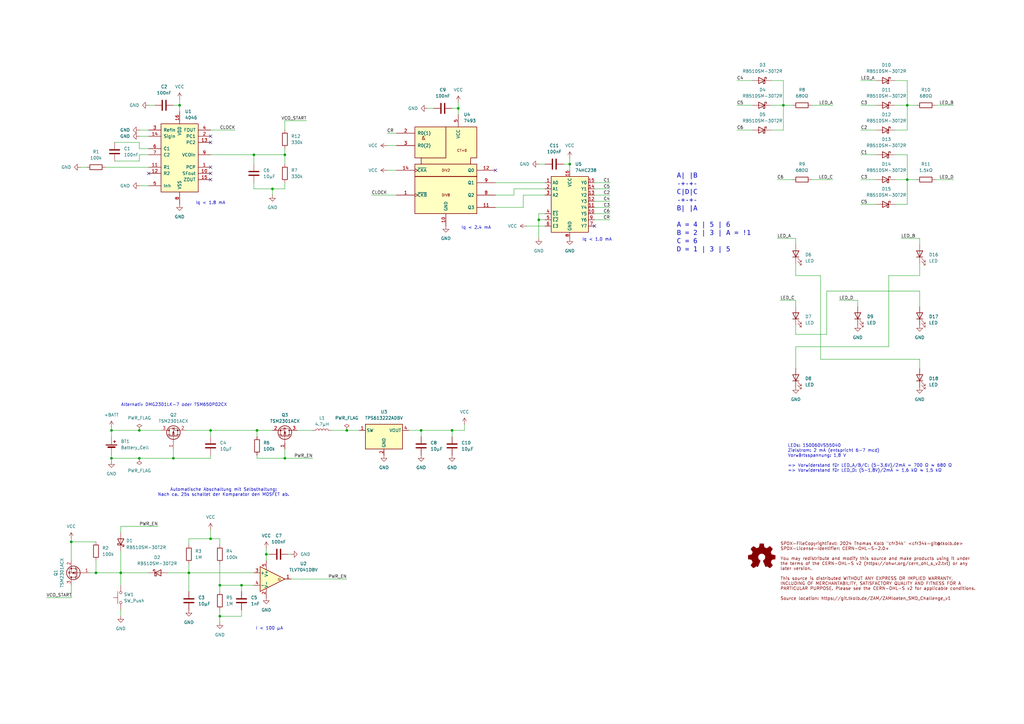
<source format=kicad_sch>
(kicad_sch
	(version 20231120)
	(generator "eeschema")
	(generator_version "8.0")
	(uuid "8ae24804-51ee-4fdd-9002-e814994a5e9b")
	(paper "A3")
	(title_block
		(title "ZAMlöten SMD-Challenge v1")
		(date "2024-09-28")
		(rev "1.0")
		(company "Thomas Kolb „cfr34k“")
	)
	
	(junction
		(at 220.98 90.17)
		(diameter 0)
		(color 0 0 0 0)
		(uuid "007fcece-3fe1-4015-bb9c-838365f4cd40")
	)
	(junction
		(at 111.76 77.47)
		(diameter 0)
		(color 0 0 0 0)
		(uuid "093ca180-b2f5-4f2e-96d8-0ebbf18eb983")
	)
	(junction
		(at 49.53 234.95)
		(diameter 0)
		(color 0 0 0 0)
		(uuid "0f04c37c-c449-4b90-9c0c-2dd1a10117e3")
	)
	(junction
		(at 372.11 43.18)
		(diameter 0)
		(color 0 0 0 0)
		(uuid "1ee39609-a87a-4d9f-9026-d5062c21aba9")
	)
	(junction
		(at 142.24 176.53)
		(diameter 0)
		(color 0 0 0 0)
		(uuid "317665d9-cda6-4152-a832-c743928540bd")
	)
	(junction
		(at 29.21 222.25)
		(diameter 0)
		(color 0 0 0 0)
		(uuid "32603d7c-84d2-447a-a5e4-9c86fa848962")
	)
	(junction
		(at 77.47 234.95)
		(diameter 0)
		(color 0 0 0 0)
		(uuid "47261e0f-c7f2-4c41-af5f-937b00cc5005")
	)
	(junction
		(at 90.17 252.73)
		(diameter 0)
		(color 0 0 0 0)
		(uuid "481ce9b2-e991-4921-800b-0cae5d86830d")
	)
	(junction
		(at 73.66 43.18)
		(diameter 0)
		(color 0 0 0 0)
		(uuid "50983194-3bfa-40ba-b916-5539afb046f2")
	)
	(junction
		(at 172.72 176.53)
		(diameter 0)
		(color 0 0 0 0)
		(uuid "5882d854-f825-458b-b297-852adc8babd3")
	)
	(junction
		(at 86.36 220.98)
		(diameter 0)
		(color 0 0 0 0)
		(uuid "5b14dcde-12a3-4be8-a433-bd0b803d8cde")
	)
	(junction
		(at 99.06 240.03)
		(diameter 0)
		(color 0 0 0 0)
		(uuid "5b6bde99-e0c7-4847-8179-0d7a65b9ed08")
	)
	(junction
		(at 233.68 67.31)
		(diameter 0)
		(color 0 0 0 0)
		(uuid "6b1ae946-61b3-4c7f-a198-74f8496b851e")
	)
	(junction
		(at 45.72 187.96)
		(diameter 0)
		(color 0 0 0 0)
		(uuid "7bdc425d-7189-4a28-928c-05ad0438e416")
	)
	(junction
		(at 57.15 187.96)
		(diameter 0)
		(color 0 0 0 0)
		(uuid "8140cad2-f204-4c74-90ad-cb322afd47eb")
	)
	(junction
		(at 187.96 44.45)
		(diameter 0)
		(color 0 0 0 0)
		(uuid "866a8d86-88c5-4fdc-b228-7b67f822f72a")
	)
	(junction
		(at 90.17 240.03)
		(diameter 0)
		(color 0 0 0 0)
		(uuid "94a0fdf5-131d-45f2-9973-21fdfae7a833")
	)
	(junction
		(at 45.72 176.53)
		(diameter 0)
		(color 0 0 0 0)
		(uuid "ae1d7ed1-4f3f-4cda-9833-97cc59b578e9")
	)
	(junction
		(at 116.84 63.5)
		(diameter 0)
		(color 0 0 0 0)
		(uuid "b2aa4de5-623a-479f-a22c-efe31e41afcb")
	)
	(junction
		(at 104.14 63.5)
		(diameter 0)
		(color 0 0 0 0)
		(uuid "b4df5161-6306-43ea-bce8-fcd036445947")
	)
	(junction
		(at 105.41 176.53)
		(diameter 0)
		(color 0 0 0 0)
		(uuid "b9715857-94db-4486-9b04-e929e40fcd24")
	)
	(junction
		(at 86.36 176.53)
		(diameter 0)
		(color 0 0 0 0)
		(uuid "bc3211cb-dcef-4305-877b-4097ef22395b")
	)
	(junction
		(at 372.11 73.66)
		(diameter 0)
		(color 0 0 0 0)
		(uuid "c7d94ff0-b2e8-4f82-8407-e252494311e6")
	)
	(junction
		(at 109.22 227.33)
		(diameter 0)
		(color 0 0 0 0)
		(uuid "ccaefc5c-2efd-419d-b423-63b4a20b0215")
	)
	(junction
		(at 57.15 176.53)
		(diameter 0)
		(color 0 0 0 0)
		(uuid "ce3adf59-7b58-4e73-aebf-aa61b1409ecc")
	)
	(junction
		(at 71.12 187.96)
		(diameter 0)
		(color 0 0 0 0)
		(uuid "f0c748a1-e660-44cd-ac00-6fdf7e57b7e2")
	)
	(junction
		(at 185.42 176.53)
		(diameter 0)
		(color 0 0 0 0)
		(uuid "f58dce0f-51de-4caa-8735-02c6f37b2e24")
	)
	(junction
		(at 39.37 234.95)
		(diameter 0)
		(color 0 0 0 0)
		(uuid "fcda27df-08e4-4a69-8fba-bdaff71d42b9")
	)
	(junction
		(at 116.84 187.96)
		(diameter 0)
		(color 0 0 0 0)
		(uuid "fcfc2a24-f540-461b-a616-833de4bc2142")
	)
	(junction
		(at 321.31 43.18)
		(diameter 0)
		(color 0 0 0 0)
		(uuid "fdf9de13-0185-4afc-bfd1-8747954876cc")
	)
	(no_connect
		(at 243.84 92.71)
		(uuid "322d6404-f294-4d6e-8dd8-7d94e8809219")
	)
	(no_connect
		(at 203.2 69.85)
		(uuid "5e3e15c8-3db9-4976-87c6-a51537ae4d3c")
	)
	(no_connect
		(at 86.36 55.88)
		(uuid "630dceb0-0595-44f5-946b-d3e450efe77b")
	)
	(no_connect
		(at 86.36 73.66)
		(uuid "b46a70ec-8c1b-4320-be2d-92d31c435e8c")
	)
	(no_connect
		(at 86.36 58.42)
		(uuid "ba752544-d3ba-47a1-9e87-6836250c49fd")
	)
	(no_connect
		(at 86.36 68.58)
		(uuid "dfe6eec8-978a-4bdf-a374-b39cd8f68919")
	)
	(no_connect
		(at 60.96 71.12)
		(uuid "e902424f-f72b-4085-bb3b-a5703b193af4")
	)
	(no_connect
		(at 86.36 71.12)
		(uuid "eef380fa-63a9-47aa-93e9-c7b35d100fd8")
	)
	(wire
		(pts
			(xy 243.84 80.01) (xy 250.19 80.01)
		)
		(stroke
			(width 0)
			(type default)
		)
		(uuid "0025220c-92c3-4763-bd4a-a7dd7f29803b")
	)
	(wire
		(pts
			(xy 320.04 123.19) (xy 326.39 123.19)
		)
		(stroke
			(width 0)
			(type default)
		)
		(uuid "019bad13-b0d2-4c22-9d30-4ec13b28ee0e")
	)
	(wire
		(pts
			(xy 86.36 53.34) (xy 96.52 53.34)
		)
		(stroke
			(width 0)
			(type default)
		)
		(uuid "01c5afb1-df4b-4663-9908-e9afea6c1268")
	)
	(wire
		(pts
			(xy 243.84 85.09) (xy 250.19 85.09)
		)
		(stroke
			(width 0)
			(type default)
		)
		(uuid "025e8563-e306-41cb-b572-62ebb045f456")
	)
	(wire
		(pts
			(xy 367.03 43.18) (xy 372.11 43.18)
		)
		(stroke
			(width 0)
			(type default)
		)
		(uuid "0376b887-675e-47dd-8579-a16d7972088e")
	)
	(wire
		(pts
			(xy 377.19 147.32) (xy 377.19 151.13)
		)
		(stroke
			(width 0)
			(type default)
		)
		(uuid "041ba4c5-804b-4908-9a4d-94eecf382d5d")
	)
	(wire
		(pts
			(xy 90.17 252.73) (xy 99.06 252.73)
		)
		(stroke
			(width 0)
			(type default)
		)
		(uuid "04cbfd72-29d2-4cd3-8e94-12ab0882ab34")
	)
	(wire
		(pts
			(xy 336.55 147.32) (xy 377.19 147.32)
		)
		(stroke
			(width 0)
			(type default)
		)
		(uuid "056f1c24-52b7-4185-8db7-14df5cbd2ab9")
	)
	(wire
		(pts
			(xy 367.03 83.82) (xy 372.11 83.82)
		)
		(stroke
			(width 0)
			(type default)
		)
		(uuid "065221df-81fd-4716-a036-f9e20cef04e0")
	)
	(wire
		(pts
			(xy 175.26 44.45) (xy 177.8 44.45)
		)
		(stroke
			(width 0)
			(type default)
		)
		(uuid "06704c3c-dc91-4bf9-9949-e8900b1e6db2")
	)
	(wire
		(pts
			(xy 33.02 68.58) (xy 35.56 68.58)
		)
		(stroke
			(width 0)
			(type default)
		)
		(uuid "09768a91-4ae1-4a0a-a390-a328d5ccc648")
	)
	(wire
		(pts
			(xy 372.11 33.02) (xy 367.03 33.02)
		)
		(stroke
			(width 0)
			(type default)
		)
		(uuid "09c40b42-5659-486f-8ae3-8c77880e7ad9")
	)
	(wire
		(pts
			(xy 220.98 67.31) (xy 223.52 67.31)
		)
		(stroke
			(width 0)
			(type default)
		)
		(uuid "0aba2aa3-66d5-400c-8c7d-bfe0465c1cf6")
	)
	(wire
		(pts
			(xy 116.84 77.47) (xy 116.84 74.93)
		)
		(stroke
			(width 0)
			(type default)
		)
		(uuid "0b68c7a0-f64a-4245-9e36-31f8a32d96ed")
	)
	(wire
		(pts
			(xy 158.75 69.85) (xy 162.56 69.85)
		)
		(stroke
			(width 0)
			(type default)
		)
		(uuid "0c30d57a-35be-49f5-8aea-3827d62f167f")
	)
	(wire
		(pts
			(xy 119.38 237.49) (xy 142.24 237.49)
		)
		(stroke
			(width 0)
			(type default)
		)
		(uuid "0c9e11a4-d272-4a55-8be9-5d62bce8bdbf")
	)
	(wire
		(pts
			(xy 86.36 176.53) (xy 86.36 179.07)
		)
		(stroke
			(width 0)
			(type default)
		)
		(uuid "0d1fdf9b-9e4b-40a1-9ba5-de04094dd5f0")
	)
	(wire
		(pts
			(xy 49.53 234.95) (xy 60.96 234.95)
		)
		(stroke
			(width 0)
			(type default)
		)
		(uuid "0e920e3e-2543-4022-8911-e8bc8b921193")
	)
	(wire
		(pts
			(xy 71.12 184.15) (xy 71.12 187.96)
		)
		(stroke
			(width 0)
			(type default)
		)
		(uuid "0eb302a3-9f25-4959-8b3d-f2e17b01e7ba")
	)
	(wire
		(pts
			(xy 332.74 43.18) (xy 341.63 43.18)
		)
		(stroke
			(width 0)
			(type default)
		)
		(uuid "0f379377-2e02-4c6b-ba0e-db0c2fe3fef5")
	)
	(wire
		(pts
			(xy 187.96 44.45) (xy 187.96 46.99)
		)
		(stroke
			(width 0)
			(type default)
		)
		(uuid "0f9ed28b-be06-4383-a42a-fed6d0003aa5")
	)
	(wire
		(pts
			(xy 243.84 74.93) (xy 250.19 74.93)
		)
		(stroke
			(width 0)
			(type default)
		)
		(uuid "0fcf3a87-bd51-47f1-9028-94cd3d5bfb9d")
	)
	(wire
		(pts
			(xy 116.84 63.5) (xy 116.84 67.31)
		)
		(stroke
			(width 0)
			(type default)
		)
		(uuid "102ec6b7-3472-4579-b3d9-5e52650621af")
	)
	(wire
		(pts
			(xy 351.79 123.19) (xy 351.79 125.73)
		)
		(stroke
			(width 0)
			(type default)
		)
		(uuid "13e3096d-d338-4047-9967-b575faec259d")
	)
	(wire
		(pts
			(xy 29.21 220.98) (xy 29.21 222.25)
		)
		(stroke
			(width 0)
			(type default)
		)
		(uuid "144d872e-e148-49ce-b749-3aa33fba38a9")
	)
	(wire
		(pts
			(xy 110.49 227.33) (xy 109.22 227.33)
		)
		(stroke
			(width 0)
			(type default)
		)
		(uuid "187caadc-df29-4017-bad4-5ed6138b4b1e")
	)
	(wire
		(pts
			(xy 49.53 215.9) (xy 49.53 218.44)
		)
		(stroke
			(width 0)
			(type default)
		)
		(uuid "1ab2d2c1-2d0c-48d5-8c49-1095a36d463a")
	)
	(wire
		(pts
			(xy 39.37 234.95) (xy 49.53 234.95)
		)
		(stroke
			(width 0)
			(type default)
		)
		(uuid "1b6c6ed3-ad38-499a-8daf-de99396a9a65")
	)
	(wire
		(pts
			(xy 321.31 53.34) (xy 321.31 43.18)
		)
		(stroke
			(width 0)
			(type default)
		)
		(uuid "1db7dbd1-3714-4be2-a835-dc1588876e23")
	)
	(wire
		(pts
			(xy 104.14 77.47) (xy 111.76 77.47)
		)
		(stroke
			(width 0)
			(type default)
		)
		(uuid "1f6d1f7a-b258-4104-a015-094c1c998b61")
	)
	(wire
		(pts
			(xy 318.77 97.79) (xy 326.39 97.79)
		)
		(stroke
			(width 0)
			(type default)
		)
		(uuid "1f76bff8-596c-4e33-951e-8f9cdb233a20")
	)
	(wire
		(pts
			(xy 49.53 215.9) (xy 64.77 215.9)
		)
		(stroke
			(width 0)
			(type default)
		)
		(uuid "1f8caa8f-ad19-410a-8dad-76e66f41fd24")
	)
	(wire
		(pts
			(xy 57.15 60.96) (xy 57.15 58.42)
		)
		(stroke
			(width 0)
			(type default)
		)
		(uuid "2200191d-4d2a-47ad-b4a5-05961fb05fc6")
	)
	(wire
		(pts
			(xy 86.36 220.98) (xy 90.17 220.98)
		)
		(stroke
			(width 0)
			(type default)
		)
		(uuid "222a8127-6027-4f51-bbcb-d908433ff60e")
	)
	(wire
		(pts
			(xy 57.15 63.5) (xy 60.96 63.5)
		)
		(stroke
			(width 0)
			(type default)
		)
		(uuid "24fcf27e-c9ae-448a-85d7-7fae62b514a5")
	)
	(wire
		(pts
			(xy 36.83 234.95) (xy 39.37 234.95)
		)
		(stroke
			(width 0)
			(type default)
		)
		(uuid "253fea57-0196-4e45-9c8e-86d7216b7855")
	)
	(wire
		(pts
			(xy 111.76 77.47) (xy 116.84 77.47)
		)
		(stroke
			(width 0)
			(type default)
		)
		(uuid "25aefca9-67b6-4e01-b274-2e66108c0eac")
	)
	(wire
		(pts
			(xy 45.72 187.96) (xy 57.15 187.96)
		)
		(stroke
			(width 0)
			(type default)
		)
		(uuid "2694c23f-3141-437c-9676-023e15998a43")
	)
	(wire
		(pts
			(xy 99.06 250.19) (xy 99.06 252.73)
		)
		(stroke
			(width 0)
			(type default)
		)
		(uuid "29149caa-4a6f-43ea-bbab-1b08214188a8")
	)
	(wire
		(pts
			(xy 57.15 187.96) (xy 71.12 187.96)
		)
		(stroke
			(width 0)
			(type default)
		)
		(uuid "2b0a321a-da80-477f-a8af-316eff5382d6")
	)
	(wire
		(pts
			(xy 214.63 80.01) (xy 223.52 80.01)
		)
		(stroke
			(width 0)
			(type default)
		)
		(uuid "2b28425d-c49c-4e85-90f4-cf4a96435b96")
	)
	(wire
		(pts
			(xy 19.05 245.11) (xy 29.21 245.11)
		)
		(stroke
			(width 0)
			(type default)
		)
		(uuid "2bb2b692-171f-450a-96e9-7a15cd2c5131")
	)
	(wire
		(pts
			(xy 243.84 90.17) (xy 250.19 90.17)
		)
		(stroke
			(width 0)
			(type default)
		)
		(uuid "2bcb7df5-b1b6-40d4-af2c-ee5640ace0cf")
	)
	(wire
		(pts
			(xy 302.26 33.02) (xy 308.61 33.02)
		)
		(stroke
			(width 0)
			(type default)
		)
		(uuid "2c33da2e-978d-4715-9e05-4e7c119e3865")
	)
	(wire
		(pts
			(xy 203.2 85.09) (xy 214.63 85.09)
		)
		(stroke
			(width 0)
			(type default)
		)
		(uuid "2e4f637c-4143-4f2e-9aa9-607fa58cd937")
	)
	(wire
		(pts
			(xy 121.92 176.53) (xy 128.27 176.53)
		)
		(stroke
			(width 0)
			(type default)
		)
		(uuid "2ef8f1d2-d6b3-4969-8fa8-ec51f14f651a")
	)
	(wire
		(pts
			(xy 71.12 187.96) (xy 86.36 187.96)
		)
		(stroke
			(width 0)
			(type default)
		)
		(uuid "2fb02ef8-bc82-44ec-98e8-6f5823386bb2")
	)
	(wire
		(pts
			(xy 364.49 142.24) (xy 326.39 142.24)
		)
		(stroke
			(width 0)
			(type default)
		)
		(uuid "3273196e-2cf1-4f6a-be37-c14c03472031")
	)
	(wire
		(pts
			(xy 167.64 176.53) (xy 172.72 176.53)
		)
		(stroke
			(width 0)
			(type default)
		)
		(uuid "34a01097-d289-4b33-a799-02a587a981b7")
	)
	(wire
		(pts
			(xy 135.89 176.53) (xy 142.24 176.53)
		)
		(stroke
			(width 0)
			(type default)
		)
		(uuid "360b34b0-7850-4741-8ccc-6750a64d6c53")
	)
	(wire
		(pts
			(xy 353.06 73.66) (xy 359.41 73.66)
		)
		(stroke
			(width 0)
			(type default)
		)
		(uuid "36bc2fd3-a590-4e3d-90cb-618f71121cab")
	)
	(wire
		(pts
			(xy 71.12 43.18) (xy 73.66 43.18)
		)
		(stroke
			(width 0)
			(type default)
		)
		(uuid "376ff4d4-5ba6-4719-8192-1919c4c7c69d")
	)
	(wire
		(pts
			(xy 68.58 234.95) (xy 77.47 234.95)
		)
		(stroke
			(width 0)
			(type default)
		)
		(uuid "389fa603-a373-4b23-afae-e08a2b0118c5")
	)
	(wire
		(pts
			(xy 49.53 226.06) (xy 49.53 234.95)
		)
		(stroke
			(width 0)
			(type default)
		)
		(uuid "3a0cf51b-745d-41e6-a325-511f0c7e1421")
	)
	(wire
		(pts
			(xy 372.11 53.34) (xy 372.11 43.18)
		)
		(stroke
			(width 0)
			(type default)
		)
		(uuid "3aee1800-9bba-4044-add3-9267018dd304")
	)
	(wire
		(pts
			(xy 321.31 43.18) (xy 325.12 43.18)
		)
		(stroke
			(width 0)
			(type default)
		)
		(uuid "3b7727b6-3077-4259-9bad-ffee434acd3a")
	)
	(wire
		(pts
			(xy 372.11 63.5) (xy 367.03 63.5)
		)
		(stroke
			(width 0)
			(type default)
		)
		(uuid "3cf5af7a-6ab4-4ef7-8d07-76117d6d4c41")
	)
	(wire
		(pts
			(xy 111.76 77.47) (xy 111.76 80.01)
		)
		(stroke
			(width 0)
			(type default)
		)
		(uuid "3f284f23-5fba-4508-839d-b8c8d12315bf")
	)
	(wire
		(pts
			(xy 203.2 74.93) (xy 223.52 74.93)
		)
		(stroke
			(width 0)
			(type default)
		)
		(uuid "3f3efd7b-f790-4f87-8066-76c7a227e109")
	)
	(wire
		(pts
			(xy 57.15 176.53) (xy 66.04 176.53)
		)
		(stroke
			(width 0)
			(type default)
		)
		(uuid "404a8dad-1fc7-412a-98e4-f90c8fe5378d")
	)
	(wire
		(pts
			(xy 99.06 240.03) (xy 90.17 240.03)
		)
		(stroke
			(width 0)
			(type default)
		)
		(uuid "405567b9-7413-4005-b02c-87a8c7ab9ecd")
	)
	(wire
		(pts
			(xy 86.36 176.53) (xy 105.41 176.53)
		)
		(stroke
			(width 0)
			(type default)
		)
		(uuid "4329e7a5-e719-4bd8-99d4-ac9497b3ea69")
	)
	(wire
		(pts
			(xy 187.96 41.91) (xy 187.96 44.45)
		)
		(stroke
			(width 0)
			(type default)
		)
		(uuid "448a2fa7-06f8-4506-9975-0c003ed02143")
	)
	(wire
		(pts
			(xy 45.72 175.26) (xy 45.72 176.53)
		)
		(stroke
			(width 0)
			(type default)
		)
		(uuid "4629a5a9-3f0d-4706-b0ed-cf39483307f7")
	)
	(wire
		(pts
			(xy 172.72 176.53) (xy 172.72 179.07)
		)
		(stroke
			(width 0)
			(type default)
		)
		(uuid "482241b5-dbc5-4c3e-8e6f-e23ba9e7a98e")
	)
	(wire
		(pts
			(xy 302.26 53.34) (xy 308.61 53.34)
		)
		(stroke
			(width 0)
			(type default)
		)
		(uuid "49704dbe-784f-442e-a210-66995cd1b75b")
	)
	(wire
		(pts
			(xy 243.84 87.63) (xy 250.19 87.63)
		)
		(stroke
			(width 0)
			(type default)
		)
		(uuid "4b608ab5-a826-433e-b7fe-f4dd57b43b5a")
	)
	(wire
		(pts
			(xy 105.41 176.53) (xy 105.41 179.07)
		)
		(stroke
			(width 0)
			(type default)
		)
		(uuid "4ceb5ca7-8dc4-406b-b09f-c2ed473fb8c1")
	)
	(wire
		(pts
			(xy 377.19 100.33) (xy 377.19 97.79)
		)
		(stroke
			(width 0)
			(type default)
		)
		(uuid "4e0d3186-a52f-4ada-94bc-569b071aea04")
	)
	(wire
		(pts
			(xy 210.82 77.47) (xy 210.82 80.01)
		)
		(stroke
			(width 0)
			(type default)
		)
		(uuid "4e9492e1-28f8-4819-ac8a-890a67dc24c5")
	)
	(wire
		(pts
			(xy 220.98 90.17) (xy 223.52 90.17)
		)
		(stroke
			(width 0)
			(type default)
		)
		(uuid "50481b75-2248-404d-ad81-6561f0040371")
	)
	(wire
		(pts
			(xy 372.11 83.82) (xy 372.11 73.66)
		)
		(stroke
			(width 0)
			(type default)
		)
		(uuid "538879d4-dde2-4f5e-bd9a-ca6bb90d714b")
	)
	(wire
		(pts
			(xy 90.17 240.03) (xy 90.17 231.14)
		)
		(stroke
			(width 0)
			(type default)
		)
		(uuid "5528eab9-e636-44e8-be1f-f14a22f9f631")
	)
	(wire
		(pts
			(xy 372.11 43.18) (xy 372.11 33.02)
		)
		(stroke
			(width 0)
			(type default)
		)
		(uuid "55665726-0788-486f-9eb2-0130ac771223")
	)
	(wire
		(pts
			(xy 73.66 40.64) (xy 73.66 43.18)
		)
		(stroke
			(width 0)
			(type default)
		)
		(uuid "557858c4-4314-4e3b-9495-a2d696aafce2")
	)
	(wire
		(pts
			(xy 233.68 67.31) (xy 233.68 69.85)
		)
		(stroke
			(width 0)
			(type default)
		)
		(uuid "5636904e-ed39-43ea-b918-5ad65956576f")
	)
	(wire
		(pts
			(xy 116.84 60.96) (xy 116.84 63.5)
		)
		(stroke
			(width 0)
			(type default)
		)
		(uuid "5961ecc8-2cf8-429a-9b4b-493e3d63e4dd")
	)
	(wire
		(pts
			(xy 326.39 123.19) (xy 326.39 125.73)
		)
		(stroke
			(width 0)
			(type default)
		)
		(uuid "5b923175-6864-4d50-8b61-57f778f29bbe")
	)
	(wire
		(pts
			(xy 364.49 113.03) (xy 364.49 142.24)
		)
		(stroke
			(width 0)
			(type default)
		)
		(uuid "5e6304ae-8698-4928-9964-aa98b4fa7e48")
	)
	(wire
		(pts
			(xy 367.03 73.66) (xy 372.11 73.66)
		)
		(stroke
			(width 0)
			(type default)
		)
		(uuid "5eafd452-1120-49a8-9728-7b1de81739bc")
	)
	(wire
		(pts
			(xy 316.23 53.34) (xy 321.31 53.34)
		)
		(stroke
			(width 0)
			(type default)
		)
		(uuid "60e604c8-1d64-47c2-8219-4a2669eff846")
	)
	(wire
		(pts
			(xy 383.54 73.66) (xy 391.16 73.66)
		)
		(stroke
			(width 0)
			(type default)
		)
		(uuid "61abc933-c61a-4819-b135-c47e4c162142")
	)
	(wire
		(pts
			(xy 372.11 73.66) (xy 375.92 73.66)
		)
		(stroke
			(width 0)
			(type default)
		)
		(uuid "65380299-a28d-4065-9ba6-01b2e9826355")
	)
	(wire
		(pts
			(xy 49.53 252.73) (xy 49.53 250.19)
		)
		(stroke
			(width 0)
			(type default)
		)
		(uuid "6810a6fe-ca82-41db-b9ce-2d08c6d84683")
	)
	(wire
		(pts
			(xy 353.06 63.5) (xy 359.41 63.5)
		)
		(stroke
			(width 0)
			(type default)
		)
		(uuid "6a3287b3-b2be-4788-910d-90f5e3c276a6")
	)
	(wire
		(pts
			(xy 344.17 123.19) (xy 351.79 123.19)
		)
		(stroke
			(width 0)
			(type default)
		)
		(uuid "6af7e01f-a3d8-4c93-9508-7c2551ee01fe")
	)
	(wire
		(pts
			(xy 233.68 64.77) (xy 233.68 67.31)
		)
		(stroke
			(width 0)
			(type default)
		)
		(uuid "6b46fd75-b020-4c62-ba14-6e0c55e5729e")
	)
	(wire
		(pts
			(xy 326.39 133.35) (xy 326.39 137.16)
		)
		(stroke
			(width 0)
			(type default)
		)
		(uuid "6eb2dfb1-e73b-419b-af6f-46f57090c319")
	)
	(wire
		(pts
			(xy 57.15 53.34) (xy 60.96 53.34)
		)
		(stroke
			(width 0)
			(type default)
		)
		(uuid "6f7be6d8-9078-477d-bbf4-e21e40b369f0")
	)
	(wire
		(pts
			(xy 57.15 55.88) (xy 60.96 55.88)
		)
		(stroke
			(width 0)
			(type default)
		)
		(uuid "70e1bf87-2a12-4b58-8508-ee6c21b511d7")
	)
	(wire
		(pts
			(xy 116.84 49.53) (xy 125.73 49.53)
		)
		(stroke
			(width 0)
			(type default)
		)
		(uuid "711eb4b2-f223-4a70-97fe-1c615022ed24")
	)
	(wire
		(pts
			(xy 76.2 176.53) (xy 86.36 176.53)
		)
		(stroke
			(width 0)
			(type default)
		)
		(uuid "716d71c0-3eea-4617-8abd-38406372192f")
	)
	(wire
		(pts
			(xy 353.06 33.02) (xy 359.41 33.02)
		)
		(stroke
			(width 0)
			(type default)
		)
		(uuid "72f77fbc-2ce8-4099-8ca2-9bea1f89af7b")
	)
	(wire
		(pts
			(xy 190.5 176.53) (xy 190.5 173.99)
		)
		(stroke
			(width 0)
			(type default)
		)
		(uuid "7340c58d-bb4c-4460-b148-440ac4c5e84f")
	)
	(wire
		(pts
			(xy 353.06 43.18) (xy 359.41 43.18)
		)
		(stroke
			(width 0)
			(type default)
		)
		(uuid "73413594-c339-45b7-8d29-80c6bb4adc81")
	)
	(wire
		(pts
			(xy 185.42 44.45) (xy 187.96 44.45)
		)
		(stroke
			(width 0)
			(type default)
		)
		(uuid "7348e755-8ba6-4272-a9ae-56dea67d3fb6")
	)
	(wire
		(pts
			(xy 383.54 43.18) (xy 391.16 43.18)
		)
		(stroke
			(width 0)
			(type default)
		)
		(uuid "73ccbb0b-77ea-4618-b5f4-ad4135a58bb1")
	)
	(wire
		(pts
			(xy 367.03 53.34) (xy 372.11 53.34)
		)
		(stroke
			(width 0)
			(type default)
		)
		(uuid "777b0d41-6974-4cce-82e8-66ac1237dc32")
	)
	(wire
		(pts
			(xy 116.84 53.34) (xy 116.84 49.53)
		)
		(stroke
			(width 0)
			(type default)
		)
		(uuid "77eef4ea-2f0d-4aa0-8665-9b8cba6cc8e2")
	)
	(wire
		(pts
			(xy 45.72 176.53) (xy 45.72 179.07)
		)
		(stroke
			(width 0)
			(type default)
		)
		(uuid "781d071a-0eee-476e-854e-e06e51171dbf")
	)
	(wire
		(pts
			(xy 372.11 43.18) (xy 375.92 43.18)
		)
		(stroke
			(width 0)
			(type default)
		)
		(uuid "7841385c-6817-4f6d-8fd3-ded85e519a2b")
	)
	(wire
		(pts
			(xy 104.14 240.03) (xy 99.06 240.03)
		)
		(stroke
			(width 0)
			(type default)
		)
		(uuid "78b91553-619e-4949-bd15-d2ddf3c70ecc")
	)
	(wire
		(pts
			(xy 210.82 80.01) (xy 203.2 80.01)
		)
		(stroke
			(width 0)
			(type default)
		)
		(uuid "7971a747-bab5-4251-b36f-9ba6f589e4ac")
	)
	(wire
		(pts
			(xy 377.19 113.03) (xy 364.49 113.03)
		)
		(stroke
			(width 0)
			(type default)
		)
		(uuid "7a8eee55-e829-4b33-acdd-e43fabdda679")
	)
	(wire
		(pts
			(xy 185.42 176.53) (xy 190.5 176.53)
		)
		(stroke
			(width 0)
			(type default)
		)
		(uuid "7e2e1ddf-8afe-4582-a14b-6cbd7f224091")
	)
	(wire
		(pts
			(xy 353.06 53.34) (xy 359.41 53.34)
		)
		(stroke
			(width 0)
			(type default)
		)
		(uuid "7ef7ba91-a7f8-4d32-9119-865e19377fc3")
	)
	(wire
		(pts
			(xy 326.39 137.16) (xy 339.09 137.16)
		)
		(stroke
			(width 0)
			(type default)
		)
		(uuid "82692350-cf07-4fd6-968c-b652c6edf790")
	)
	(wire
		(pts
			(xy 73.66 43.18) (xy 73.66 45.72)
		)
		(stroke
			(width 0)
			(type default)
		)
		(uuid "848ccdfe-48f0-4fef-9901-bd4ba5a8cfbd")
	)
	(wire
		(pts
			(xy 353.06 83.82) (xy 359.41 83.82)
		)
		(stroke
			(width 0)
			(type default)
		)
		(uuid "876f003b-d62b-4881-a55d-26a00161455e")
	)
	(wire
		(pts
			(xy 231.14 67.31) (xy 233.68 67.31)
		)
		(stroke
			(width 0)
			(type default)
		)
		(uuid "8985f6d0-b9f7-4e5f-94a2-e09ef0441e97")
	)
	(wire
		(pts
			(xy 243.84 77.47) (xy 250.19 77.47)
		)
		(stroke
			(width 0)
			(type default)
		)
		(uuid "89bf13f7-8cae-4eae-9671-164ba36656eb")
	)
	(wire
		(pts
			(xy 86.36 63.5) (xy 104.14 63.5)
		)
		(stroke
			(width 0)
			(type default)
		)
		(uuid "8e446a88-ae95-4794-a2c5-51c21e8c1f74")
	)
	(wire
		(pts
			(xy 105.41 176.53) (xy 111.76 176.53)
		)
		(stroke
			(width 0)
			(type default)
		)
		(uuid "8ebf4808-0d48-4d0d-bce1-fed1412cf05c")
	)
	(wire
		(pts
			(xy 90.17 240.03) (xy 90.17 242.57)
		)
		(stroke
			(width 0)
			(type default)
		)
		(uuid "8f3caf61-1277-4d12-ae59-ade39a9d1dfc")
	)
	(wire
		(pts
			(xy 302.26 43.18) (xy 308.61 43.18)
		)
		(stroke
			(width 0)
			(type default)
		)
		(uuid "8f97edfe-44c9-4fb4-b5fa-27afce1241ae")
	)
	(wire
		(pts
			(xy 185.42 176.53) (xy 185.42 179.07)
		)
		(stroke
			(width 0)
			(type default)
		)
		(uuid "9072cc0f-469a-4b05-a83c-8a75938d25d5")
	)
	(wire
		(pts
			(xy 90.17 255.27) (xy 90.17 252.73)
		)
		(stroke
			(width 0)
			(type default)
		)
		(uuid "90aa1f2e-f7e7-4061-93a9-9bbe239356eb")
	)
	(wire
		(pts
			(xy 321.31 43.18) (xy 321.31 33.02)
		)
		(stroke
			(width 0)
			(type default)
		)
		(uuid "9139afa7-d234-432c-b357-60dd4c8740ad")
	)
	(wire
		(pts
			(xy 77.47 231.14) (xy 77.47 234.95)
		)
		(stroke
			(width 0)
			(type default)
		)
		(uuid "9160d0d7-0e9a-4a0e-9c9a-4dad8629cf25")
	)
	(wire
		(pts
			(xy 339.09 137.16) (xy 339.09 119.38)
		)
		(stroke
			(width 0)
			(type default)
		)
		(uuid "922c5501-dfb5-4e99-ac3e-a1e9cff382c0")
	)
	(wire
		(pts
			(xy 104.14 63.5) (xy 116.84 63.5)
		)
		(stroke
			(width 0)
			(type default)
		)
		(uuid "93faa136-450b-4afe-9cc3-a0988b8fe4ee")
	)
	(wire
		(pts
			(xy 336.55 113.03) (xy 336.55 147.32)
		)
		(stroke
			(width 0)
			(type default)
		)
		(uuid "94ad20c2-760b-4034-8dac-c6a8fdd2bdfd")
	)
	(wire
		(pts
			(xy 77.47 220.98) (xy 86.36 220.98)
		)
		(stroke
			(width 0)
			(type default)
		)
		(uuid "9569d6a7-59e1-48ca-afed-0ac4460a89e4")
	)
	(wire
		(pts
			(xy 332.74 73.66) (xy 341.63 73.66)
		)
		(stroke
			(width 0)
			(type default)
		)
		(uuid "95ab1938-4ff5-4e11-9784-7c7ffb068353")
	)
	(wire
		(pts
			(xy 39.37 234.95) (xy 39.37 229.87)
		)
		(stroke
			(width 0)
			(type default)
		)
		(uuid "9b18e346-901d-4514-91bb-5e2422fd7c51")
	)
	(wire
		(pts
			(xy 321.31 33.02) (xy 316.23 33.02)
		)
		(stroke
			(width 0)
			(type default)
		)
		(uuid "9cb19e96-e34d-479d-a1c0-3ac8d716cabc")
	)
	(wire
		(pts
			(xy 60.96 60.96) (xy 57.15 60.96)
		)
		(stroke
			(width 0)
			(type default)
		)
		(uuid "9f00c513-7832-4e24-8575-a71a695e97f3")
	)
	(wire
		(pts
			(xy 57.15 66.04) (xy 57.15 63.5)
		)
		(stroke
			(width 0)
			(type default)
		)
		(uuid "a49a455f-ddc3-42f8-9a9f-97d34b92ec27")
	)
	(wire
		(pts
			(xy 172.72 176.53) (xy 185.42 176.53)
		)
		(stroke
			(width 0)
			(type default)
		)
		(uuid "a9e9f798-9e3a-46b3-8494-819f4ac1625d")
	)
	(wire
		(pts
			(xy 215.9 92.71) (xy 223.52 92.71)
		)
		(stroke
			(width 0)
			(type default)
		)
		(uuid "aa1448f1-37b3-4770-b27a-2d78db0d0483")
	)
	(wire
		(pts
			(xy 90.17 220.98) (xy 90.17 223.52)
		)
		(stroke
			(width 0)
			(type default)
		)
		(uuid "ae7a12f1-11f4-4481-8ac4-28916537d535")
	)
	(wire
		(pts
			(xy 326.39 113.03) (xy 336.55 113.03)
		)
		(stroke
			(width 0)
			(type default)
		)
		(uuid "b16af4b4-c971-4e8c-b617-7ca1861a32b0")
	)
	(wire
		(pts
			(xy 104.14 63.5) (xy 104.14 67.31)
		)
		(stroke
			(width 0)
			(type default)
		)
		(uuid "b26955a5-6f2c-47b9-8c62-602bda5d7322")
	)
	(wire
		(pts
			(xy 86.36 186.69) (xy 86.36 187.96)
		)
		(stroke
			(width 0)
			(type default)
		)
		(uuid "b2806c6e-929f-4ba4-b277-b79b90ae197b")
	)
	(wire
		(pts
			(xy 214.63 85.09) (xy 214.63 80.01)
		)
		(stroke
			(width 0)
			(type default)
		)
		(uuid "b3a2a6a5-27ef-4a4f-a8d8-90b016b3999c")
	)
	(wire
		(pts
			(xy 57.15 58.42) (xy 46.99 58.42)
		)
		(stroke
			(width 0)
			(type default)
		)
		(uuid "b4c10f4c-af64-4417-b4a7-85d8e52aa905")
	)
	(wire
		(pts
			(xy 45.72 186.69) (xy 45.72 187.96)
		)
		(stroke
			(width 0)
			(type default)
		)
		(uuid "b54bb9b2-5681-4142-a0f3-5dd1e1a125ca")
	)
	(wire
		(pts
			(xy 45.72 176.53) (xy 57.15 176.53)
		)
		(stroke
			(width 0)
			(type default)
		)
		(uuid "b62dd7fb-fc7c-4ebf-a999-0bbd4125f5ef")
	)
	(wire
		(pts
			(xy 152.4 80.01) (xy 162.56 80.01)
		)
		(stroke
			(width 0)
			(type default)
		)
		(uuid "b6942a0b-9c4b-4cc8-8158-6ebe436f0354")
	)
	(wire
		(pts
			(xy 377.19 119.38) (xy 377.19 125.73)
		)
		(stroke
			(width 0)
			(type default)
		)
		(uuid "b69726f9-62f8-49cf-b1ec-de519876f581")
	)
	(wire
		(pts
			(xy 29.21 222.25) (xy 39.37 222.25)
		)
		(stroke
			(width 0)
			(type default)
		)
		(uuid "b960f1d7-9570-43de-9980-a10d3c275dd7")
	)
	(wire
		(pts
			(xy 77.47 223.52) (xy 77.47 220.98)
		)
		(stroke
			(width 0)
			(type default)
		)
		(uuid "bba49d10-abd9-48cf-b5d9-2ed1147ffbfc")
	)
	(wire
		(pts
			(xy 45.72 187.96) (xy 45.72 189.23)
		)
		(stroke
			(width 0)
			(type default)
		)
		(uuid "be267281-af63-4771-b44d-d5cf76e3a3a6")
	)
	(wire
		(pts
			(xy 86.36 217.17) (xy 86.36 220.98)
		)
		(stroke
			(width 0)
			(type default)
		)
		(uuid "bfc7a257-664c-4cbe-8560-e81b4d161f9d")
	)
	(wire
		(pts
			(xy 158.75 54.61) (xy 162.56 54.61)
		)
		(stroke
			(width 0)
			(type default)
		)
		(uuid "c06867fb-ff85-44d4-976c-8e09c94b02ba")
	)
	(wire
		(pts
			(xy 109.22 227.33) (xy 109.22 229.87)
		)
		(stroke
			(width 0)
			(type default)
		)
		(uuid "c14b253d-b087-454a-b242-e0cade1cf074")
	)
	(wire
		(pts
			(xy 46.99 66.04) (xy 57.15 66.04)
		)
		(stroke
			(width 0)
			(type default)
		)
		(uuid "c1e41d68-d15e-4e10-8fe4-6ef1e37275ee")
	)
	(wire
		(pts
			(xy 57.15 76.2) (xy 60.96 76.2)
		)
		(stroke
			(width 0)
			(type default)
		)
		(uuid "c5d57363-5ecd-4e21-968b-783875b7dbe6")
	)
	(wire
		(pts
			(xy 316.23 43.18) (xy 321.31 43.18)
		)
		(stroke
			(width 0)
			(type default)
		)
		(uuid "c645e1d3-e0c2-40bf-9490-299f11d3400a")
	)
	(wire
		(pts
			(xy 104.14 74.93) (xy 104.14 77.47)
		)
		(stroke
			(width 0)
			(type default)
		)
		(uuid "c66a5dc8-3b86-4cb9-9660-d575a2a7a963")
	)
	(wire
		(pts
			(xy 77.47 234.95) (xy 104.14 234.95)
		)
		(stroke
			(width 0)
			(type default)
		)
		(uuid "c6bcb2b0-4eb8-4c19-95cb-facc715eaece")
	)
	(wire
		(pts
			(xy 29.21 222.25) (xy 29.21 229.87)
		)
		(stroke
			(width 0)
			(type default)
		)
		(uuid "c73818ae-e2e7-45db-a966-893f460f71c3")
	)
	(wire
		(pts
			(xy 116.84 184.15) (xy 116.84 187.96)
		)
		(stroke
			(width 0)
			(type default)
		)
		(uuid "c8aa25ab-fba3-4aed-8ed1-e3b37161b12e")
	)
	(wire
		(pts
			(xy 29.21 245.11) (xy 29.21 240.03)
		)
		(stroke
			(width 0)
			(type default)
		)
		(uuid "c96e6db8-5f49-4035-905c-64d288cc1b29")
	)
	(wire
		(pts
			(xy 105.41 186.69) (xy 105.41 187.96)
		)
		(stroke
			(width 0)
			(type default)
		)
		(uuid "c9e621ca-805b-4eb4-9a26-3dfa19fc4b44")
	)
	(wire
		(pts
			(xy 220.98 87.63) (xy 223.52 87.63)
		)
		(stroke
			(width 0)
			(type default)
		)
		(uuid "cade5d1d-7167-4197-b088-46d2d2413840")
	)
	(wire
		(pts
			(xy 109.22 224.79) (xy 109.22 227.33)
		)
		(stroke
			(width 0)
			(type default)
		)
		(uuid "caea2193-ad92-4b95-8916-9a6bd1f717b2")
	)
	(wire
		(pts
			(xy 339.09 119.38) (xy 377.19 119.38)
		)
		(stroke
			(width 0)
			(type default)
		)
		(uuid "cb60f1fd-1fff-4ce8-bc2b-ec094c9294ff")
	)
	(wire
		(pts
			(xy 60.96 43.18) (xy 63.5 43.18)
		)
		(stroke
			(width 0)
			(type default)
		)
		(uuid "cd51eb0a-d540-4e74-9569-ca61e750ee4b")
	)
	(wire
		(pts
			(xy 119.38 227.33) (xy 118.11 227.33)
		)
		(stroke
			(width 0)
			(type default)
		)
		(uuid "cf057094-ea49-4ec9-af87-d9cc400d9fab")
	)
	(wire
		(pts
			(xy 243.84 82.55) (xy 250.19 82.55)
		)
		(stroke
			(width 0)
			(type default)
		)
		(uuid "cf2fedf4-7f1c-46b9-b644-768d9034166d")
	)
	(wire
		(pts
			(xy 377.19 107.95) (xy 377.19 113.03)
		)
		(stroke
			(width 0)
			(type default)
		)
		(uuid "cf3d0fbf-fac1-46bd-bafd-22ab32f9bac8")
	)
	(wire
		(pts
			(xy 220.98 97.79) (xy 220.98 90.17)
		)
		(stroke
			(width 0)
			(type default)
		)
		(uuid "cf5a51b9-1731-4ac8-b0de-c736e2c4ef4f")
	)
	(wire
		(pts
			(xy 223.52 77.47) (xy 210.82 77.47)
		)
		(stroke
			(width 0)
			(type default)
		)
		(uuid "d1b0a900-dba8-4aad-9cf5-e38954eed053")
	)
	(wire
		(pts
			(xy 43.18 68.58) (xy 60.96 68.58)
		)
		(stroke
			(width 0)
			(type default)
		)
		(uuid "d8c083f6-8360-42dc-95ba-439650d83fb2")
	)
	(wire
		(pts
			(xy 326.39 97.79) (xy 326.39 100.33)
		)
		(stroke
			(width 0)
			(type default)
		)
		(uuid "db32534d-1680-49d9-a324-56cc23953f70")
	)
	(wire
		(pts
			(xy 142.24 176.53) (xy 147.32 176.53)
		)
		(stroke
			(width 0)
			(type default)
		)
		(uuid "dcc37e6f-01c4-4263-87ac-4ee8984b61a6")
	)
	(wire
		(pts
			(xy 77.47 234.95) (xy 77.47 242.57)
		)
		(stroke
			(width 0)
			(type default)
		)
		(uuid "de9f4858-f2da-4389-95e8-50baf2311b5f")
	)
	(wire
		(pts
			(xy 220.98 90.17) (xy 220.98 87.63)
		)
		(stroke
			(width 0)
			(type default)
		)
		(uuid "e2f45608-231a-4118-843e-44c9079fedde")
	)
	(wire
		(pts
			(xy 105.41 187.96) (xy 116.84 187.96)
		)
		(stroke
			(width 0)
			(type default)
		)
		(uuid "e4891ba1-bb8e-4ecd-b4ed-be63b0ea1223")
	)
	(wire
		(pts
			(xy 369.57 97.79) (xy 377.19 97.79)
		)
		(stroke
			(width 0)
			(type default)
		)
		(uuid "e9ec2d28-4825-4a32-ab72-53b052a32622")
	)
	(wire
		(pts
			(xy 90.17 252.73) (xy 90.17 250.19)
		)
		(stroke
			(width 0)
			(type default)
		)
		(uuid "edab030e-145c-49e2-a6a5-8ad72241eb58")
	)
	(wire
		(pts
			(xy 326.39 107.95) (xy 326.39 113.03)
		)
		(stroke
			(width 0)
			(type default)
		)
		(uuid "ee70d705-f9cd-4556-8867-561cbaf3c8b7")
	)
	(wire
		(pts
			(xy 99.06 240.03) (xy 99.06 242.57)
		)
		(stroke
			(width 0)
			(type default)
		)
		(uuid "f29eb933-dd6f-4d75-a8e6-1ecbfb9f5677")
	)
	(wire
		(pts
			(xy 158.75 59.69) (xy 162.56 59.69)
		)
		(stroke
			(width 0)
			(type default)
		)
		(uuid "f58433a8-0190-4110-a497-eb58c121d3a6")
	)
	(wire
		(pts
			(xy 116.84 187.96) (xy 128.27 187.96)
		)
		(stroke
			(width 0)
			(type default)
		)
		(uuid "f67a22c5-53aa-4975-8657-2c3676680457")
	)
	(wire
		(pts
			(xy 372.11 73.66) (xy 372.11 63.5)
		)
		(stroke
			(width 0)
			(type default)
		)
		(uuid "fad0952d-a4e1-45d7-9958-327a8d37e503")
	)
	(wire
		(pts
			(xy 318.77 73.66) (xy 325.12 73.66)
		)
		(stroke
			(width 0)
			(type default)
		)
		(uuid "fb754244-94d0-477f-98a0-32fed7d67a89")
	)
	(wire
		(pts
			(xy 49.53 240.03) (xy 49.53 234.95)
		)
		(stroke
			(width 0)
			(type default)
		)
		(uuid "fc404348-37c6-4735-9080-d805c6991ebe")
	)
	(wire
		(pts
			(xy 326.39 142.24) (xy 326.39 151.13)
		)
		(stroke
			(width 0)
			(type default)
		)
		(uuid "fd9cb326-663e-4578-90bc-f749f11fd143")
	)
	(text "Iq < 1.0 mA"
		(exclude_from_sim no)
		(at 244.856 98.298 0)
		(effects
			(font
				(size 1.27 1.27)
			)
		)
		(uuid "0438923f-9aa9-49bb-8c69-fe8dbc206842")
	)
	(text "SPDX-FileCopyrightText: 2024 Thomas Kolb \"cfr34k\" <cfr34k-git@tkolb.de>\nSPDX-License-Identifier: CERN-OHL-S-2.0+\n\nYou may redistribute and modify this source and make products using it under\nthe terms of the CERN-OHL-S v2 (https://ohwr.org/cern_ohl_s_v2.txt) or any\nlater version.\n\nThis source is distributed WITHOUT ANY EXPRESS OR IMPLIED WARRANTY,\nINCLUDING OF MERCHANTABILITY, SATISFACTORY QUALITY AND FITNESS FOR A\nPARTICULAR PURPOSE. Please see the CERN-OHL-S v2 for applicable conditions.\n\nSource location: https://git.tkolb.de/ZAM/ZAMloeten_SMD_Challenge_v1\n"
		(exclude_from_sim no)
		(at 320.04 246.38 0)
		(effects
			(font
				(size 1.27 1.27)
				(color 132 0 0 1)
			)
			(justify left bottom)
		)
		(uuid "18628ddc-f3d3-4a26-809e-aa1c03db5457")
	)
	(text "Iq < 1.8 mA"
		(exclude_from_sim no)
		(at 86.36 83.312 0)
		(effects
			(font
				(size 1.27 1.27)
			)
		)
		(uuid "45e2e31f-e8c1-438a-a1cc-7d7d446b5dbc")
	)
	(text "LEDs: 150060VS55040\nZielstrom: 2 mA (entspricht 6-7 mcd)\nVorwärtsspannung: 1,8 V\n\n=> Vorwiderstand für LED_A/B/C: (5-3,6V)/2mA = 700 Ω ≈ 680 Ω\n=> Vorwiderstand für LED_D: (5-1,8V)/2mA = 1,6 kΩ ≈ 1,5 kΩ"
		(exclude_from_sim no)
		(at 323.088 187.96 0)
		(effects
			(font
				(size 1.27 1.27)
			)
			(justify left)
		)
		(uuid "59852dfc-1ba4-4177-a17b-3ea8507b92e6")
	)
	(text "Automatische Abschaltung mit Selbsthaltung:\nNach ca. 25s schaltet der Komparator den MOSFET ab."
		(exclude_from_sim no)
		(at 91.694 201.93 0)
		(effects
			(font
				(size 1.27 1.27)
			)
		)
		(uuid "884c77bc-354e-4dba-94ae-116c7a79476f")
	)
	(text "I < 100 μA"
		(exclude_from_sim no)
		(at 110.49 257.81 0)
		(effects
			(font
				(size 1.27 1.27)
			)
		)
		(uuid "9237b9ed-e108-4e77-860d-127e2d37d6d5")
	)
	(text "Alternativ DMG2301LK-7 oder TSM650P02CX"
		(exclude_from_sim no)
		(at 71.374 166.116 0)
		(effects
			(font
				(size 1.27 1.27)
			)
		)
		(uuid "a2aa5183-cb77-4d19-91ef-42a2909152d9")
	)
	(text "A| |B\n-+-+-\nC|D|C\n-+-+-\nB| |A\n\nA = 4 | 5 | 6\nB = 2 | 3 | A = !1\nC = 6\nD = 1 | 3 | 5"
		(exclude_from_sim no)
		(at 277.622 87.884 0)
		(effects
			(font
				(face "Andale Mono")
				(size 2 2)
			)
			(justify left)
		)
		(uuid "babd0e0a-7ac7-491b-a7f1-1c850e77bcab")
	)
	(text "Iq < 2.4 mA"
		(exclude_from_sim no)
		(at 195.326 93.472 0)
		(effects
			(font
				(size 1.27 1.27)
			)
		)
		(uuid "c9633331-fc67-4b18-9e50-d08c9503a3ea")
	)
	(label "C5"
		(at 302.26 43.18 0)
		(fields_autoplaced yes)
		(effects
			(font
				(size 1.27 1.27)
			)
			(justify left bottom)
		)
		(uuid "17d4ce77-8bd4-4018-b4ff-f7b3f9e8ef45")
	)
	(label "PWR_EN"
		(at 128.27 187.96 180)
		(fields_autoplaced yes)
		(effects
			(font
				(size 1.27 1.27)
			)
			(justify right bottom)
		)
		(uuid "198bdfd4-953f-4591-9f3e-56229a7a7df8")
	)
	(label "CR"
		(at 158.75 54.61 0)
		(fields_autoplaced yes)
		(effects
			(font
				(size 1.27 1.27)
			)
			(justify left bottom)
		)
		(uuid "1fa3c8e0-77f8-4110-8fe2-34de52448091")
	)
	(label "VCO_START"
		(at 19.05 245.11 0)
		(fields_autoplaced yes)
		(effects
			(font
				(size 1.27 1.27)
			)
			(justify left bottom)
		)
		(uuid "277ca303-4957-43a9-ba3b-9cf3f183d62c")
	)
	(label "C2"
		(at 250.19 80.01 180)
		(fields_autoplaced yes)
		(effects
			(font
				(size 1.27 1.27)
			)
			(justify right bottom)
		)
		(uuid "3b19c0a9-dcf3-4373-8ea0-e6d2b7f2a836")
	)
	(label "C3"
		(at 250.19 85.09 180)
		(fields_autoplaced yes)
		(effects
			(font
				(size 1.27 1.27)
			)
			(justify right bottom)
		)
		(uuid "419ddb49-546f-4c8e-b17d-dfd3311fe261")
	)
	(label "C6"
		(at 250.19 87.63 180)
		(fields_autoplaced yes)
		(effects
			(font
				(size 1.27 1.27)
			)
			(justify right bottom)
		)
		(uuid "426af123-5fe7-41f4-9091-f6c8d521d2bb")
	)
	(label "LED_A"
		(at 353.06 33.02 0)
		(fields_autoplaced yes)
		(effects
			(font
				(size 1.27 1.27)
			)
			(justify left bottom)
		)
		(uuid "5bf17f20-165c-4746-8fb3-4e24d6d81101")
	)
	(label "C3"
		(at 353.06 73.66 0)
		(fields_autoplaced yes)
		(effects
			(font
				(size 1.27 1.27)
			)
			(justify left bottom)
		)
		(uuid "63cd0dc5-f055-4389-b175-3c7bd1cfa2e0")
	)
	(label "CR"
		(at 250.19 90.17 180)
		(fields_autoplaced yes)
		(effects
			(font
				(size 1.27 1.27)
			)
			(justify right bottom)
		)
		(uuid "681986aa-f0af-4d39-9041-13d90ad22d16")
	)
	(label "VCO_START"
		(at 125.73 49.53 180)
		(fields_autoplaced yes)
		(effects
			(font
				(size 1.27 1.27)
			)
			(justify right bottom)
		)
		(uuid "6930eccd-540c-41d2-8c56-f6ebb5a495c3")
	)
	(label "C4"
		(at 302.26 33.02 0)
		(fields_autoplaced yes)
		(effects
			(font
				(size 1.27 1.27)
			)
			(justify left bottom)
		)
		(uuid "7631c14e-5123-4bce-a1b8-7436b52a3365")
	)
	(label "C2"
		(at 353.06 53.34 0)
		(fields_autoplaced yes)
		(effects
			(font
				(size 1.27 1.27)
			)
			(justify left bottom)
		)
		(uuid "7c33a067-2be9-4b72-9e83-3c6e6ca5c42f")
	)
	(label "LED_A"
		(at 341.63 43.18 180)
		(fields_autoplaced yes)
		(effects
			(font
				(size 1.27 1.27)
			)
			(justify right bottom)
		)
		(uuid "7f7e599c-7a6d-4ef2-b0cf-3fab3350c95d")
	)
	(label "LED_B"
		(at 391.16 43.18 180)
		(fields_autoplaced yes)
		(effects
			(font
				(size 1.27 1.27)
			)
			(justify right bottom)
		)
		(uuid "81b167d3-ec98-4284-8f7c-a47096cac112")
	)
	(label "LED_B"
		(at 369.57 97.79 0)
		(fields_autoplaced yes)
		(effects
			(font
				(size 1.27 1.27)
			)
			(justify left bottom)
		)
		(uuid "8cde0e2d-119e-4351-9171-f2fcba7ef97d")
	)
	(label "C5"
		(at 353.06 83.82 0)
		(fields_autoplaced yes)
		(effects
			(font
				(size 1.27 1.27)
			)
			(justify left bottom)
		)
		(uuid "90e9caab-2c83-42fd-abfa-ccbb1a92a154")
	)
	(label "C1"
		(at 353.06 63.5 0)
		(fields_autoplaced yes)
		(effects
			(font
				(size 1.27 1.27)
			)
			(justify left bottom)
		)
		(uuid "9f035380-1139-4132-8926-c3862e9b9f6f")
	)
	(label "CLOCK"
		(at 96.52 53.34 180)
		(fields_autoplaced yes)
		(effects
			(font
				(size 1.27 1.27)
			)
			(justify right bottom)
		)
		(uuid "9f609ee7-927d-4156-a580-d2465eb947c5")
	)
	(label "C3"
		(at 353.06 43.18 0)
		(fields_autoplaced yes)
		(effects
			(font
				(size 1.27 1.27)
			)
			(justify left bottom)
		)
		(uuid "a39e477a-d231-445f-ae11-0f3719a15d84")
	)
	(label "LED_A"
		(at 318.77 97.79 0)
		(fields_autoplaced yes)
		(effects
			(font
				(size 1.27 1.27)
			)
			(justify left bottom)
		)
		(uuid "b3cc9382-b15c-4b85-b0b4-182190bdd625")
	)
	(label "C6"
		(at 318.77 73.66 0)
		(fields_autoplaced yes)
		(effects
			(font
				(size 1.27 1.27)
			)
			(justify left bottom)
		)
		(uuid "be7fd0bf-1eaa-4493-9c16-6de2da9db3cf")
	)
	(label "C4"
		(at 250.19 82.55 180)
		(fields_autoplaced yes)
		(effects
			(font
				(size 1.27 1.27)
			)
			(justify right bottom)
		)
		(uuid "c90203e7-b715-4131-bb20-22d8ee8b201e")
	)
	(label "CLOCK"
		(at 152.4 80.01 0)
		(fields_autoplaced yes)
		(effects
			(font
				(size 1.27 1.27)
			)
			(justify left bottom)
		)
		(uuid "d5d5b50d-5da7-4c11-89ee-41d8ee0ad222")
	)
	(label "C5"
		(at 250.19 77.47 180)
		(fields_autoplaced yes)
		(effects
			(font
				(size 1.27 1.27)
			)
			(justify right bottom)
		)
		(uuid "dbb79645-6ff3-42d3-b867-0dd66cebfbb6")
	)
	(label "LED_D"
		(at 344.17 123.19 0)
		(fields_autoplaced yes)
		(effects
			(font
				(size 1.27 1.27)
			)
			(justify left bottom)
		)
		(uuid "dc43f6ef-ec4b-4c9e-9083-4e60cee25ae9")
	)
	(label "C1"
		(at 250.19 74.93 180)
		(fields_autoplaced yes)
		(effects
			(font
				(size 1.27 1.27)
			)
			(justify right bottom)
		)
		(uuid "dce97944-2f55-409b-9018-046367f6c3e5")
	)
	(label "PWR_EN"
		(at 142.24 237.49 180)
		(fields_autoplaced yes)
		(effects
			(font
				(size 1.27 1.27)
			)
			(justify right bottom)
		)
		(uuid "e01da7ef-99c3-4e57-83c2-1d48a072f3ef")
	)
	(label "LED_D"
		(at 391.16 73.66 180)
		(fields_autoplaced yes)
		(effects
			(font
				(size 1.27 1.27)
			)
			(justify right bottom)
		)
		(uuid "e0c10d4e-d9fe-4d4f-99ba-6c5722f316d8")
	)
	(label "C6"
		(at 302.26 53.34 0)
		(fields_autoplaced yes)
		(effects
			(font
				(size 1.27 1.27)
			)
			(justify left bottom)
		)
		(uuid "e0cf4cfb-5b29-4b43-a63a-2c3462c83c54")
	)
	(label "LED_C"
		(at 320.04 123.19 0)
		(fields_autoplaced yes)
		(effects
			(font
				(size 1.27 1.27)
			)
			(justify left bottom)
		)
		(uuid "ec3ac232-8e69-4ae4-bd4d-02559eb61b5e")
	)
	(label "LED_C"
		(at 341.63 73.66 180)
		(fields_autoplaced yes)
		(effects
			(font
				(size 1.27 1.27)
			)
			(justify right bottom)
		)
		(uuid "f968ae5d-e7d8-40d8-8f13-06c91ae66474")
	)
	(label "PWR_EN"
		(at 64.77 215.9 180)
		(fields_autoplaced yes)
		(effects
			(font
				(size 1.27 1.27)
			)
			(justify right bottom)
		)
		(uuid "ffe1d194-9c63-4aaf-a02f-5559b99ded7e")
	)
	(symbol
		(lib_id "4xxx:4046")
		(at 73.66 63.5 0)
		(unit 1)
		(exclude_from_sim no)
		(in_bom yes)
		(on_board yes)
		(dnp no)
		(fields_autoplaced yes)
		(uuid "063d8716-b7ed-41bc-938f-63eec0782b49")
		(property "Reference" "U1"
			(at 75.8541 45.72 0)
			(effects
				(font
					(size 1.27 1.27)
				)
				(justify left)
			)
		)
		(property "Value" "4046"
			(at 75.8541 48.26 0)
			(effects
				(font
					(size 1.27 1.27)
				)
				(justify left)
			)
		)
		(property "Footprint" "Package_SO:SOIC-16_3.9x9.9mm_P1.27mm"
			(at 73.66 63.5 0)
			(effects
				(font
					(size 1.27 1.27)
				)
				(hide yes)
			)
		)
		(property "Datasheet" "https://assets.nexperia.com/documents/data-sheet/HEF4046B.pdf"
			(at 73.66 63.5 0)
			(effects
				(font
					(size 1.27 1.27)
				)
				(hide yes)
			)
		)
		(property "Description" "Phase Comp & VCO"
			(at 73.66 63.5 0)
			(effects
				(font
					(size 1.27 1.27)
				)
				(hide yes)
			)
		)
		(property "Teilenummer" "CD74HCT4046AM96"
			(at 73.66 63.5 0)
			(effects
				(font
					(size 1.27 1.27)
				)
				(hide yes)
			)
		)
		(pin "6"
			(uuid "d767ad9a-ff5c-4e1b-a799-d820d672123d")
		)
		(pin "7"
			(uuid "467a410d-73eb-4857-842d-c6409fe51bb9")
		)
		(pin "1"
			(uuid "194223e4-8e1c-4dd2-af47-5e67dbe3554f")
		)
		(pin "16"
			(uuid "30002711-37ea-4ad1-a86f-c05e3396c180")
		)
		(pin "9"
			(uuid "42c438e1-a035-41bc-909a-8daa0f1ba280")
		)
		(pin "5"
			(uuid "1c2e32fa-439e-4220-9a9f-5875242162cc")
		)
		(pin "3"
			(uuid "954f8818-2ab1-4480-96eb-3ed795d95e99")
		)
		(pin "15"
			(uuid "903a1747-7787-4159-a56e-552a7e780e4d")
		)
		(pin "2"
			(uuid "1d233026-4648-4fce-8e1c-359d7c976408")
		)
		(pin "4"
			(uuid "b0f9930a-0bfe-4576-a1bd-2fc70470506a")
		)
		(pin "8"
			(uuid "1b892cb3-d643-48e8-91a6-e470e7230286")
		)
		(pin "11"
			(uuid "dc6e9065-ea2b-4884-b8d5-1ef5a427e284")
		)
		(pin "10"
			(uuid "15e0d478-9237-48c5-bcd3-a637318fbb49")
		)
		(pin "13"
			(uuid "3ff6ccd6-f2dc-4d6d-b274-ffd9ef9e069c")
		)
		(pin "14"
			(uuid "7bcb1a0b-2d41-44e0-8672-8bae12b36e28")
		)
		(pin "12"
			(uuid "ab677796-8a29-426c-825d-7dade659b11a")
		)
		(instances
			(project ""
				(path "/8ae24804-51ee-4fdd-9002-e814994a5e9b"
					(reference "U1")
					(unit 1)
				)
			)
		)
	)
	(symbol
		(lib_id "power:VCC")
		(at 158.75 59.69 90)
		(unit 1)
		(exclude_from_sim no)
		(in_bom yes)
		(on_board yes)
		(dnp no)
		(fields_autoplaced yes)
		(uuid "08fabdaf-b174-4437-9347-73adc17e6c05")
		(property "Reference" "#PWR020"
			(at 162.56 59.69 0)
			(effects
				(font
					(size 1.27 1.27)
				)
				(hide yes)
			)
		)
		(property "Value" "VCC"
			(at 154.94 59.6899 90)
			(effects
				(font
					(size 1.27 1.27)
				)
				(justify left)
			)
		)
		(property "Footprint" ""
			(at 158.75 59.69 0)
			(effects
				(font
					(size 1.27 1.27)
				)
				(hide yes)
			)
		)
		(property "Datasheet" ""
			(at 158.75 59.69 0)
			(effects
				(font
					(size 1.27 1.27)
				)
				(hide yes)
			)
		)
		(property "Description" "Power symbol creates a global label with name \"VCC\""
			(at 158.75 59.69 0)
			(effects
				(font
					(size 1.27 1.27)
				)
				(hide yes)
			)
		)
		(pin "1"
			(uuid "cb2e8ce6-d56a-43a5-8d70-fb9d4c10033d")
		)
		(instances
			(project "ZAMloeten_SMD_Challenge_v1"
				(path "/8ae24804-51ee-4fdd-9002-e814994a5e9b"
					(reference "#PWR020")
					(unit 1)
				)
			)
		)
	)
	(symbol
		(lib_id "power:+BATT")
		(at 45.72 175.26 0)
		(unit 1)
		(exclude_from_sim no)
		(in_bom yes)
		(on_board yes)
		(dnp no)
		(fields_autoplaced yes)
		(uuid "0aba0080-20d0-4d1a-9840-7792e3af2eed")
		(property "Reference" "#PWR03"
			(at 45.72 179.07 0)
			(effects
				(font
					(size 1.27 1.27)
				)
				(hide yes)
			)
		)
		(property "Value" "+BATT"
			(at 45.72 170.18 0)
			(effects
				(font
					(size 1.27 1.27)
				)
			)
		)
		(property "Footprint" ""
			(at 45.72 175.26 0)
			(effects
				(font
					(size 1.27 1.27)
				)
				(hide yes)
			)
		)
		(property "Datasheet" ""
			(at 45.72 175.26 0)
			(effects
				(font
					(size 1.27 1.27)
				)
				(hide yes)
			)
		)
		(property "Description" "Power symbol creates a global label with name \"+BATT\""
			(at 45.72 175.26 0)
			(effects
				(font
					(size 1.27 1.27)
				)
				(hide yes)
			)
		)
		(pin "1"
			(uuid "da1fefa6-1b9c-4ec0-a86d-3bb08b24a98e")
		)
		(instances
			(project ""
				(path "/8ae24804-51ee-4fdd-9002-e814994a5e9b"
					(reference "#PWR03")
					(unit 1)
				)
			)
		)
	)
	(symbol
		(lib_id "power:GND")
		(at 111.76 80.01 0)
		(unit 1)
		(exclude_from_sim no)
		(in_bom yes)
		(on_board yes)
		(dnp no)
		(fields_autoplaced yes)
		(uuid "0d58ce71-2815-4388-8f23-e1135918c555")
		(property "Reference" "#PWR017"
			(at 111.76 86.36 0)
			(effects
				(font
					(size 1.27 1.27)
				)
				(hide yes)
			)
		)
		(property "Value" "GND"
			(at 111.76 85.09 0)
			(effects
				(font
					(size 1.27 1.27)
				)
			)
		)
		(property "Footprint" ""
			(at 111.76 80.01 0)
			(effects
				(font
					(size 1.27 1.27)
				)
				(hide yes)
			)
		)
		(property "Datasheet" ""
			(at 111.76 80.01 0)
			(effects
				(font
					(size 1.27 1.27)
				)
				(hide yes)
			)
		)
		(property "Description" "Power symbol creates a global label with name \"GND\" , ground"
			(at 111.76 80.01 0)
			(effects
				(font
					(size 1.27 1.27)
				)
				(hide yes)
			)
		)
		(pin "1"
			(uuid "27bed2c3-d2f5-4a5a-8931-7049ef1ab529")
		)
		(instances
			(project "ZAMloeten_SMD_Challenge_v1"
				(path "/8ae24804-51ee-4fdd-9002-e814994a5e9b"
					(reference "#PWR017")
					(unit 1)
				)
			)
		)
	)
	(symbol
		(lib_id "Device:R")
		(at 379.73 73.66 90)
		(unit 1)
		(exclude_from_sim no)
		(in_bom yes)
		(on_board yes)
		(dnp no)
		(fields_autoplaced yes)
		(uuid "0f42fb22-a628-4811-8fc2-a85d0e8c7788")
		(property "Reference" "R11"
			(at 379.73 67.31 90)
			(effects
				(font
					(size 1.27 1.27)
				)
			)
		)
		(property "Value" "1.5kΩ"
			(at 379.73 69.85 90)
			(effects
				(font
					(size 1.27 1.27)
				)
			)
		)
		(property "Footprint" "Resistor_SMD:R_0603_1608Metric"
			(at 379.73 75.438 90)
			(effects
				(font
					(size 1.27 1.27)
				)
				(hide yes)
			)
		)
		(property "Datasheet" "~"
			(at 379.73 73.66 0)
			(effects
				(font
					(size 1.27 1.27)
				)
				(hide yes)
			)
		)
		(property "Description" "Resistor"
			(at 379.73 73.66 0)
			(effects
				(font
					(size 1.27 1.27)
				)
				(hide yes)
			)
		)
		(pin "2"
			(uuid "1740ab08-013d-4490-8aa2-52c96769533f")
		)
		(pin "1"
			(uuid "24a23f9c-0b6e-4916-8aff-b003eba7bfd5")
		)
		(instances
			(project "ZAMloeten_SMD_Challenge_v1"
				(path "/8ae24804-51ee-4fdd-9002-e814994a5e9b"
					(reference "R11")
					(unit 1)
				)
			)
		)
	)
	(symbol
		(lib_id "power:GND")
		(at 119.38 227.33 90)
		(mirror x)
		(unit 1)
		(exclude_from_sim no)
		(in_bom yes)
		(on_board yes)
		(dnp no)
		(fields_autoplaced yes)
		(uuid "12f93505-a2d2-4f5c-b08f-865b30b9feff")
		(property "Reference" "#PWR018"
			(at 125.73 227.33 0)
			(effects
				(font
					(size 1.27 1.27)
				)
				(hide yes)
			)
		)
		(property "Value" "GND"
			(at 123.19 227.3299 90)
			(effects
				(font
					(size 1.27 1.27)
				)
				(justify right)
			)
		)
		(property "Footprint" ""
			(at 119.38 227.33 0)
			(effects
				(font
					(size 1.27 1.27)
				)
				(hide yes)
			)
		)
		(property "Datasheet" ""
			(at 119.38 227.33 0)
			(effects
				(font
					(size 1.27 1.27)
				)
				(hide yes)
			)
		)
		(property "Description" "Power symbol creates a global label with name \"GND\" , ground"
			(at 119.38 227.33 0)
			(effects
				(font
					(size 1.27 1.27)
				)
				(hide yes)
			)
		)
		(pin "1"
			(uuid "2e5a7a4c-9172-440b-810b-d9912956c367")
		)
		(instances
			(project "ZAMloeten_SMD_Challenge_v1"
				(path "/8ae24804-51ee-4fdd-9002-e814994a5e9b"
					(reference "#PWR018")
					(unit 1)
				)
			)
		)
	)
	(symbol
		(lib_id "Device:LED")
		(at 377.19 154.94 90)
		(unit 1)
		(exclude_from_sim no)
		(in_bom yes)
		(on_board yes)
		(dnp no)
		(fields_autoplaced yes)
		(uuid "13a88cba-38b2-42c3-ac6a-e92380a90a38")
		(property "Reference" "D18"
			(at 381 155.2574 90)
			(effects
				(font
					(size 1.27 1.27)
				)
				(justify right)
			)
		)
		(property "Value" "LED"
			(at 381 157.7974 90)
			(effects
				(font
					(size 1.27 1.27)
				)
				(justify right)
			)
		)
		(property "Footprint" "LED_SMD:LED_0603_1608Metric"
			(at 377.19 154.94 0)
			(effects
				(font
					(size 1.27 1.27)
				)
				(hide yes)
			)
		)
		(property "Datasheet" "~"
			(at 377.19 154.94 0)
			(effects
				(font
					(size 1.27 1.27)
				)
				(hide yes)
			)
		)
		(property "Description" "Light emitting diode"
			(at 377.19 154.94 0)
			(effects
				(font
					(size 1.27 1.27)
				)
				(hide yes)
			)
		)
		(property "Teilenummer" "150060VS55040"
			(at 377.19 154.94 0)
			(effects
				(font
					(size 1.27 1.27)
				)
				(hide yes)
			)
		)
		(pin "1"
			(uuid "2b32466a-6b59-4435-b129-69d32b899bf0")
		)
		(pin "2"
			(uuid "92734449-3867-43e2-9b17-3a7eccac6f47")
		)
		(instances
			(project "ZAMloeten_SMD_Challenge_v1"
				(path "/8ae24804-51ee-4fdd-9002-e814994a5e9b"
					(reference "D18")
					(unit 1)
				)
			)
		)
	)
	(symbol
		(lib_id "Device:R")
		(at 379.73 43.18 90)
		(unit 1)
		(exclude_from_sim no)
		(in_bom yes)
		(on_board yes)
		(dnp no)
		(fields_autoplaced yes)
		(uuid "18c043b5-cf9b-4abb-be9a-051eec60b3b7")
		(property "Reference" "R10"
			(at 379.73 36.83 90)
			(effects
				(font
					(size 1.27 1.27)
				)
			)
		)
		(property "Value" "680Ω"
			(at 379.73 39.37 90)
			(effects
				(font
					(size 1.27 1.27)
				)
			)
		)
		(property "Footprint" "Resistor_SMD:R_0603_1608Metric"
			(at 379.73 44.958 90)
			(effects
				(font
					(size 1.27 1.27)
				)
				(hide yes)
			)
		)
		(property "Datasheet" "~"
			(at 379.73 43.18 0)
			(effects
				(font
					(size 1.27 1.27)
				)
				(hide yes)
			)
		)
		(property "Description" "Resistor"
			(at 379.73 43.18 0)
			(effects
				(font
					(size 1.27 1.27)
				)
				(hide yes)
			)
		)
		(pin "2"
			(uuid "003bacb4-1188-44ec-938c-e7884b68a8d7")
		)
		(pin "1"
			(uuid "3295382d-2111-4cff-8421-1b01ea5d4cea")
		)
		(instances
			(project "ZAMloeten_SMD_Challenge_v1"
				(path "/8ae24804-51ee-4fdd-9002-e814994a5e9b"
					(reference "R10")
					(unit 1)
				)
			)
		)
	)
	(symbol
		(lib_id "Switch:SW_Push")
		(at 49.53 245.11 90)
		(unit 1)
		(exclude_from_sim no)
		(in_bom yes)
		(on_board yes)
		(dnp no)
		(fields_autoplaced yes)
		(uuid "1a600237-4d36-45cb-b3f5-6d26283142d9")
		(property "Reference" "SW1"
			(at 50.8 243.8399 90)
			(effects
				(font
					(size 1.27 1.27)
				)
				(justify right)
			)
		)
		(property "Value" "SW_Push"
			(at 50.8 246.3799 90)
			(effects
				(font
					(size 1.27 1.27)
				)
				(justify right)
			)
		)
		(property "Footprint" "Button_Switch_SMD:SW_Push_1P1T_NO_6x6mm_H9.5mm"
			(at 44.45 245.11 0)
			(effects
				(font
					(size 1.27 1.27)
				)
				(hide yes)
			)
		)
		(property "Datasheet" "~"
			(at 44.45 245.11 0)
			(effects
				(font
					(size 1.27 1.27)
				)
				(hide yes)
			)
		)
		(property "Description" "Push button switch, generic, two pins"
			(at 49.53 245.11 0)
			(effects
				(font
					(size 1.27 1.27)
				)
				(hide yes)
			)
		)
		(pin "2"
			(uuid "6487e53d-a046-4f81-940b-0475610eb879")
		)
		(pin "1"
			(uuid "1228f6e1-da88-4913-ac76-0bcbe828725c")
		)
		(instances
			(project ""
				(path "/8ae24804-51ee-4fdd-9002-e814994a5e9b"
					(reference "SW1")
					(unit 1)
				)
			)
		)
	)
	(symbol
		(lib_id "power:GND")
		(at 351.79 133.35 0)
		(unit 1)
		(exclude_from_sim no)
		(in_bom yes)
		(on_board yes)
		(dnp no)
		(fields_autoplaced yes)
		(uuid "1b90bfef-b7b5-4d00-a05e-a214b957d5a0")
		(property "Reference" "#PWR034"
			(at 351.79 139.7 0)
			(effects
				(font
					(size 1.27 1.27)
				)
				(hide yes)
			)
		)
		(property "Value" "GND"
			(at 351.79 138.43 0)
			(effects
				(font
					(size 1.27 1.27)
				)
			)
		)
		(property "Footprint" ""
			(at 351.79 133.35 0)
			(effects
				(font
					(size 1.27 1.27)
				)
				(hide yes)
			)
		)
		(property "Datasheet" ""
			(at 351.79 133.35 0)
			(effects
				(font
					(size 1.27 1.27)
				)
				(hide yes)
			)
		)
		(property "Description" "Power symbol creates a global label with name \"GND\" , ground"
			(at 351.79 133.35 0)
			(effects
				(font
					(size 1.27 1.27)
				)
				(hide yes)
			)
		)
		(pin "1"
			(uuid "6b031789-30a2-4778-86d6-05662a169cca")
		)
		(instances
			(project "ZAMloeten_SMD_Challenge_v1"
				(path "/8ae24804-51ee-4fdd-9002-e814994a5e9b"
					(reference "#PWR034")
					(unit 1)
				)
			)
		)
	)
	(symbol
		(lib_id "Device:C")
		(at 46.99 62.23 0)
		(unit 1)
		(exclude_from_sim no)
		(in_bom yes)
		(on_board yes)
		(dnp no)
		(fields_autoplaced yes)
		(uuid "235bfcd3-5866-4c23-8a2c-77698558f6f5")
		(property "Reference" "C1"
			(at 50.8 60.9599 0)
			(effects
				(font
					(size 1.27 1.27)
				)
				(justify left)
			)
		)
		(property "Value" "100nF"
			(at 50.8 63.4999 0)
			(effects
				(font
					(size 1.27 1.27)
				)
				(justify left)
			)
		)
		(property "Footprint" "Capacitor_SMD:C_0603_1608Metric"
			(at 47.9552 66.04 0)
			(effects
				(font
					(size 1.27 1.27)
				)
				(hide yes)
			)
		)
		(property "Datasheet" "~"
			(at 46.99 62.23 0)
			(effects
				(font
					(size 1.27 1.27)
				)
				(hide yes)
			)
		)
		(property "Description" "Unpolarized capacitor"
			(at 46.99 62.23 0)
			(effects
				(font
					(size 1.27 1.27)
				)
				(hide yes)
			)
		)
		(pin "2"
			(uuid "86109376-c9ad-41c8-a254-e3504d485d9e")
		)
		(pin "1"
			(uuid "0c8c83aa-0b27-47e5-b4bd-bc802301a33b")
		)
		(instances
			(project ""
				(path "/8ae24804-51ee-4fdd-9002-e814994a5e9b"
					(reference "C1")
					(unit 1)
				)
			)
		)
	)
	(symbol
		(lib_id "Device:C")
		(at 86.36 182.88 0)
		(unit 1)
		(exclude_from_sim no)
		(in_bom yes)
		(on_board yes)
		(dnp no)
		(uuid "24450718-cf29-4f71-b80c-9f9b1c3c7d50")
		(property "Reference" "C4"
			(at 90.17 181.6099 0)
			(effects
				(font
					(size 1.27 1.27)
				)
				(justify left)
			)
		)
		(property "Value" "10μF"
			(at 90.17 184.1499 0)
			(effects
				(font
					(size 1.27 1.27)
				)
				(justify left)
			)
		)
		(property "Footprint" "Capacitor_SMD:C_0805_2012Metric"
			(at 87.3252 186.69 0)
			(effects
				(font
					(size 1.27 1.27)
				)
				(hide yes)
			)
		)
		(property "Datasheet" "~"
			(at 86.36 182.88 0)
			(effects
				(font
					(size 1.27 1.27)
				)
				(hide yes)
			)
		)
		(property "Description" "Unpolarized capacitor"
			(at 86.36 182.88 0)
			(effects
				(font
					(size 1.27 1.27)
				)
				(hide yes)
			)
		)
		(pin "2"
			(uuid "c99a899f-1e02-4fca-a6de-fce3493c8f9f")
		)
		(pin "1"
			(uuid "9a0d49ee-d58a-4f25-9ce3-0efa47dc5e7c")
		)
		(instances
			(project "ZAMloeten_SMD_Challenge_v1"
				(path "/8ae24804-51ee-4fdd-9002-e814994a5e9b"
					(reference "C4")
					(unit 1)
				)
			)
		)
	)
	(symbol
		(lib_id "Device:D_Schottky")
		(at 363.22 43.18 0)
		(mirror y)
		(unit 1)
		(exclude_from_sim no)
		(in_bom yes)
		(on_board yes)
		(dnp no)
		(fields_autoplaced yes)
		(uuid "25ef584a-d894-4fb0-a1f6-4b8254c5f18e")
		(property "Reference" "D11"
			(at 363.5375 36.83 0)
			(effects
				(font
					(size 1.27 1.27)
				)
			)
		)
		(property "Value" "RB510SM-30T2R"
			(at 363.5375 39.37 0)
			(effects
				(font
					(size 1.27 1.27)
				)
			)
		)
		(property "Footprint" "Diode_SMD:D_SOD-523"
			(at 363.22 43.18 0)
			(effects
				(font
					(size 1.27 1.27)
				)
				(hide yes)
			)
		)
		(property "Datasheet" "~"
			(at 363.22 43.18 0)
			(effects
				(font
					(size 1.27 1.27)
				)
				(hide yes)
			)
		)
		(property "Description" "Schottky diode"
			(at 363.22 43.18 0)
			(effects
				(font
					(size 1.27 1.27)
				)
				(hide yes)
			)
		)
		(property "Teilenummer" "RB510SM-30T2R"
			(at 363.22 43.18 0)
			(effects
				(font
					(size 1.27 1.27)
				)
				(hide yes)
			)
		)
		(pin "2"
			(uuid "a956a6b2-c539-4c3b-a1f5-af08e3cca553")
		)
		(pin "1"
			(uuid "833fa7de-7026-4cc6-922d-f46dc8d61be8")
		)
		(instances
			(project "ZAMloeten_SMD_Challenge_v1"
				(path "/8ae24804-51ee-4fdd-9002-e814994a5e9b"
					(reference "D11")
					(unit 1)
				)
			)
		)
	)
	(symbol
		(lib_id "Device:R")
		(at 105.41 182.88 0)
		(unit 1)
		(exclude_from_sim no)
		(in_bom yes)
		(on_board yes)
		(dnp no)
		(fields_autoplaced yes)
		(uuid "2c5c6f6a-d38b-42d8-83a8-7f460ad8489b")
		(property "Reference" "R6"
			(at 107.95 181.6099 0)
			(effects
				(font
					(size 1.27 1.27)
				)
				(justify left)
			)
		)
		(property "Value" "100k"
			(at 107.95 184.1499 0)
			(effects
				(font
					(size 1.27 1.27)
				)
				(justify left)
			)
		)
		(property "Footprint" "Resistor_SMD:R_0603_1608Metric"
			(at 103.632 182.88 90)
			(effects
				(font
					(size 1.27 1.27)
				)
				(hide yes)
			)
		)
		(property "Datasheet" "~"
			(at 105.41 182.88 0)
			(effects
				(font
					(size 1.27 1.27)
				)
				(hide yes)
			)
		)
		(property "Description" "Resistor"
			(at 105.41 182.88 0)
			(effects
				(font
					(size 1.27 1.27)
				)
				(hide yes)
			)
		)
		(pin "1"
			(uuid "9ec2a820-883e-4b7a-8aba-ad26b0e6daa9")
		)
		(pin "2"
			(uuid "96acaf62-e0af-4328-918e-237146723f3d")
		)
		(instances
			(project "ZAMloeten_SMD_Challenge_v1"
				(path "/8ae24804-51ee-4fdd-9002-e814994a5e9b"
					(reference "R6")
					(unit 1)
				)
			)
		)
	)
	(symbol
		(lib_id "Device:C")
		(at 172.72 182.88 0)
		(unit 1)
		(exclude_from_sim no)
		(in_bom yes)
		(on_board yes)
		(dnp no)
		(fields_autoplaced yes)
		(uuid "2cce5b81-276a-4f50-ac97-2d3cea8d0eb1")
		(property "Reference" "C8"
			(at 176.53 181.6099 0)
			(effects
				(font
					(size 1.27 1.27)
				)
				(justify left)
			)
		)
		(property "Value" "10μF"
			(at 176.53 184.1499 0)
			(effects
				(font
					(size 1.27 1.27)
				)
				(justify left)
			)
		)
		(property "Footprint" "Capacitor_SMD:C_0805_2012Metric"
			(at 173.6852 186.69 0)
			(effects
				(font
					(size 1.27 1.27)
				)
				(hide yes)
			)
		)
		(property "Datasheet" "~"
			(at 172.72 182.88 0)
			(effects
				(font
					(size 1.27 1.27)
				)
				(hide yes)
			)
		)
		(property "Description" "Unpolarized capacitor"
			(at 172.72 182.88 0)
			(effects
				(font
					(size 1.27 1.27)
				)
				(hide yes)
			)
		)
		(pin "2"
			(uuid "d7162cd0-ae85-450e-9117-3bf96e78e46b")
		)
		(pin "1"
			(uuid "d5836cd8-32f0-4552-b3fe-40126b8a821d")
		)
		(instances
			(project "ZAMloeten_SMD_Challenge_v1"
				(path "/8ae24804-51ee-4fdd-9002-e814994a5e9b"
					(reference "C8")
					(unit 1)
				)
			)
		)
	)
	(symbol
		(lib_id "Device:R")
		(at 90.17 246.38 0)
		(unit 1)
		(exclude_from_sim no)
		(in_bom yes)
		(on_board yes)
		(dnp no)
		(fields_autoplaced yes)
		(uuid "2d5ccfd7-0606-4489-9948-daf747fa6148")
		(property "Reference" "R5"
			(at 92.71 245.1099 0)
			(effects
				(font
					(size 1.27 1.27)
				)
				(justify left)
			)
		)
		(property "Value" "1M"
			(at 92.71 247.6499 0)
			(effects
				(font
					(size 1.27 1.27)
				)
				(justify left)
			)
		)
		(property "Footprint" "Resistor_SMD:R_0603_1608Metric"
			(at 88.392 246.38 90)
			(effects
				(font
					(size 1.27 1.27)
				)
				(hide yes)
			)
		)
		(property "Datasheet" "~"
			(at 90.17 246.38 0)
			(effects
				(font
					(size 1.27 1.27)
				)
				(hide yes)
			)
		)
		(property "Description" "Resistor"
			(at 90.17 246.38 0)
			(effects
				(font
					(size 1.27 1.27)
				)
				(hide yes)
			)
		)
		(pin "1"
			(uuid "d3d01f4d-f522-40cb-940d-d6f1d1febdd1")
		)
		(pin "2"
			(uuid "da5f754f-3626-4fd1-82f8-18ddfe765bb5")
		)
		(instances
			(project "ZAMloeten_SMD_Challenge_v1"
				(path "/8ae24804-51ee-4fdd-9002-e814994a5e9b"
					(reference "R5")
					(unit 1)
				)
			)
		)
	)
	(symbol
		(lib_id "Device:R")
		(at 328.93 73.66 90)
		(unit 1)
		(exclude_from_sim no)
		(in_bom yes)
		(on_board yes)
		(dnp no)
		(fields_autoplaced yes)
		(uuid "2e2f01ca-8159-47e1-a596-4dca30b1b1c8")
		(property "Reference" "R9"
			(at 328.93 67.31 90)
			(effects
				(font
					(size 1.27 1.27)
				)
			)
		)
		(property "Value" "680Ω"
			(at 328.93 69.85 90)
			(effects
				(font
					(size 1.27 1.27)
				)
			)
		)
		(property "Footprint" "Resistor_SMD:R_0603_1608Metric"
			(at 328.93 75.438 90)
			(effects
				(font
					(size 1.27 1.27)
				)
				(hide yes)
			)
		)
		(property "Datasheet" "~"
			(at 328.93 73.66 0)
			(effects
				(font
					(size 1.27 1.27)
				)
				(hide yes)
			)
		)
		(property "Description" "Resistor"
			(at 328.93 73.66 0)
			(effects
				(font
					(size 1.27 1.27)
				)
				(hide yes)
			)
		)
		(pin "2"
			(uuid "79f3a4da-df9c-4053-940f-c03b30f0d875")
		)
		(pin "1"
			(uuid "c186213f-c4cc-42e7-8ade-8c6dce797c92")
		)
		(instances
			(project "ZAMloeten_SMD_Challenge_v1"
				(path "/8ae24804-51ee-4fdd-9002-e814994a5e9b"
					(reference "R9")
					(unit 1)
				)
			)
		)
	)
	(symbol
		(lib_id "power:VCC")
		(at 86.36 217.17 0)
		(unit 1)
		(exclude_from_sim no)
		(in_bom yes)
		(on_board yes)
		(dnp no)
		(fields_autoplaced yes)
		(uuid "2fe10e54-ff1a-49b0-9601-5075977fd932")
		(property "Reference" "#PWR013"
			(at 86.36 220.98 0)
			(effects
				(font
					(size 1.27 1.27)
				)
				(hide yes)
			)
		)
		(property "Value" "VCC"
			(at 86.36 212.09 0)
			(effects
				(font
					(size 1.27 1.27)
				)
			)
		)
		(property "Footprint" ""
			(at 86.36 217.17 0)
			(effects
				(font
					(size 1.27 1.27)
				)
				(hide yes)
			)
		)
		(property "Datasheet" ""
			(at 86.36 217.17 0)
			(effects
				(font
					(size 1.27 1.27)
				)
				(hide yes)
			)
		)
		(property "Description" "Power symbol creates a global label with name \"VCC\""
			(at 86.36 217.17 0)
			(effects
				(font
					(size 1.27 1.27)
				)
				(hide yes)
			)
		)
		(pin "1"
			(uuid "301d49e2-1529-4966-871a-57f727eb40cd")
		)
		(instances
			(project "ZAMloeten_SMD_Challenge_v1"
				(path "/8ae24804-51ee-4fdd-9002-e814994a5e9b"
					(reference "#PWR013")
					(unit 1)
				)
			)
		)
	)
	(symbol
		(lib_id "Device:C")
		(at 227.33 67.31 270)
		(mirror x)
		(unit 1)
		(exclude_from_sim no)
		(in_bom yes)
		(on_board yes)
		(dnp no)
		(uuid "3191ccb7-2ad9-435a-8b5c-32c14c8d3c99")
		(property "Reference" "C11"
			(at 227.33 59.69 90)
			(effects
				(font
					(size 1.27 1.27)
				)
			)
		)
		(property "Value" "100nF"
			(at 227.33 62.23 90)
			(effects
				(font
					(size 1.27 1.27)
				)
			)
		)
		(property "Footprint" "Capacitor_SMD:C_0603_1608Metric"
			(at 223.52 66.3448 0)
			(effects
				(font
					(size 1.27 1.27)
				)
				(hide yes)
			)
		)
		(property "Datasheet" "~"
			(at 227.33 67.31 0)
			(effects
				(font
					(size 1.27 1.27)
				)
				(hide yes)
			)
		)
		(property "Description" "Unpolarized capacitor"
			(at 227.33 67.31 0)
			(effects
				(font
					(size 1.27 1.27)
				)
				(hide yes)
			)
		)
		(pin "2"
			(uuid "58eea2c1-a1fd-4ee3-80bf-7624efe1129e")
		)
		(pin "1"
			(uuid "21117d78-9f8d-46bb-83e2-0e5e07693a39")
		)
		(instances
			(project "ZAMloeten_SMD_Challenge_v1"
				(path "/8ae24804-51ee-4fdd-9002-e814994a5e9b"
					(reference "C11")
					(unit 1)
				)
			)
		)
	)
	(symbol
		(lib_id "Device:R")
		(at 90.17 227.33 0)
		(unit 1)
		(exclude_from_sim no)
		(in_bom yes)
		(on_board yes)
		(dnp no)
		(fields_autoplaced yes)
		(uuid "342c5ffd-0a15-4ccc-83d8-ac71bfa01070")
		(property "Reference" "R4"
			(at 92.71 226.0599 0)
			(effects
				(font
					(size 1.27 1.27)
				)
				(justify left)
			)
		)
		(property "Value" "100k"
			(at 92.71 228.5999 0)
			(effects
				(font
					(size 1.27 1.27)
				)
				(justify left)
			)
		)
		(property "Footprint" "Resistor_SMD:R_0603_1608Metric"
			(at 88.392 227.33 90)
			(effects
				(font
					(size 1.27 1.27)
				)
				(hide yes)
			)
		)
		(property "Datasheet" "~"
			(at 90.17 227.33 0)
			(effects
				(font
					(size 1.27 1.27)
				)
				(hide yes)
			)
		)
		(property "Description" "Resistor"
			(at 90.17 227.33 0)
			(effects
				(font
					(size 1.27 1.27)
				)
				(hide yes)
			)
		)
		(pin "1"
			(uuid "a9d42a6f-a5d3-4c8a-97c1-dff8a26ea4ea")
		)
		(pin "2"
			(uuid "8ca20d47-6d08-486e-918b-43481f7c1d11")
		)
		(instances
			(project "ZAMloeten_SMD_Challenge_v1"
				(path "/8ae24804-51ee-4fdd-9002-e814994a5e9b"
					(reference "R4")
					(unit 1)
				)
			)
		)
	)
	(symbol
		(lib_id "Device:D_Schottky")
		(at 363.22 53.34 0)
		(mirror y)
		(unit 1)
		(exclude_from_sim no)
		(in_bom yes)
		(on_board yes)
		(dnp no)
		(fields_autoplaced yes)
		(uuid "35e68f31-63a2-4d6f-87ee-ab76ecb7fb6c")
		(property "Reference" "D12"
			(at 363.5375 46.99 0)
			(effects
				(font
					(size 1.27 1.27)
				)
			)
		)
		(property "Value" "RB510SM-30T2R"
			(at 363.5375 49.53 0)
			(effects
				(font
					(size 1.27 1.27)
				)
			)
		)
		(property "Footprint" "Diode_SMD:D_SOD-523"
			(at 363.22 53.34 0)
			(effects
				(font
					(size 1.27 1.27)
				)
				(hide yes)
			)
		)
		(property "Datasheet" "~"
			(at 363.22 53.34 0)
			(effects
				(font
					(size 1.27 1.27)
				)
				(hide yes)
			)
		)
		(property "Description" "Schottky diode"
			(at 363.22 53.34 0)
			(effects
				(font
					(size 1.27 1.27)
				)
				(hide yes)
			)
		)
		(property "Teilenummer" "RB510SM-30T2R"
			(at 363.22 53.34 0)
			(effects
				(font
					(size 1.27 1.27)
				)
				(hide yes)
			)
		)
		(pin "2"
			(uuid "640bcaa3-67c4-49aa-8313-fb288de767b8")
		)
		(pin "1"
			(uuid "9634787f-bad2-482b-a3d0-0e69b6353c8d")
		)
		(instances
			(project "ZAMloeten_SMD_Challenge_v1"
				(path "/8ae24804-51ee-4fdd-9002-e814994a5e9b"
					(reference "D12")
					(unit 1)
				)
			)
		)
	)
	(symbol
		(lib_id "power:GND")
		(at 182.88 92.71 0)
		(unit 1)
		(exclude_from_sim no)
		(in_bom yes)
		(on_board yes)
		(dnp no)
		(fields_autoplaced yes)
		(uuid "3a8fb087-8058-4d8a-814a-bf3642363950")
		(property "Reference" "#PWR024"
			(at 182.88 99.06 0)
			(effects
				(font
					(size 1.27 1.27)
				)
				(hide yes)
			)
		)
		(property "Value" "GND"
			(at 182.88 97.79 0)
			(effects
				(font
					(size 1.27 1.27)
				)
			)
		)
		(property "Footprint" ""
			(at 182.88 92.71 0)
			(effects
				(font
					(size 1.27 1.27)
				)
				(hide yes)
			)
		)
		(property "Datasheet" ""
			(at 182.88 92.71 0)
			(effects
				(font
					(size 1.27 1.27)
				)
				(hide yes)
			)
		)
		(property "Description" "Power symbol creates a global label with name \"GND\" , ground"
			(at 182.88 92.71 0)
			(effects
				(font
					(size 1.27 1.27)
				)
				(hide yes)
			)
		)
		(pin "1"
			(uuid "ea4b7c34-2a52-44c8-81e0-4ef34a486159")
		)
		(instances
			(project "ZAMloeten_SMD_Challenge_v1"
				(path "/8ae24804-51ee-4fdd-9002-e814994a5e9b"
					(reference "#PWR024")
					(unit 1)
				)
			)
		)
	)
	(symbol
		(lib_id "Device:D_Schottky")
		(at 312.42 33.02 0)
		(mirror y)
		(unit 1)
		(exclude_from_sim no)
		(in_bom yes)
		(on_board yes)
		(dnp no)
		(fields_autoplaced yes)
		(uuid "3b184e81-db25-4bf9-9838-ee71f0ec719e")
		(property "Reference" "D3"
			(at 312.7375 26.67 0)
			(effects
				(font
					(size 1.27 1.27)
				)
			)
		)
		(property "Value" "RB510SM-30T2R"
			(at 312.7375 29.21 0)
			(effects
				(font
					(size 1.27 1.27)
				)
			)
		)
		(property "Footprint" "Diode_SMD:D_SOD-523"
			(at 312.42 33.02 0)
			(effects
				(font
					(size 1.27 1.27)
				)
				(hide yes)
			)
		)
		(property "Datasheet" "~"
			(at 312.42 33.02 0)
			(effects
				(font
					(size 1.27 1.27)
				)
				(hide yes)
			)
		)
		(property "Description" "Schottky diode"
			(at 312.42 33.02 0)
			(effects
				(font
					(size 1.27 1.27)
				)
				(hide yes)
			)
		)
		(property "Teilenummer" "RB510SM-30T2R"
			(at 312.42 33.02 0)
			(effects
				(font
					(size 1.27 1.27)
				)
				(hide yes)
			)
		)
		(pin "2"
			(uuid "8e39c4c4-a0ac-4350-8f99-bff762109022")
		)
		(pin "1"
			(uuid "2ffef76b-676d-4314-a305-46acbc6b435d")
		)
		(instances
			(project ""
				(path "/8ae24804-51ee-4fdd-9002-e814994a5e9b"
					(reference "D3")
					(unit 1)
				)
			)
		)
	)
	(symbol
		(lib_id "Transistor_FET_old:TSM2301ACX")
		(at 31.75 234.95 180)
		(unit 1)
		(exclude_from_sim no)
		(in_bom yes)
		(on_board yes)
		(dnp no)
		(uuid "3f952aff-bb97-43fe-81f7-81c85ca31135")
		(property "Reference" "Q1"
			(at 22.86 234.95 90)
			(effects
				(font
					(size 1.27 1.27)
				)
			)
		)
		(property "Value" "TSM2301ACX"
			(at 25.4 234.95 90)
			(effects
				(font
					(size 1.27 1.27)
				)
			)
		)
		(property "Footprint" "Package_TO_SOT_SMD:SOT-23"
			(at 26.67 233.045 0)
			(effects
				(font
					(size 1.27 1.27)
					(italic yes)
				)
				(justify left)
				(hide yes)
			)
		)
		(property "Datasheet" "https://www.taiwansemi.com/products/datasheet/TSM2301A_C15.pdf"
			(at 26.67 231.14 0)
			(effects
				(font
					(size 1.27 1.27)
				)
				(justify left)
				(hide yes)
			)
		)
		(property "Description" "-2.8A Id, -20V Vds, P-Channel MOSFET, SOT-23"
			(at 31.75 234.95 0)
			(effects
				(font
					(size 1.27 1.27)
				)
				(hide yes)
			)
		)
		(property "Teilenummer" "TSM2301ACX"
			(at 31.75 234.95 0)
			(effects
				(font
					(size 1.27 1.27)
				)
				(hide yes)
			)
		)
		(pin "2"
			(uuid "dcf77331-daac-4a76-bb02-7b466e01f396")
		)
		(pin "1"
			(uuid "68005c59-47e9-4217-94e3-6db935895f0f")
		)
		(pin "3"
			(uuid "1f6a37e8-4812-443d-8b7b-936efc7a68a2")
		)
		(instances
			(project "ZAMloeten_SMD_Challenge_v1"
				(path "/8ae24804-51ee-4fdd-9002-e814994a5e9b"
					(reference "Q1")
					(unit 1)
				)
			)
		)
	)
	(symbol
		(lib_id "power:VCC")
		(at 158.75 69.85 90)
		(unit 1)
		(exclude_from_sim no)
		(in_bom yes)
		(on_board yes)
		(dnp no)
		(fields_autoplaced yes)
		(uuid "404af527-e003-4d42-be58-3854c9b42bfe")
		(property "Reference" "#PWR021"
			(at 162.56 69.85 0)
			(effects
				(font
					(size 1.27 1.27)
				)
				(hide yes)
			)
		)
		(property "Value" "VCC"
			(at 154.94 69.8499 90)
			(effects
				(font
					(size 1.27 1.27)
				)
				(justify left)
			)
		)
		(property "Footprint" ""
			(at 158.75 69.85 0)
			(effects
				(font
					(size 1.27 1.27)
				)
				(hide yes)
			)
		)
		(property "Datasheet" ""
			(at 158.75 69.85 0)
			(effects
				(font
					(size 1.27 1.27)
				)
				(hide yes)
			)
		)
		(property "Description" "Power symbol creates a global label with name \"VCC\""
			(at 158.75 69.85 0)
			(effects
				(font
					(size 1.27 1.27)
				)
				(hide yes)
			)
		)
		(pin "1"
			(uuid "2200ee8d-2512-487f-8fe2-a1a5a6c5b401")
		)
		(instances
			(project ""
				(path "/8ae24804-51ee-4fdd-9002-e814994a5e9b"
					(reference "#PWR021")
					(unit 1)
				)
			)
		)
	)
	(symbol
		(lib_id "power:GND")
		(at 109.22 245.11 0)
		(mirror y)
		(unit 1)
		(exclude_from_sim no)
		(in_bom yes)
		(on_board yes)
		(dnp no)
		(fields_autoplaced yes)
		(uuid "4290a987-5a61-4d01-b587-22cc72163f4e")
		(property "Reference" "#PWR016"
			(at 109.22 251.46 0)
			(effects
				(font
					(size 1.27 1.27)
				)
				(hide yes)
			)
		)
		(property "Value" "GND"
			(at 109.22 250.19 0)
			(effects
				(font
					(size 1.27 1.27)
				)
			)
		)
		(property "Footprint" ""
			(at 109.22 245.11 0)
			(effects
				(font
					(size 1.27 1.27)
				)
				(hide yes)
			)
		)
		(property "Datasheet" ""
			(at 109.22 245.11 0)
			(effects
				(font
					(size 1.27 1.27)
				)
				(hide yes)
			)
		)
		(property "Description" "Power symbol creates a global label with name \"GND\" , ground"
			(at 109.22 245.11 0)
			(effects
				(font
					(size 1.27 1.27)
				)
				(hide yes)
			)
		)
		(pin "1"
			(uuid "1f4dfb76-c57b-475d-b5ee-695f1f25399e")
		)
		(instances
			(project "ZAMloeten_SMD_Challenge_v1"
				(path "/8ae24804-51ee-4fdd-9002-e814994a5e9b"
					(reference "#PWR016")
					(unit 1)
				)
			)
		)
	)
	(symbol
		(lib_id "Comparator:TLV7041DBV")
		(at 111.76 237.49 0)
		(unit 1)
		(exclude_from_sim no)
		(in_bom yes)
		(on_board yes)
		(dnp no)
		(fields_autoplaced yes)
		(uuid "4717cc7e-be57-4502-b28e-16b8726416ed")
		(property "Reference" "U2"
			(at 124.46 231.1714 0)
			(effects
				(font
					(size 1.27 1.27)
				)
			)
		)
		(property "Value" "TLV7041DBV"
			(at 124.46 233.7114 0)
			(effects
				(font
					(size 1.27 1.27)
				)
			)
		)
		(property "Footprint" "Package_TO_SOT_SMD:SOT-23-5"
			(at 111.76 247.65 0)
			(effects
				(font
					(size 1.27 1.27)
				)
				(hide yes)
			)
		)
		(property "Datasheet" "https://www.ti.com/lit/ds/symlink/tlv7041.pdf"
			(at 111.76 237.49 0)
			(effects
				(font
					(size 1.27 1.27)
				)
				(hide yes)
			)
		)
		(property "Description" "Single, 1.6V-6.5V, 315nA Quiescent, Open-Drain Output, Comparator, SOT-23-5/SC-70"
			(at 111.76 237.49 0)
			(effects
				(font
					(size 1.27 1.27)
				)
				(hide yes)
			)
		)
		(property "Teilenummer" "TLV7041DBVR"
			(at 111.76 237.49 0)
			(effects
				(font
					(size 1.27 1.27)
				)
				(hide yes)
			)
		)
		(pin "3"
			(uuid "a72245f8-b69a-4169-891e-2660fe9238b3")
		)
		(pin "1"
			(uuid "99e442df-8015-467f-b982-03798d3bb185")
		)
		(pin "5"
			(uuid "45e426c1-f137-4b1d-b99a-0a946e88fd4e")
		)
		(pin "2"
			(uuid "3c8f566c-5cd4-41c1-bd93-23db943c1868")
		)
		(pin "4"
			(uuid "d7176b04-dbad-4d4a-8356-f5ccbc76b20c")
		)
		(instances
			(project ""
				(path "/8ae24804-51ee-4fdd-9002-e814994a5e9b"
					(reference "U2")
					(unit 1)
				)
			)
		)
	)
	(symbol
		(lib_id "power:GND")
		(at 90.17 255.27 0)
		(unit 1)
		(exclude_from_sim no)
		(in_bom yes)
		(on_board yes)
		(dnp no)
		(fields_autoplaced yes)
		(uuid "48afa800-412c-4304-b01c-a831498c4d8f")
		(property "Reference" "#PWR014"
			(at 90.17 261.62 0)
			(effects
				(font
					(size 1.27 1.27)
				)
				(hide yes)
			)
		)
		(property "Value" "GND"
			(at 90.17 260.35 0)
			(effects
				(font
					(size 1.27 1.27)
				)
			)
		)
		(property "Footprint" ""
			(at 90.17 255.27 0)
			(effects
				(font
					(size 1.27 1.27)
				)
				(hide yes)
			)
		)
		(property "Datasheet" ""
			(at 90.17 255.27 0)
			(effects
				(font
					(size 1.27 1.27)
				)
				(hide yes)
			)
		)
		(property "Description" "Power symbol creates a global label with name \"GND\" , ground"
			(at 90.17 255.27 0)
			(effects
				(font
					(size 1.27 1.27)
				)
				(hide yes)
			)
		)
		(pin "1"
			(uuid "bc481913-4c6c-469c-b460-8e7c0a3f318d")
		)
		(instances
			(project "ZAMloeten_SMD_Challenge_v1"
				(path "/8ae24804-51ee-4fdd-9002-e814994a5e9b"
					(reference "#PWR014")
					(unit 1)
				)
			)
		)
	)
	(symbol
		(lib_id "power:GND")
		(at 185.42 186.69 0)
		(unit 1)
		(exclude_from_sim no)
		(in_bom yes)
		(on_board yes)
		(dnp no)
		(fields_autoplaced yes)
		(uuid "4dc82f4b-a341-41e4-9c43-1905cdb4b857")
		(property "Reference" "#PWR025"
			(at 185.42 193.04 0)
			(effects
				(font
					(size 1.27 1.27)
				)
				(hide yes)
			)
		)
		(property "Value" "GND"
			(at 185.42 191.77 0)
			(effects
				(font
					(size 1.27 1.27)
				)
			)
		)
		(property "Footprint" ""
			(at 185.42 186.69 0)
			(effects
				(font
					(size 1.27 1.27)
				)
				(hide yes)
			)
		)
		(property "Datasheet" ""
			(at 185.42 186.69 0)
			(effects
				(font
					(size 1.27 1.27)
				)
				(hide yes)
			)
		)
		(property "Description" "Power symbol creates a global label with name \"GND\" , ground"
			(at 185.42 186.69 0)
			(effects
				(font
					(size 1.27 1.27)
				)
				(hide yes)
			)
		)
		(pin "1"
			(uuid "ff746285-798c-4e9c-99fb-085e68b79ec2")
		)
		(instances
			(project "ZAMloeten_SMD_Challenge_v1"
				(path "/8ae24804-51ee-4fdd-9002-e814994a5e9b"
					(reference "#PWR025")
					(unit 1)
				)
			)
		)
	)
	(symbol
		(lib_id "power:PWR_FLAG")
		(at 57.15 176.53 0)
		(unit 1)
		(exclude_from_sim no)
		(in_bom yes)
		(on_board yes)
		(dnp no)
		(fields_autoplaced yes)
		(uuid "4eca6223-2c9c-47f2-864d-b32326865be2")
		(property "Reference" "#FLG01"
			(at 57.15 174.625 0)
			(effects
				(font
					(size 1.27 1.27)
				)
				(hide yes)
			)
		)
		(property "Value" "PWR_FLAG"
			(at 57.15 171.45 0)
			(effects
				(font
					(size 1.27 1.27)
				)
			)
		)
		(property "Footprint" ""
			(at 57.15 176.53 0)
			(effects
				(font
					(size 1.27 1.27)
				)
				(hide yes)
			)
		)
		(property "Datasheet" "~"
			(at 57.15 176.53 0)
			(effects
				(font
					(size 1.27 1.27)
				)
				(hide yes)
			)
		)
		(property "Description" "Special symbol for telling ERC where power comes from"
			(at 57.15 176.53 0)
			(effects
				(font
					(size 1.27 1.27)
				)
				(hide yes)
			)
		)
		(pin "1"
			(uuid "0563476c-b1f4-4d30-abd2-c479253dc2e6")
		)
		(instances
			(project ""
				(path "/8ae24804-51ee-4fdd-9002-e814994a5e9b"
					(reference "#FLG01")
					(unit 1)
				)
			)
		)
	)
	(symbol
		(lib_id "power:GND")
		(at 73.66 83.82 0)
		(unit 1)
		(exclude_from_sim no)
		(in_bom yes)
		(on_board yes)
		(dnp no)
		(fields_autoplaced yes)
		(uuid "5406402b-13a8-4e04-b197-87775997ecb5")
		(property "Reference" "#PWR011"
			(at 73.66 90.17 0)
			(effects
				(font
					(size 1.27 1.27)
				)
				(hide yes)
			)
		)
		(property "Value" "GND"
			(at 73.66 88.9 0)
			(effects
				(font
					(size 1.27 1.27)
				)
			)
		)
		(property "Footprint" ""
			(at 73.66 83.82 0)
			(effects
				(font
					(size 1.27 1.27)
				)
				(hide yes)
			)
		)
		(property "Datasheet" ""
			(at 73.66 83.82 0)
			(effects
				(font
					(size 1.27 1.27)
				)
				(hide yes)
			)
		)
		(property "Description" "Power symbol creates a global label with name \"GND\" , ground"
			(at 73.66 83.82 0)
			(effects
				(font
					(size 1.27 1.27)
				)
				(hide yes)
			)
		)
		(pin "1"
			(uuid "4c165874-3203-434a-8d15-bfec7f041c1a")
		)
		(instances
			(project "ZAMloeten_SMD_Challenge_v1"
				(path "/8ae24804-51ee-4fdd-9002-e814994a5e9b"
					(reference "#PWR011")
					(unit 1)
				)
			)
		)
	)
	(symbol
		(lib_id "Device:LED")
		(at 351.79 129.54 90)
		(unit 1)
		(exclude_from_sim no)
		(in_bom yes)
		(on_board yes)
		(dnp no)
		(fields_autoplaced yes)
		(uuid "5444b501-6823-4022-a133-c09eeb7a08d7")
		(property "Reference" "D9"
			(at 355.6 129.8574 90)
			(effects
				(font
					(size 1.27 1.27)
				)
				(justify right)
			)
		)
		(property "Value" "LED"
			(at 355.6 132.3974 90)
			(effects
				(font
					(size 1.27 1.27)
				)
				(justify right)
			)
		)
		(property "Footprint" "LED_SMD:LED_0603_1608Metric"
			(at 351.79 129.54 0)
			(effects
				(font
					(size 1.27 1.27)
				)
				(hide yes)
			)
		)
		(property "Datasheet" "~"
			(at 351.79 129.54 0)
			(effects
				(font
					(size 1.27 1.27)
				)
				(hide yes)
			)
		)
		(property "Description" "Light emitting diode"
			(at 351.79 129.54 0)
			(effects
				(font
					(size 1.27 1.27)
				)
				(hide yes)
			)
		)
		(property "Teilenummer" "150060VS55040"
			(at 351.79 129.54 0)
			(effects
				(font
					(size 1.27 1.27)
				)
				(hide yes)
			)
		)
		(pin "1"
			(uuid "771238a8-3995-4931-9b64-95d46e4a07d3")
		)
		(pin "2"
			(uuid "7f67f77f-e990-4067-beca-d1ed2c4771fb")
		)
		(instances
			(project "ZAMloeten_SMD_Challenge_v1"
				(path "/8ae24804-51ee-4fdd-9002-e814994a5e9b"
					(reference "D9")
					(unit 1)
				)
			)
		)
	)
	(symbol
		(lib_id "Device:R")
		(at 328.93 43.18 90)
		(unit 1)
		(exclude_from_sim no)
		(in_bom yes)
		(on_board yes)
		(dnp no)
		(fields_autoplaced yes)
		(uuid "58bc708d-4431-4fc3-9312-beaa0fb2d094")
		(property "Reference" "R8"
			(at 328.93 36.83 90)
			(effects
				(font
					(size 1.27 1.27)
				)
			)
		)
		(property "Value" "680Ω"
			(at 328.93 39.37 90)
			(effects
				(font
					(size 1.27 1.27)
				)
			)
		)
		(property "Footprint" "Resistor_SMD:R_0603_1608Metric"
			(at 328.93 44.958 90)
			(effects
				(font
					(size 1.27 1.27)
				)
				(hide yes)
			)
		)
		(property "Datasheet" "~"
			(at 328.93 43.18 0)
			(effects
				(font
					(size 1.27 1.27)
				)
				(hide yes)
			)
		)
		(property "Description" "Resistor"
			(at 328.93 43.18 0)
			(effects
				(font
					(size 1.27 1.27)
				)
				(hide yes)
			)
		)
		(pin "2"
			(uuid "73a5fbd8-347a-4ac4-b629-15b8523c81da")
		)
		(pin "1"
			(uuid "1953d586-6d79-4287-b916-37f144b47586")
		)
		(instances
			(project ""
				(path "/8ae24804-51ee-4fdd-9002-e814994a5e9b"
					(reference "R8")
					(unit 1)
				)
			)
		)
	)
	(symbol
		(lib_id "power:VCC")
		(at 29.21 220.98 0)
		(unit 1)
		(exclude_from_sim no)
		(in_bom yes)
		(on_board yes)
		(dnp no)
		(fields_autoplaced yes)
		(uuid "5b1467dd-c993-4862-8506-afc6442e801e")
		(property "Reference" "#PWR01"
			(at 29.21 224.79 0)
			(effects
				(font
					(size 1.27 1.27)
				)
				(hide yes)
			)
		)
		(property "Value" "VCC"
			(at 29.21 215.9 0)
			(effects
				(font
					(size 1.27 1.27)
				)
			)
		)
		(property "Footprint" ""
			(at 29.21 220.98 0)
			(effects
				(font
					(size 1.27 1.27)
				)
				(hide yes)
			)
		)
		(property "Datasheet" ""
			(at 29.21 220.98 0)
			(effects
				(font
					(size 1.27 1.27)
				)
				(hide yes)
			)
		)
		(property "Description" "Power symbol creates a global label with name \"VCC\""
			(at 29.21 220.98 0)
			(effects
				(font
					(size 1.27 1.27)
				)
				(hide yes)
			)
		)
		(pin "1"
			(uuid "a8b3ec04-c195-4bae-bf58-c721c0d6d7ad")
		)
		(instances
			(project "ZAMloeten_SMD_Challenge_v1"
				(path "/8ae24804-51ee-4fdd-9002-e814994a5e9b"
					(reference "#PWR01")
					(unit 1)
				)
			)
		)
	)
	(symbol
		(lib_id "power:GND")
		(at 220.98 67.31 270)
		(unit 1)
		(exclude_from_sim no)
		(in_bom yes)
		(on_board yes)
		(dnp no)
		(fields_autoplaced yes)
		(uuid "5d06b7cc-6653-4a2e-932a-3632b8dc6582")
		(property "Reference" "#PWR029"
			(at 214.63 67.31 0)
			(effects
				(font
					(size 1.27 1.27)
				)
				(hide yes)
			)
		)
		(property "Value" "GND"
			(at 217.17 67.3099 90)
			(effects
				(font
					(size 1.27 1.27)
				)
				(justify right)
			)
		)
		(property "Footprint" ""
			(at 220.98 67.31 0)
			(effects
				(font
					(size 1.27 1.27)
				)
				(hide yes)
			)
		)
		(property "Datasheet" ""
			(at 220.98 67.31 0)
			(effects
				(font
					(size 1.27 1.27)
				)
				(hide yes)
			)
		)
		(property "Description" "Power symbol creates a global label with name \"GND\" , ground"
			(at 220.98 67.31 0)
			(effects
				(font
					(size 1.27 1.27)
				)
				(hide yes)
			)
		)
		(pin "1"
			(uuid "6c2e1e47-ce1b-43d5-8d1c-e49b44dfbee6")
		)
		(instances
			(project "ZAMloeten_SMD_Challenge_v1"
				(path "/8ae24804-51ee-4fdd-9002-e814994a5e9b"
					(reference "#PWR029")
					(unit 1)
				)
			)
		)
	)
	(symbol
		(lib_id "Graphic:Logo_Open_Hardware_Small")
		(at 312.42 228.6 0)
		(unit 1)
		(exclude_from_sim yes)
		(in_bom no)
		(on_board no)
		(dnp no)
		(fields_autoplaced yes)
		(uuid "5f4df9bd-55c8-4f4e-be81-551457db6bbd")
		(property "Reference" "#SYM1"
			(at 312.42 221.615 0)
			(effects
				(font
					(size 1.27 1.27)
				)
				(hide yes)
			)
		)
		(property "Value" "Logo_Open_Hardware_Small"
			(at 312.42 234.315 0)
			(effects
				(font
					(size 1.27 1.27)
				)
				(hide yes)
			)
		)
		(property "Footprint" "Symbol:OSHW-Logo2_7.3x6mm_SilkScreen"
			(at 312.42 228.6 0)
			(effects
				(font
					(size 1.27 1.27)
				)
				(hide yes)
			)
		)
		(property "Datasheet" "~"
			(at 312.42 228.6 0)
			(effects
				(font
					(size 1.27 1.27)
				)
				(hide yes)
			)
		)
		(property "Description" ""
			(at 312.42 228.6 0)
			(effects
				(font
					(size 1.27 1.27)
				)
				(hide yes)
			)
		)
		(instances
			(project "ZAMloeten_SMD_Challenge_v1"
				(path "/8ae24804-51ee-4fdd-9002-e814994a5e9b"
					(reference "#SYM1")
					(unit 1)
				)
			)
		)
	)
	(symbol
		(lib_id "Device:D_Schottky")
		(at 49.53 222.25 270)
		(mirror x)
		(unit 1)
		(exclude_from_sim no)
		(in_bom yes)
		(on_board yes)
		(dnp no)
		(uuid "6561fbef-03aa-4905-a8e6-77ee21ce6868")
		(property "Reference" "D1"
			(at 53.086 221.742 90)
			(effects
				(font
					(size 1.27 1.27)
				)
			)
		)
		(property "Value" "RB510SM-30T2R"
			(at 59.944 224.536 90)
			(effects
				(font
					(size 1.27 1.27)
				)
			)
		)
		(property "Footprint" "Diode_SMD:D_SOD-523"
			(at 49.53 222.25 0)
			(effects
				(font
					(size 1.27 1.27)
				)
				(hide yes)
			)
		)
		(property "Datasheet" "~"
			(at 49.53 222.25 0)
			(effects
				(font
					(size 1.27 1.27)
				)
				(hide yes)
			)
		)
		(property "Description" "Schottky diode"
			(at 49.53 222.25 0)
			(effects
				(font
					(size 1.27 1.27)
				)
				(hide yes)
			)
		)
		(property "Teilenummer" "RB510SM-30T2R"
			(at 49.53 222.25 0)
			(effects
				(font
					(size 1.27 1.27)
				)
				(hide yes)
			)
		)
		(pin "2"
			(uuid "204783b8-af0d-4736-a823-58ef8f111aed")
		)
		(pin "1"
			(uuid "8995fa26-09e6-474a-a178-8244bc9673bd")
		)
		(instances
			(project "ZAMloeten_SMD_Challenge_v1"
				(path "/8ae24804-51ee-4fdd-9002-e814994a5e9b"
					(reference "D1")
					(unit 1)
				)
			)
		)
	)
	(symbol
		(lib_id "power:GND")
		(at 33.02 68.58 270)
		(unit 1)
		(exclude_from_sim no)
		(in_bom yes)
		(on_board yes)
		(dnp no)
		(fields_autoplaced yes)
		(uuid "658ae93a-e975-4ba1-9e2e-a81080f03f0b")
		(property "Reference" "#PWR02"
			(at 26.67 68.58 0)
			(effects
				(font
					(size 1.27 1.27)
				)
				(hide yes)
			)
		)
		(property "Value" "GND"
			(at 29.21 68.5799 90)
			(effects
				(font
					(size 1.27 1.27)
				)
				(justify right)
			)
		)
		(property "Footprint" ""
			(at 33.02 68.58 0)
			(effects
				(font
					(size 1.27 1.27)
				)
				(hide yes)
			)
		)
		(property "Datasheet" ""
			(at 33.02 68.58 0)
			(effects
				(font
					(size 1.27 1.27)
				)
				(hide yes)
			)
		)
		(property "Description" "Power symbol creates a global label with name \"GND\" , ground"
			(at 33.02 68.58 0)
			(effects
				(font
					(size 1.27 1.27)
				)
				(hide yes)
			)
		)
		(pin "1"
			(uuid "aca8e47a-1335-4146-9dd7-5dc488760ee8")
		)
		(instances
			(project "ZAMloeten_SMD_Challenge_v1"
				(path "/8ae24804-51ee-4fdd-9002-e814994a5e9b"
					(reference "#PWR02")
					(unit 1)
				)
			)
		)
	)
	(symbol
		(lib_id "power:VCC")
		(at 73.66 40.64 0)
		(unit 1)
		(exclude_from_sim no)
		(in_bom yes)
		(on_board yes)
		(dnp no)
		(fields_autoplaced yes)
		(uuid "6b93365a-8b2c-496d-bf13-ae7019477d96")
		(property "Reference" "#PWR010"
			(at 73.66 44.45 0)
			(effects
				(font
					(size 1.27 1.27)
				)
				(hide yes)
			)
		)
		(property "Value" "VCC"
			(at 73.66 35.56 0)
			(effects
				(font
					(size 1.27 1.27)
				)
			)
		)
		(property "Footprint" ""
			(at 73.66 40.64 0)
			(effects
				(font
					(size 1.27 1.27)
				)
				(hide yes)
			)
		)
		(property "Datasheet" ""
			(at 73.66 40.64 0)
			(effects
				(font
					(size 1.27 1.27)
				)
				(hide yes)
			)
		)
		(property "Description" "Power symbol creates a global label with name \"VCC\""
			(at 73.66 40.64 0)
			(effects
				(font
					(size 1.27 1.27)
				)
				(hide yes)
			)
		)
		(pin "1"
			(uuid "28a6c471-2f0d-4958-ac7a-6cf144a63995")
		)
		(instances
			(project "ZAMloeten_SMD_Challenge_v1"
				(path "/8ae24804-51ee-4fdd-9002-e814994a5e9b"
					(reference "#PWR010")
					(unit 1)
				)
			)
		)
	)
	(symbol
		(lib_id "Device:R")
		(at 116.84 71.12 0)
		(unit 1)
		(exclude_from_sim no)
		(in_bom yes)
		(on_board yes)
		(dnp no)
		(fields_autoplaced yes)
		(uuid "6f8fad21-8f3e-48ef-a966-cec0a6f5fad6")
		(property "Reference" "R7"
			(at 119.38 69.8499 0)
			(effects
				(font
					(size 1.27 1.27)
				)
				(justify left)
			)
		)
		(property "Value" "330k"
			(at 119.38 72.3899 0)
			(effects
				(font
					(size 1.27 1.27)
				)
				(justify left)
			)
		)
		(property "Footprint" "Resistor_SMD:R_0603_1608Metric"
			(at 115.062 71.12 90)
			(effects
				(font
					(size 1.27 1.27)
				)
				(hide yes)
			)
		)
		(property "Datasheet" "~"
			(at 116.84 71.12 0)
			(effects
				(font
					(size 1.27 1.27)
				)
				(hide yes)
			)
		)
		(property "Description" "Resistor"
			(at 116.84 71.12 0)
			(effects
				(font
					(size 1.27 1.27)
				)
				(hide yes)
			)
		)
		(pin "1"
			(uuid "78de91a6-2ed6-4e4d-ab62-952e7cd2e337")
		)
		(pin "2"
			(uuid "33eda806-e7e5-4780-8560-ae3eab9f0408")
		)
		(instances
			(project ""
				(path "/8ae24804-51ee-4fdd-9002-e814994a5e9b"
					(reference "R7")
					(unit 1)
				)
			)
		)
	)
	(symbol
		(lib_id "power:GND")
		(at 175.26 44.45 270)
		(unit 1)
		(exclude_from_sim no)
		(in_bom yes)
		(on_board yes)
		(dnp no)
		(fields_autoplaced yes)
		(uuid "7026314a-ac74-40cc-b2bd-7dbdd4a718bd")
		(property "Reference" "#PWR023"
			(at 168.91 44.45 0)
			(effects
				(font
					(size 1.27 1.27)
				)
				(hide yes)
			)
		)
		(property "Value" "GND"
			(at 171.45 44.4499 90)
			(effects
				(font
					(size 1.27 1.27)
				)
				(justify right)
			)
		)
		(property "Footprint" ""
			(at 175.26 44.45 0)
			(effects
				(font
					(size 1.27 1.27)
				)
				(hide yes)
			)
		)
		(property "Datasheet" ""
			(at 175.26 44.45 0)
			(effects
				(font
					(size 1.27 1.27)
				)
				(hide yes)
			)
		)
		(property "Description" "Power symbol creates a global label with name \"GND\" , ground"
			(at 175.26 44.45 0)
			(effects
				(font
					(size 1.27 1.27)
				)
				(hide yes)
			)
		)
		(pin "1"
			(uuid "58b1e92d-83cb-4cfb-8d8a-f4d751213335")
		)
		(instances
			(project ""
				(path "/8ae24804-51ee-4fdd-9002-e814994a5e9b"
					(reference "#PWR023")
					(unit 1)
				)
			)
		)
	)
	(symbol
		(lib_id "power:GND")
		(at 326.39 158.75 0)
		(unit 1)
		(exclude_from_sim no)
		(in_bom yes)
		(on_board yes)
		(dnp no)
		(fields_autoplaced yes)
		(uuid "7122d914-3eae-4c40-815d-6193898b1c75")
		(property "Reference" "#PWR033"
			(at 326.39 165.1 0)
			(effects
				(font
					(size 1.27 1.27)
				)
				(hide yes)
			)
		)
		(property "Value" "GND"
			(at 326.39 163.83 0)
			(effects
				(font
					(size 1.27 1.27)
				)
			)
		)
		(property "Footprint" ""
			(at 326.39 158.75 0)
			(effects
				(font
					(size 1.27 1.27)
				)
				(hide yes)
			)
		)
		(property "Datasheet" ""
			(at 326.39 158.75 0)
			(effects
				(font
					(size 1.27 1.27)
				)
				(hide yes)
			)
		)
		(property "Description" "Power symbol creates a global label with name \"GND\" , ground"
			(at 326.39 158.75 0)
			(effects
				(font
					(size 1.27 1.27)
				)
				(hide yes)
			)
		)
		(pin "1"
			(uuid "4235d651-39b3-4abf-a01f-9f487a4e6d3f")
		)
		(instances
			(project "ZAMloeten_SMD_Challenge_v1"
				(path "/8ae24804-51ee-4fdd-9002-e814994a5e9b"
					(reference "#PWR033")
					(unit 1)
				)
			)
		)
	)
	(symbol
		(lib_id "Device:D_Schottky")
		(at 64.77 234.95 0)
		(unit 1)
		(exclude_from_sim no)
		(in_bom yes)
		(on_board yes)
		(dnp no)
		(uuid "72fd369c-aba9-4af4-b4cc-5102c05a3854")
		(property "Reference" "D2"
			(at 64.4525 228.6 0)
			(effects
				(font
					(size 1.27 1.27)
				)
			)
		)
		(property "Value" "RB510SM-30T2R"
			(at 64.4525 231.14 0)
			(effects
				(font
					(size 1.27 1.27)
				)
			)
		)
		(property "Footprint" "Diode_SMD:D_SOD-523"
			(at 64.77 234.95 0)
			(effects
				(font
					(size 1.27 1.27)
				)
				(hide yes)
			)
		)
		(property "Datasheet" "~"
			(at 64.77 234.95 0)
			(effects
				(font
					(size 1.27 1.27)
				)
				(hide yes)
			)
		)
		(property "Description" "Schottky diode"
			(at 64.77 234.95 0)
			(effects
				(font
					(size 1.27 1.27)
				)
				(hide yes)
			)
		)
		(property "Teilenummer" "RB510SM-30T2R"
			(at 64.77 234.95 0)
			(effects
				(font
					(size 1.27 1.27)
				)
				(hide yes)
			)
		)
		(pin "2"
			(uuid "0f05fe2a-5562-4825-9a2a-310b1f79c261")
		)
		(pin "1"
			(uuid "59e1ee23-ce14-4358-80ef-05b1a77cca7a")
		)
		(instances
			(project "ZAMloeten_SMD_Challenge_v1"
				(path "/8ae24804-51ee-4fdd-9002-e814994a5e9b"
					(reference "D2")
					(unit 1)
				)
			)
		)
	)
	(symbol
		(lib_id "Device:LED")
		(at 326.39 154.94 90)
		(unit 1)
		(exclude_from_sim no)
		(in_bom yes)
		(on_board yes)
		(dnp no)
		(fields_autoplaced yes)
		(uuid "771abbb2-cdf9-43b4-b15f-0136ed54c5a7")
		(property "Reference" "D8"
			(at 330.2 155.2574 90)
			(effects
				(font
					(size 1.27 1.27)
				)
				(justify right)
			)
		)
		(property "Value" "LED"
			(at 330.2 157.7974 90)
			(effects
				(font
					(size 1.27 1.27)
				)
				(justify right)
			)
		)
		(property "Footprint" "LED_SMD:LED_0603_1608Metric"
			(at 326.39 154.94 0)
			(effects
				(font
					(size 1.27 1.27)
				)
				(hide yes)
			)
		)
		(property "Datasheet" "~"
			(at 326.39 154.94 0)
			(effects
				(font
					(size 1.27 1.27)
				)
				(hide yes)
			)
		)
		(property "Description" "Light emitting diode"
			(at 326.39 154.94 0)
			(effects
				(font
					(size 1.27 1.27)
				)
				(hide yes)
			)
		)
		(property "Teilenummer" "150060VS55040"
			(at 326.39 154.94 0)
			(effects
				(font
					(size 1.27 1.27)
				)
				(hide yes)
			)
		)
		(pin "1"
			(uuid "dbe7cdab-def5-4284-b10b-7be5a58728a9")
		)
		(pin "2"
			(uuid "c6fedb80-a30e-4397-b0e0-fdc8b6d93684")
		)
		(instances
			(project "ZAMloeten_SMD_Challenge_v1"
				(path "/8ae24804-51ee-4fdd-9002-e814994a5e9b"
					(reference "D8")
					(unit 1)
				)
			)
		)
	)
	(symbol
		(lib_id "power:PWR_FLAG")
		(at 57.15 187.96 180)
		(unit 1)
		(exclude_from_sim no)
		(in_bom yes)
		(on_board yes)
		(dnp no)
		(fields_autoplaced yes)
		(uuid "77772013-33f8-4b07-bffc-01077756a79e")
		(property "Reference" "#FLG02"
			(at 57.15 189.865 0)
			(effects
				(font
					(size 1.27 1.27)
				)
				(hide yes)
			)
		)
		(property "Value" "PWR_FLAG"
			(at 57.15 193.04 0)
			(effects
				(font
					(size 1.27 1.27)
				)
			)
		)
		(property "Footprint" ""
			(at 57.15 187.96 0)
			(effects
				(font
					(size 1.27 1.27)
				)
				(hide yes)
			)
		)
		(property "Datasheet" "~"
			(at 57.15 187.96 0)
			(effects
				(font
					(size 1.27 1.27)
				)
				(hide yes)
			)
		)
		(property "Description" "Special symbol for telling ERC where power comes from"
			(at 57.15 187.96 0)
			(effects
				(font
					(size 1.27 1.27)
				)
				(hide yes)
			)
		)
		(pin "1"
			(uuid "12461aa6-9c22-474c-a9b6-4294276beef7")
		)
		(instances
			(project "ZAMloeten_SMD_Challenge_v1"
				(path "/8ae24804-51ee-4fdd-9002-e814994a5e9b"
					(reference "#FLG02")
					(unit 1)
				)
			)
		)
	)
	(symbol
		(lib_id "power:VCC")
		(at 215.9 92.71 90)
		(unit 1)
		(exclude_from_sim no)
		(in_bom yes)
		(on_board yes)
		(dnp no)
		(fields_autoplaced yes)
		(uuid "77d28d5c-9cb2-4b54-9579-7975cddce72e")
		(property "Reference" "#PWR028"
			(at 219.71 92.71 0)
			(effects
				(font
					(size 1.27 1.27)
				)
				(hide yes)
			)
		)
		(property "Value" "VCC"
			(at 212.09 92.7099 90)
			(effects
				(font
					(size 1.27 1.27)
				)
				(justify left)
			)
		)
		(property "Footprint" ""
			(at 215.9 92.71 0)
			(effects
				(font
					(size 1.27 1.27)
				)
				(hide yes)
			)
		)
		(property "Datasheet" ""
			(at 215.9 92.71 0)
			(effects
				(font
					(size 1.27 1.27)
				)
				(hide yes)
			)
		)
		(property "Description" "Power symbol creates a global label with name \"VCC\""
			(at 215.9 92.71 0)
			(effects
				(font
					(size 1.27 1.27)
				)
				(hide yes)
			)
		)
		(pin "1"
			(uuid "bf7cd67e-607e-4bf2-bbd1-9487167a0c94")
		)
		(instances
			(project "ZAMloeten_SMD_Challenge_v1"
				(path "/8ae24804-51ee-4fdd-9002-e814994a5e9b"
					(reference "#PWR028")
					(unit 1)
				)
			)
		)
	)
	(symbol
		(lib_id "Device:D_Schottky")
		(at 363.22 33.02 0)
		(mirror y)
		(unit 1)
		(exclude_from_sim no)
		(in_bom yes)
		(on_board yes)
		(dnp no)
		(fields_autoplaced yes)
		(uuid "7bf049bf-5698-401b-8da6-d114b7e6265c")
		(property "Reference" "D10"
			(at 363.5375 26.67 0)
			(effects
				(font
					(size 1.27 1.27)
				)
			)
		)
		(property "Value" "RB510SM-30T2R"
			(at 363.5375 29.21 0)
			(effects
				(font
					(size 1.27 1.27)
				)
			)
		)
		(property "Footprint" "Diode_SMD:D_SOD-523"
			(at 363.22 33.02 0)
			(effects
				(font
					(size 1.27 1.27)
				)
				(hide yes)
			)
		)
		(property "Datasheet" "~"
			(at 363.22 33.02 0)
			(effects
				(font
					(size 1.27 1.27)
				)
				(hide yes)
			)
		)
		(property "Description" "Schottky diode"
			(at 363.22 33.02 0)
			(effects
				(font
					(size 1.27 1.27)
				)
				(hide yes)
			)
		)
		(property "Teilenummer" "RB510SM-30T2R"
			(at 363.22 33.02 0)
			(effects
				(font
					(size 1.27 1.27)
				)
				(hide yes)
			)
		)
		(pin "2"
			(uuid "775235f3-f598-4cdb-bf46-a706da061a23")
		)
		(pin "1"
			(uuid "7b4f44ad-a530-43ca-aaa6-d9171dd43e5a")
		)
		(instances
			(project "ZAMloeten_SMD_Challenge_v1"
				(path "/8ae24804-51ee-4fdd-9002-e814994a5e9b"
					(reference "D10")
					(unit 1)
				)
			)
		)
	)
	(symbol
		(lib_id "power:GND")
		(at 377.19 133.35 0)
		(unit 1)
		(exclude_from_sim no)
		(in_bom yes)
		(on_board yes)
		(dnp no)
		(fields_autoplaced yes)
		(uuid "7e8dc137-b6bf-4608-9f42-06cda812c041")
		(property "Reference" "#PWR035"
			(at 377.19 139.7 0)
			(effects
				(font
					(size 1.27 1.27)
				)
				(hide yes)
			)
		)
		(property "Value" "GND"
			(at 377.19 138.43 0)
			(effects
				(font
					(size 1.27 1.27)
				)
			)
		)
		(property "Footprint" ""
			(at 377.19 133.35 0)
			(effects
				(font
					(size 1.27 1.27)
				)
				(hide yes)
			)
		)
		(property "Datasheet" ""
			(at 377.19 133.35 0)
			(effects
				(font
					(size 1.27 1.27)
				)
				(hide yes)
			)
		)
		(property "Description" "Power symbol creates a global label with name \"GND\" , ground"
			(at 377.19 133.35 0)
			(effects
				(font
					(size 1.27 1.27)
				)
				(hide yes)
			)
		)
		(pin "1"
			(uuid "8e81e8ed-2e36-477d-81fb-99a2ca5ea119")
		)
		(instances
			(project "ZAMloeten_SMD_Challenge_v1"
				(path "/8ae24804-51ee-4fdd-9002-e814994a5e9b"
					(reference "#PWR035")
					(unit 1)
				)
			)
		)
	)
	(symbol
		(lib_id "Device:C")
		(at 67.31 43.18 270)
		(mirror x)
		(unit 1)
		(exclude_from_sim no)
		(in_bom yes)
		(on_board yes)
		(dnp no)
		(uuid "80ce8663-9b99-4482-a025-5f8badd6b70c")
		(property "Reference" "C2"
			(at 67.31 35.56 90)
			(effects
				(font
					(size 1.27 1.27)
				)
			)
		)
		(property "Value" "100nF"
			(at 67.31 38.1 90)
			(effects
				(font
					(size 1.27 1.27)
				)
			)
		)
		(property "Footprint" "Capacitor_SMD:C_0603_1608Metric"
			(at 63.5 42.2148 0)
			(effects
				(font
					(size 1.27 1.27)
				)
				(hide yes)
			)
		)
		(property "Datasheet" "~"
			(at 67.31 43.18 0)
			(effects
				(font
					(size 1.27 1.27)
				)
				(hide yes)
			)
		)
		(property "Description" "Unpolarized capacitor"
			(at 67.31 43.18 0)
			(effects
				(font
					(size 1.27 1.27)
				)
				(hide yes)
			)
		)
		(pin "2"
			(uuid "b9402cc9-5be4-4288-85e1-e5bf99dc2400")
		)
		(pin "1"
			(uuid "10b96789-fad1-4870-a3ec-7ee752888df1")
		)
		(instances
			(project "ZAMloeten_SMD_Challenge_v1"
				(path "/8ae24804-51ee-4fdd-9002-e814994a5e9b"
					(reference "C2")
					(unit 1)
				)
			)
		)
	)
	(symbol
		(lib_id "power:GND")
		(at 233.68 97.79 0)
		(unit 1)
		(exclude_from_sim no)
		(in_bom yes)
		(on_board yes)
		(dnp no)
		(fields_autoplaced yes)
		(uuid "858d6198-f9a0-43ad-86f2-bfb03782450a")
		(property "Reference" "#PWR032"
			(at 233.68 104.14 0)
			(effects
				(font
					(size 1.27 1.27)
				)
				(hide yes)
			)
		)
		(property "Value" "GND"
			(at 233.68 102.87 0)
			(effects
				(font
					(size 1.27 1.27)
				)
			)
		)
		(property "Footprint" ""
			(at 233.68 97.79 0)
			(effects
				(font
					(size 1.27 1.27)
				)
				(hide yes)
			)
		)
		(property "Datasheet" ""
			(at 233.68 97.79 0)
			(effects
				(font
					(size 1.27 1.27)
				)
				(hide yes)
			)
		)
		(property "Description" "Power symbol creates a global label with name \"GND\" , ground"
			(at 233.68 97.79 0)
			(effects
				(font
					(size 1.27 1.27)
				)
				(hide yes)
			)
		)
		(pin "1"
			(uuid "ff72770d-cafe-40f8-9574-47a36b5b67cf")
		)
		(instances
			(project "ZAMloeten_SMD_Challenge_v1"
				(path "/8ae24804-51ee-4fdd-9002-e814994a5e9b"
					(reference "#PWR032")
					(unit 1)
				)
			)
		)
	)
	(symbol
		(lib_id "power:PWR_FLAG")
		(at 142.24 176.53 0)
		(unit 1)
		(exclude_from_sim no)
		(in_bom yes)
		(on_board yes)
		(dnp no)
		(fields_autoplaced yes)
		(uuid "8621185e-d090-478d-9190-0d47d1ff19af")
		(property "Reference" "#FLG03"
			(at 142.24 174.625 0)
			(effects
				(font
					(size 1.27 1.27)
				)
				(hide yes)
			)
		)
		(property "Value" "PWR_FLAG"
			(at 142.24 171.45 0)
			(effects
				(font
					(size 1.27 1.27)
				)
			)
		)
		(property "Footprint" ""
			(at 142.24 176.53 0)
			(effects
				(font
					(size 1.27 1.27)
				)
				(hide yes)
			)
		)
		(property "Datasheet" "~"
			(at 142.24 176.53 0)
			(effects
				(font
					(size 1.27 1.27)
				)
				(hide yes)
			)
		)
		(property "Description" "Special symbol for telling ERC where power comes from"
			(at 142.24 176.53 0)
			(effects
				(font
					(size 1.27 1.27)
				)
				(hide yes)
			)
		)
		(pin "1"
			(uuid "4e834efa-f30c-4285-aa7b-81d826a2bd40")
		)
		(instances
			(project "ZAMloeten_SMD_Challenge_v1"
				(path "/8ae24804-51ee-4fdd-9002-e814994a5e9b"
					(reference "#FLG03")
					(unit 1)
				)
			)
		)
	)
	(symbol
		(lib_id "Device:R")
		(at 39.37 68.58 90)
		(unit 1)
		(exclude_from_sim no)
		(in_bom yes)
		(on_board yes)
		(dnp no)
		(fields_autoplaced yes)
		(uuid "898868e9-3953-4944-8e1b-2b178f945011")
		(property "Reference" "R1"
			(at 39.37 62.23 90)
			(effects
				(font
					(size 1.27 1.27)
				)
			)
		)
		(property "Value" "100k"
			(at 39.37 64.77 90)
			(effects
				(font
					(size 1.27 1.27)
				)
			)
		)
		(property "Footprint" "Resistor_SMD:R_0603_1608Metric"
			(at 39.37 70.358 90)
			(effects
				(font
					(size 1.27 1.27)
				)
				(hide yes)
			)
		)
		(property "Datasheet" "~"
			(at 39.37 68.58 0)
			(effects
				(font
					(size 1.27 1.27)
				)
				(hide yes)
			)
		)
		(property "Description" "Resistor"
			(at 39.37 68.58 0)
			(effects
				(font
					(size 1.27 1.27)
				)
				(hide yes)
			)
		)
		(pin "1"
			(uuid "f39632d6-e25d-4fd1-b07a-8ee74ca687cd")
		)
		(pin "2"
			(uuid "767a365b-2598-4c2a-82cf-518699182dc2")
		)
		(instances
			(project "ZAMloeten_SMD_Challenge_v1"
				(path "/8ae24804-51ee-4fdd-9002-e814994a5e9b"
					(reference "R1")
					(unit 1)
				)
			)
		)
	)
	(symbol
		(lib_id "Device:D_Schottky")
		(at 312.42 43.18 0)
		(mirror y)
		(unit 1)
		(exclude_from_sim no)
		(in_bom yes)
		(on_board yes)
		(dnp no)
		(fields_autoplaced yes)
		(uuid "8ca7a509-defd-46a9-bcb2-3f13481bad53")
		(property "Reference" "D4"
			(at 312.7375 36.83 0)
			(effects
				(font
					(size 1.27 1.27)
				)
			)
		)
		(property "Value" "RB510SM-30T2R"
			(at 312.7375 39.37 0)
			(effects
				(font
					(size 1.27 1.27)
				)
			)
		)
		(property "Footprint" "Diode_SMD:D_SOD-523"
			(at 312.42 43.18 0)
			(effects
				(font
					(size 1.27 1.27)
				)
				(hide yes)
			)
		)
		(property "Datasheet" "~"
			(at 312.42 43.18 0)
			(effects
				(font
					(size 1.27 1.27)
				)
				(hide yes)
			)
		)
		(property "Description" "Schottky diode"
			(at 312.42 43.18 0)
			(effects
				(font
					(size 1.27 1.27)
				)
				(hide yes)
			)
		)
		(property "Teilenummer" "RB510SM-30T2R"
			(at 312.42 43.18 0)
			(effects
				(font
					(size 1.27 1.27)
				)
				(hide yes)
			)
		)
		(pin "2"
			(uuid "d6dac1ff-9e04-4e01-98b9-b42b35cf30f8")
		)
		(pin "1"
			(uuid "31035263-cf2c-4927-a7fe-560056546686")
		)
		(instances
			(project "ZAMloeten_SMD_Challenge_v1"
				(path "/8ae24804-51ee-4fdd-9002-e814994a5e9b"
					(reference "D4")
					(unit 1)
				)
			)
		)
	)
	(symbol
		(lib_id "power:GND")
		(at 172.72 186.69 0)
		(unit 1)
		(exclude_from_sim no)
		(in_bom yes)
		(on_board yes)
		(dnp no)
		(fields_autoplaced yes)
		(uuid "8ee3428a-5883-47a0-850e-d23292aa3963")
		(property "Reference" "#PWR022"
			(at 172.72 193.04 0)
			(effects
				(font
					(size 1.27 1.27)
				)
				(hide yes)
			)
		)
		(property "Value" "GND"
			(at 172.72 191.77 0)
			(effects
				(font
					(size 1.27 1.27)
				)
			)
		)
		(property "Footprint" ""
			(at 172.72 186.69 0)
			(effects
				(font
					(size 1.27 1.27)
				)
				(hide yes)
			)
		)
		(property "Datasheet" ""
			(at 172.72 186.69 0)
			(effects
				(font
					(size 1.27 1.27)
				)
				(hide yes)
			)
		)
		(property "Description" "Power symbol creates a global label with name \"GND\" , ground"
			(at 172.72 186.69 0)
			(effects
				(font
					(size 1.27 1.27)
				)
				(hide yes)
			)
		)
		(pin "1"
			(uuid "a9dd3f18-6722-4019-ab2d-f843f4f11764")
		)
		(instances
			(project "ZAMloeten_SMD_Challenge_v1"
				(path "/8ae24804-51ee-4fdd-9002-e814994a5e9b"
					(reference "#PWR022")
					(unit 1)
				)
			)
		)
	)
	(symbol
		(lib_id "power:GND")
		(at 77.47 250.19 0)
		(unit 1)
		(exclude_from_sim no)
		(in_bom yes)
		(on_board yes)
		(dnp no)
		(fields_autoplaced yes)
		(uuid "924e45f1-bcd5-4bea-810f-5cdaee507714")
		(property "Reference" "#PWR012"
			(at 77.47 256.54 0)
			(effects
				(font
					(size 1.27 1.27)
				)
				(hide yes)
			)
		)
		(property "Value" "GND"
			(at 77.47 255.27 0)
			(effects
				(font
					(size 1.27 1.27)
				)
			)
		)
		(property "Footprint" ""
			(at 77.47 250.19 0)
			(effects
				(font
					(size 1.27 1.27)
				)
				(hide yes)
			)
		)
		(property "Datasheet" ""
			(at 77.47 250.19 0)
			(effects
				(font
					(size 1.27 1.27)
				)
				(hide yes)
			)
		)
		(property "Description" "Power symbol creates a global label with name \"GND\" , ground"
			(at 77.47 250.19 0)
			(effects
				(font
					(size 1.27 1.27)
				)
				(hide yes)
			)
		)
		(pin "1"
			(uuid "1dec3f0a-5adb-4dfd-a850-2665affd1cd9")
		)
		(instances
			(project "ZAMloeten_SMD_Challenge_v1"
				(path "/8ae24804-51ee-4fdd-9002-e814994a5e9b"
					(reference "#PWR012")
					(unit 1)
				)
			)
		)
	)
	(symbol
		(lib_id "Device:R")
		(at 116.84 57.15 0)
		(unit 1)
		(exclude_from_sim no)
		(in_bom yes)
		(on_board yes)
		(dnp no)
		(fields_autoplaced yes)
		(uuid "92bcc03d-be9a-4cb3-b8b5-a9d773e67504")
		(property "Reference" "R12"
			(at 119.38 55.8799 0)
			(effects
				(font
					(size 1.27 1.27)
				)
				(justify left)
			)
		)
		(property "Value" "330k"
			(at 119.38 58.4199 0)
			(effects
				(font
					(size 1.27 1.27)
				)
				(justify left)
			)
		)
		(property "Footprint" "Resistor_SMD:R_0603_1608Metric"
			(at 115.062 57.15 90)
			(effects
				(font
					(size 1.27 1.27)
				)
				(hide yes)
			)
		)
		(property "Datasheet" "~"
			(at 116.84 57.15 0)
			(effects
				(font
					(size 1.27 1.27)
				)
				(hide yes)
			)
		)
		(property "Description" "Resistor"
			(at 116.84 57.15 0)
			(effects
				(font
					(size 1.27 1.27)
				)
				(hide yes)
			)
		)
		(pin "1"
			(uuid "6d3ad4f6-02e5-48f3-8b17-270e20c16531")
		)
		(pin "2"
			(uuid "e9dabbde-133a-4ad0-8ec2-8c011c4aff9d")
		)
		(instances
			(project "ZAMloeten_SMD_Challenge_v1"
				(path "/8ae24804-51ee-4fdd-9002-e814994a5e9b"
					(reference "R12")
					(unit 1)
				)
			)
		)
	)
	(symbol
		(lib_id "power:GND")
		(at 60.96 43.18 270)
		(unit 1)
		(exclude_from_sim no)
		(in_bom yes)
		(on_board yes)
		(dnp no)
		(fields_autoplaced yes)
		(uuid "a7cacca4-78d2-47f2-ab37-c94202e47e86")
		(property "Reference" "#PWR09"
			(at 54.61 43.18 0)
			(effects
				(font
					(size 1.27 1.27)
				)
				(hide yes)
			)
		)
		(property "Value" "GND"
			(at 57.15 43.1799 90)
			(effects
				(font
					(size 1.27 1.27)
				)
				(justify right)
			)
		)
		(property "Footprint" ""
			(at 60.96 43.18 0)
			(effects
				(font
					(size 1.27 1.27)
				)
				(hide yes)
			)
		)
		(property "Datasheet" ""
			(at 60.96 43.18 0)
			(effects
				(font
					(size 1.27 1.27)
				)
				(hide yes)
			)
		)
		(property "Description" "Power symbol creates a global label with name \"GND\" , ground"
			(at 60.96 43.18 0)
			(effects
				(font
					(size 1.27 1.27)
				)
				(hide yes)
			)
		)
		(pin "1"
			(uuid "c3167cb5-4ecc-4593-b2d0-5330a909f0ed")
		)
		(instances
			(project "ZAMloeten_SMD_Challenge_v1"
				(path "/8ae24804-51ee-4fdd-9002-e814994a5e9b"
					(reference "#PWR09")
					(unit 1)
				)
			)
		)
	)
	(symbol
		(lib_id "power:VCC")
		(at 190.5 173.99 0)
		(unit 1)
		(exclude_from_sim no)
		(in_bom yes)
		(on_board yes)
		(dnp no)
		(fields_autoplaced yes)
		(uuid "af484a7f-dc6c-427c-a46f-88f46f555ade")
		(property "Reference" "#PWR027"
			(at 190.5 177.8 0)
			(effects
				(font
					(size 1.27 1.27)
				)
				(hide yes)
			)
		)
		(property "Value" "VCC"
			(at 190.5 168.91 0)
			(effects
				(font
					(size 1.27 1.27)
				)
			)
		)
		(property "Footprint" ""
			(at 190.5 173.99 0)
			(effects
				(font
					(size 1.27 1.27)
				)
				(hide yes)
			)
		)
		(property "Datasheet" ""
			(at 190.5 173.99 0)
			(effects
				(font
					(size 1.27 1.27)
				)
				(hide yes)
			)
		)
		(property "Description" "Power symbol creates a global label with name \"VCC\""
			(at 190.5 173.99 0)
			(effects
				(font
					(size 1.27 1.27)
				)
				(hide yes)
			)
		)
		(pin "1"
			(uuid "6d9346e7-6a0c-499f-8ddb-a46101e748da")
		)
		(instances
			(project ""
				(path "/8ae24804-51ee-4fdd-9002-e814994a5e9b"
					(reference "#PWR027")
					(unit 1)
				)
			)
		)
	)
	(symbol
		(lib_id "Device:R")
		(at 39.37 226.06 0)
		(unit 1)
		(exclude_from_sim no)
		(in_bom yes)
		(on_board yes)
		(dnp no)
		(fields_autoplaced yes)
		(uuid "af5d350e-ad25-426d-a7d3-c5746ab6e007")
		(property "Reference" "R2"
			(at 41.91 224.7899 0)
			(effects
				(font
					(size 1.27 1.27)
				)
				(justify left)
			)
		)
		(property "Value" "100k"
			(at 41.91 227.3299 0)
			(effects
				(font
					(size 1.27 1.27)
				)
				(justify left)
			)
		)
		(property "Footprint" "Resistor_SMD:R_0603_1608Metric"
			(at 37.592 226.06 90)
			(effects
				(font
					(size 1.27 1.27)
				)
				(hide yes)
			)
		)
		(property "Datasheet" "~"
			(at 39.37 226.06 0)
			(effects
				(font
					(size 1.27 1.27)
				)
				(hide yes)
			)
		)
		(property "Description" "Resistor"
			(at 39.37 226.06 0)
			(effects
				(font
					(size 1.27 1.27)
				)
				(hide yes)
			)
		)
		(pin "1"
			(uuid "3de88cff-6f59-452d-a386-08e973735bed")
		)
		(pin "2"
			(uuid "43eb324b-3b83-4aa5-a8ab-ee9dbd6dd0e4")
		)
		(instances
			(project "ZAMloeten_SMD_Challenge_v1"
				(path "/8ae24804-51ee-4fdd-9002-e814994a5e9b"
					(reference "R2")
					(unit 1)
				)
			)
		)
	)
	(symbol
		(lib_id "power:GND")
		(at 57.15 76.2 270)
		(unit 1)
		(exclude_from_sim no)
		(in_bom yes)
		(on_board yes)
		(dnp no)
		(fields_autoplaced yes)
		(uuid "b2df1f76-073d-434d-acd1-5ae3b406c628")
		(property "Reference" "#PWR07"
			(at 50.8 76.2 0)
			(effects
				(font
					(size 1.27 1.27)
				)
				(hide yes)
			)
		)
		(property "Value" "GND"
			(at 53.34 76.1999 90)
			(effects
				(font
					(size 1.27 1.27)
				)
				(justify right)
			)
		)
		(property "Footprint" ""
			(at 57.15 76.2 0)
			(effects
				(font
					(size 1.27 1.27)
				)
				(hide yes)
			)
		)
		(property "Datasheet" ""
			(at 57.15 76.2 0)
			(effects
				(font
					(size 1.27 1.27)
				)
				(hide yes)
			)
		)
		(property "Description" "Power symbol creates a global label with name \"GND\" , ground"
			(at 57.15 76.2 0)
			(effects
				(font
					(size 1.27 1.27)
				)
				(hide yes)
			)
		)
		(pin "1"
			(uuid "625605b2-1621-47e8-9398-5d6c6cc34743")
		)
		(instances
			(project "ZAMloeten_SMD_Challenge_v1"
				(path "/8ae24804-51ee-4fdd-9002-e814994a5e9b"
					(reference "#PWR07")
					(unit 1)
				)
			)
		)
	)
	(symbol
		(lib_id "Device:LED")
		(at 377.19 129.54 90)
		(unit 1)
		(exclude_from_sim no)
		(in_bom yes)
		(on_board yes)
		(dnp no)
		(fields_autoplaced yes)
		(uuid "bcd96223-8c51-4bb6-854d-1f4197bf02a9")
		(property "Reference" "D17"
			(at 381 129.8574 90)
			(effects
				(font
					(size 1.27 1.27)
				)
				(justify right)
			)
		)
		(property "Value" "LED"
			(at 381 132.3974 90)
			(effects
				(font
					(size 1.27 1.27)
				)
				(justify right)
			)
		)
		(property "Footprint" "LED_SMD:LED_0603_1608Metric"
			(at 377.19 129.54 0)
			(effects
				(font
					(size 1.27 1.27)
				)
				(hide yes)
			)
		)
		(property "Datasheet" "~"
			(at 377.19 129.54 0)
			(effects
				(font
					(size 1.27 1.27)
				)
				(hide yes)
			)
		)
		(property "Description" "Light emitting diode"
			(at 377.19 129.54 0)
			(effects
				(font
					(size 1.27 1.27)
				)
				(hide yes)
			)
		)
		(property "Teilenummer" "150060VS55040"
			(at 377.19 129.54 0)
			(effects
				(font
					(size 1.27 1.27)
				)
				(hide yes)
			)
		)
		(pin "1"
			(uuid "c207a142-fecd-4948-a747-9b1f30a21979")
		)
		(pin "2"
			(uuid "df8fabf2-5e38-410d-bf9e-df3035731bc8")
		)
		(instances
			(project "ZAMloeten_SMD_Challenge_v1"
				(path "/8ae24804-51ee-4fdd-9002-e814994a5e9b"
					(reference "D17")
					(unit 1)
				)
			)
		)
	)
	(symbol
		(lib_id "Device:D_Schottky")
		(at 363.22 83.82 0)
		(mirror y)
		(unit 1)
		(exclude_from_sim no)
		(in_bom yes)
		(on_board yes)
		(dnp no)
		(fields_autoplaced yes)
		(uuid "bf2d3ef5-3afe-4eac-84dd-dc43e2abbd34")
		(property "Reference" "D15"
			(at 363.5375 77.47 0)
			(effects
				(font
					(size 1.27 1.27)
				)
			)
		)
		(property "Value" "RB510SM-30T2R"
			(at 363.5375 80.01 0)
			(effects
				(font
					(size 1.27 1.27)
				)
			)
		)
		(property "Footprint" "Diode_SMD:D_SOD-523"
			(at 363.22 83.82 0)
			(effects
				(font
					(size 1.27 1.27)
				)
				(hide yes)
			)
		)
		(property "Datasheet" "~"
			(at 363.22 83.82 0)
			(effects
				(font
					(size 1.27 1.27)
				)
				(hide yes)
			)
		)
		(property "Description" "Schottky diode"
			(at 363.22 83.82 0)
			(effects
				(font
					(size 1.27 1.27)
				)
				(hide yes)
			)
		)
		(property "Teilenummer" "RB510SM-30T2R"
			(at 363.22 83.82 0)
			(effects
				(font
					(size 1.27 1.27)
				)
				(hide yes)
			)
		)
		(pin "2"
			(uuid "a75772fb-4d12-44a7-99a9-8290ec59ab44")
		)
		(pin "1"
			(uuid "55bd1820-9338-4fc7-a7ec-f3b196c7bdfd")
		)
		(instances
			(project "ZAMloeten_SMD_Challenge_v1"
				(path "/8ae24804-51ee-4fdd-9002-e814994a5e9b"
					(reference "D15")
					(unit 1)
				)
			)
		)
	)
	(symbol
		(lib_id "Device:C")
		(at 185.42 182.88 0)
		(unit 1)
		(exclude_from_sim no)
		(in_bom yes)
		(on_board yes)
		(dnp no)
		(fields_autoplaced yes)
		(uuid "bfcd348e-5e35-475f-a817-1a3a77146487")
		(property "Reference" "C10"
			(at 189.23 181.6099 0)
			(effects
				(font
					(size 1.27 1.27)
				)
				(justify left)
			)
		)
		(property "Value" "10μF"
			(at 189.23 184.1499 0)
			(effects
				(font
					(size 1.27 1.27)
				)
				(justify left)
			)
		)
		(property "Footprint" "Capacitor_SMD:C_0805_2012Metric"
			(at 186.3852 186.69 0)
			(effects
				(font
					(size 1.27 1.27)
				)
				(hide yes)
			)
		)
		(property "Datasheet" "~"
			(at 185.42 182.88 0)
			(effects
				(font
					(size 1.27 1.27)
				)
				(hide yes)
			)
		)
		(property "Description" "Unpolarized capacitor"
			(at 185.42 182.88 0)
			(effects
				(font
					(size 1.27 1.27)
				)
				(hide yes)
			)
		)
		(pin "2"
			(uuid "64157827-7d1a-4ee6-80e3-82cad4cec086")
		)
		(pin "1"
			(uuid "561b0b5d-e2ad-4931-8659-c8fac38e2ab7")
		)
		(instances
			(project "ZAMloeten_SMD_Challenge_v1"
				(path "/8ae24804-51ee-4fdd-9002-e814994a5e9b"
					(reference "C10")
					(unit 1)
				)
			)
		)
	)
	(symbol
		(lib_id "Device:D_Schottky")
		(at 363.22 63.5 0)
		(mirror y)
		(unit 1)
		(exclude_from_sim no)
		(in_bom yes)
		(on_board yes)
		(dnp no)
		(fields_autoplaced yes)
		(uuid "c0184898-1048-4e68-971b-81c5376124fc")
		(property "Reference" "D13"
			(at 363.5375 57.15 0)
			(effects
				(font
					(size 1.27 1.27)
				)
			)
		)
		(property "Value" "RB510SM-30T2R"
			(at 363.5375 59.69 0)
			(effects
				(font
					(size 1.27 1.27)
				)
			)
		)
		(property "Footprint" "Diode_SMD:D_SOD-523"
			(at 363.22 63.5 0)
			(effects
				(font
					(size 1.27 1.27)
				)
				(hide yes)
			)
		)
		(property "Datasheet" "~"
			(at 363.22 63.5 0)
			(effects
				(font
					(size 1.27 1.27)
				)
				(hide yes)
			)
		)
		(property "Description" "Schottky diode"
			(at 363.22 63.5 0)
			(effects
				(font
					(size 1.27 1.27)
				)
				(hide yes)
			)
		)
		(property "Teilenummer" "RB510SM-30T2R"
			(at 363.22 63.5 0)
			(effects
				(font
					(size 1.27 1.27)
				)
				(hide yes)
			)
		)
		(pin "2"
			(uuid "e9019a65-77a0-4645-8ceb-a02ec6a172a0")
		)
		(pin "1"
			(uuid "5fcc19a7-09ea-452e-bee9-096da8a6ec8e")
		)
		(instances
			(project "ZAMloeten_SMD_Challenge_v1"
				(path "/8ae24804-51ee-4fdd-9002-e814994a5e9b"
					(reference "D13")
					(unit 1)
				)
			)
		)
	)
	(symbol
		(lib_id "74xx:74HC238")
		(at 233.68 85.09 0)
		(unit 1)
		(exclude_from_sim no)
		(in_bom yes)
		(on_board yes)
		(dnp no)
		(fields_autoplaced yes)
		(uuid "c3ecb790-6fa2-4bf4-a35b-83a852dbe11b")
		(property "Reference" "U5"
			(at 235.8741 67.31 0)
			(effects
				(font
					(size 1.27 1.27)
				)
				(justify left)
			)
		)
		(property "Value" "74HC238"
			(at 235.8741 69.85 0)
			(effects
				(font
					(size 1.27 1.27)
				)
				(justify left)
			)
		)
		(property "Footprint" "Package_SO:SOIC-16_3.9x9.9mm_P1.27mm"
			(at 233.68 85.09 0)
			(effects
				(font
					(size 1.27 1.27)
				)
				(hide yes)
			)
		)
		(property "Datasheet" "https://www.ti.com/lit/ds/symlink/cd74hc238.pdf"
			(at 233.68 85.09 0)
			(effects
				(font
					(size 1.27 1.27)
				)
				(hide yes)
			)
		)
		(property "Description" "3-to-8 line decoder/multiplexer, DIP-16/SOIC-16/SSOP-16"
			(at 233.68 85.09 0)
			(effects
				(font
					(size 1.27 1.27)
				)
				(hide yes)
			)
		)
		(property "Teilenummer" "CD74HCT238M96"
			(at 233.68 85.09 0)
			(effects
				(font
					(size 1.27 1.27)
				)
				(hide yes)
			)
		)
		(property "Sim.Library" "/home/thomas/Projekte/KiCad/000_libraries/sim/74hc.lib"
			(at 233.68 85.09 0)
			(effects
				(font
					(size 1.27 1.27)
				)
				(hide yes)
			)
		)
		(property "Sim.Name" "74HC238"
			(at 233.68 85.09 0)
			(effects
				(font
					(size 1.27 1.27)
				)
				(hide yes)
			)
		)
		(property "Sim.Device" "SUBCKT"
			(at 233.68 85.09 0)
			(effects
				(font
					(size 1.27 1.27)
				)
				(hide yes)
			)
		)
		(property "Sim.Pins" "1=A0 2=A1 3=A2 4=E1 5=E2 6=e3 7=Y7 8=VGND 9=Y6 10=Y5 11=Y4 12=Y3 13=Y2 14=Y1 15=Y0 16=VCC"
			(at 233.68 85.09 0)
			(effects
				(font
					(size 1.27 1.27)
				)
				(hide yes)
			)
		)
		(property "Sim.Params" "vcc1=5 speed1=1.0 tripdt1=1e-9"
			(at 233.68 85.09 0)
			(effects
				(font
					(size 1.27 1.27)
				)
				(hide yes)
			)
		)
		(pin "13"
			(uuid "1c427ff8-9dc3-4efd-a254-fe90a3917306")
		)
		(pin "14"
			(uuid "0f0f5776-6545-45d5-b462-32707fc4f8a8")
		)
		(pin "15"
			(uuid "1b45620a-b8e2-44c3-a1c1-bca2af3dcaff")
		)
		(pin "5"
			(uuid "10f3a030-6270-4263-8eca-fe4915e302d3")
		)
		(pin "3"
			(uuid "2057a889-fe4c-4ccd-b06e-44367a120ebb")
		)
		(pin "9"
			(uuid "f67496a8-374f-4f2d-8860-b0009715793b")
		)
		(pin "2"
			(uuid "c37471cc-775c-493c-a60b-eeccf371c6a8")
		)
		(pin "4"
			(uuid "9992997a-0baa-4874-9bc6-b154228c246f")
		)
		(pin "12"
			(uuid "95f7cfa7-c6bc-45a3-ab50-32a5abd10e86")
		)
		(pin "11"
			(uuid "3d190d41-6214-4eb0-a786-092e1257a7b3")
		)
		(pin "10"
			(uuid "a6bade76-f17e-4f90-847b-0774430139fd")
		)
		(pin "8"
			(uuid "9b7aec16-aa37-4ab2-ba05-25dd05d66b0b")
		)
		(pin "7"
			(uuid "05574a10-5095-4eb8-9d67-f8e3849a71fb")
		)
		(pin "6"
			(uuid "61edad83-a7ab-4df5-8694-010922455045")
		)
		(pin "1"
			(uuid "3b7352d2-05f8-4932-b50e-2f6f12be2d60")
		)
		(pin "16"
			(uuid "d8e63719-250c-4074-a18b-d1ffd6e738f6")
		)
		(instances
			(project ""
				(path "/8ae24804-51ee-4fdd-9002-e814994a5e9b"
					(reference "U5")
					(unit 1)
				)
			)
		)
	)
	(symbol
		(lib_id "power:GND")
		(at 49.53 252.73 0)
		(unit 1)
		(exclude_from_sim no)
		(in_bom yes)
		(on_board yes)
		(dnp no)
		(fields_autoplaced yes)
		(uuid "c65f882a-4c3e-48b1-87cc-c3e7085e9676")
		(property "Reference" "#PWR08"
			(at 49.53 259.08 0)
			(effects
				(font
					(size 1.27 1.27)
				)
				(hide yes)
			)
		)
		(property "Value" "GND"
			(at 49.53 257.81 0)
			(effects
				(font
					(size 1.27 1.27)
				)
			)
		)
		(property "Footprint" ""
			(at 49.53 252.73 0)
			(effects
				(font
					(size 1.27 1.27)
				)
				(hide yes)
			)
		)
		(property "Datasheet" ""
			(at 49.53 252.73 0)
			(effects
				(font
					(size 1.27 1.27)
				)
				(hide yes)
			)
		)
		(property "Description" "Power symbol creates a global label with name \"GND\" , ground"
			(at 49.53 252.73 0)
			(effects
				(font
					(size 1.27 1.27)
				)
				(hide yes)
			)
		)
		(pin "1"
			(uuid "e4094c3b-fd87-42d6-9d8a-94a0db886621")
		)
		(instances
			(project "ZAMloeten_SMD_Challenge_v1"
				(path "/8ae24804-51ee-4fdd-9002-e814994a5e9b"
					(reference "#PWR08")
					(unit 1)
				)
			)
		)
	)
	(symbol
		(lib_id "Device:L")
		(at 132.08 176.53 90)
		(unit 1)
		(exclude_from_sim no)
		(in_bom yes)
		(on_board yes)
		(dnp no)
		(fields_autoplaced yes)
		(uuid "c88d5775-ecc4-41d6-a2b9-5c4278b425c1")
		(property "Reference" "L1"
			(at 132.08 171.45 90)
			(effects
				(font
					(size 1.27 1.27)
				)
			)
		)
		(property "Value" "4.7μH"
			(at 132.08 173.99 90)
			(effects
				(font
					(size 1.27 1.27)
				)
			)
		)
		(property "Footprint" "Inductor_SMD:L_1008_2520Metric"
			(at 132.08 176.53 0)
			(effects
				(font
					(size 1.27 1.27)
				)
				(hide yes)
			)
		)
		(property "Datasheet" "~"
			(at 132.08 176.53 0)
			(effects
				(font
					(size 1.27 1.27)
				)
				(hide yes)
			)
		)
		(property "Description" "Inductor"
			(at 132.08 176.53 0)
			(effects
				(font
					(size 1.27 1.27)
				)
				(hide yes)
			)
		)
		(property "Teilenummer" "DFE252012P-4R7M=P2"
			(at 132.08 176.53 90)
			(effects
				(font
					(size 1.27 1.27)
				)
				(hide yes)
			)
		)
		(pin "2"
			(uuid "a0e77975-8d5b-4ce8-934d-3f5ce4a9a2ba")
		)
		(pin "1"
			(uuid "87cf63fe-686f-4e70-87c9-22f94d9b1ee3")
		)
		(instances
			(project ""
				(path "/8ae24804-51ee-4fdd-9002-e814994a5e9b"
					(reference "L1")
					(unit 1)
				)
			)
		)
	)
	(symbol
		(lib_id "power:GND")
		(at 377.19 158.75 0)
		(unit 1)
		(exclude_from_sim no)
		(in_bom yes)
		(on_board yes)
		(dnp no)
		(fields_autoplaced yes)
		(uuid "caac083d-59fb-4f3c-a1fd-ce6f77956ab2")
		(property "Reference" "#PWR036"
			(at 377.19 165.1 0)
			(effects
				(font
					(size 1.27 1.27)
				)
				(hide yes)
			)
		)
		(property "Value" "GND"
			(at 377.19 163.83 0)
			(effects
				(font
					(size 1.27 1.27)
				)
			)
		)
		(property "Footprint" ""
			(at 377.19 158.75 0)
			(effects
				(font
					(size 1.27 1.27)
				)
				(hide yes)
			)
		)
		(property "Datasheet" ""
			(at 377.19 158.75 0)
			(effects
				(font
					(size 1.27 1.27)
				)
				(hide yes)
			)
		)
		(property "Description" "Power symbol creates a global label with name \"GND\" , ground"
			(at 377.19 158.75 0)
			(effects
				(font
					(size 1.27 1.27)
				)
				(hide yes)
			)
		)
		(pin "1"
			(uuid "6b8b2559-b373-4d6b-90ff-a6ff5fca4377")
		)
		(instances
			(project "ZAMloeten_SMD_Challenge_v1"
				(path "/8ae24804-51ee-4fdd-9002-e814994a5e9b"
					(reference "#PWR036")
					(unit 1)
				)
			)
		)
	)
	(symbol
		(lib_id "power:VCC")
		(at 187.96 41.91 0)
		(unit 1)
		(exclude_from_sim no)
		(in_bom yes)
		(on_board yes)
		(dnp no)
		(fields_autoplaced yes)
		(uuid "cb885c41-9acf-4ec6-834c-8ee5a4e92a12")
		(property "Reference" "#PWR026"
			(at 187.96 45.72 0)
			(effects
				(font
					(size 1.27 1.27)
				)
				(hide yes)
			)
		)
		(property "Value" "VCC"
			(at 187.96 36.83 0)
			(effects
				(font
					(size 1.27 1.27)
				)
			)
		)
		(property "Footprint" ""
			(at 187.96 41.91 0)
			(effects
				(font
					(size 1.27 1.27)
				)
				(hide yes)
			)
		)
		(property "Datasheet" ""
			(at 187.96 41.91 0)
			(effects
				(font
					(size 1.27 1.27)
				)
				(hide yes)
			)
		)
		(property "Description" "Power symbol creates a global label with name \"VCC\""
			(at 187.96 41.91 0)
			(effects
				(font
					(size 1.27 1.27)
				)
				(hide yes)
			)
		)
		(pin "1"
			(uuid "860457a5-d0ba-4bb6-b8ee-54d92e0c1b55")
		)
		(instances
			(project "ZAMloeten_SMD_Challenge_v1"
				(path "/8ae24804-51ee-4fdd-9002-e814994a5e9b"
					(reference "#PWR026")
					(unit 1)
				)
			)
		)
	)
	(symbol
		(lib_id "Regulator_Switching:TPS613222ADBV")
		(at 157.48 179.07 0)
		(unit 1)
		(exclude_from_sim no)
		(in_bom yes)
		(on_board yes)
		(dnp no)
		(fields_autoplaced yes)
		(uuid "d08f562d-584e-4f26-bfab-2c84f69e9456")
		(property "Reference" "U3"
			(at 157.48 168.91 0)
			(effects
				(font
					(size 1.27 1.27)
				)
			)
		)
		(property "Value" "TPS613222ADBV"
			(at 157.48 171.45 0)
			(effects
				(font
					(size 1.27 1.27)
				)
			)
		)
		(property "Footprint" "Package_TO_SOT_SMD:SOT-23-5"
			(at 157.48 199.39 0)
			(effects
				(font
					(size 1.27 1.27)
				)
				(hide yes)
			)
		)
		(property "Datasheet" "http://www.ti.com/lit/ds/symlink/tps61322.pdf"
			(at 157.48 182.88 0)
			(effects
				(font
					(size 1.27 1.27)
				)
				(hide yes)
			)
		)
		(property "Description" "1.8A Step-Up Converter, 5V Output Voltage, 0.9-5.5V Input Voltage, SOT-23-5"
			(at 157.48 179.07 0)
			(effects
				(font
					(size 1.27 1.27)
				)
				(hide yes)
			)
		)
		(property "Teilenummer" "TPS613222ADBV"
			(at 157.48 179.07 0)
			(effects
				(font
					(size 1.27 1.27)
				)
				(hide yes)
			)
		)
		(pin "1"
			(uuid "9002868a-9b47-43c9-b5a9-5f56adb7a9b6")
		)
		(pin "3"
			(uuid "8832c120-daf3-458f-aa9a-c6a792521822")
		)
		(pin "2"
			(uuid "4bdfdb19-f19f-429a-8527-0b8b81f672a2")
		)
		(pin "4"
			(uuid "e69846fe-4b92-4a6b-b707-6edad1c71244")
		)
		(pin "5"
			(uuid "1afc5895-f358-4ca6-831d-da7bf96a35ca")
		)
		(instances
			(project ""
				(path "/8ae24804-51ee-4fdd-9002-e814994a5e9b"
					(reference "U3")
					(unit 1)
				)
			)
		)
	)
	(symbol
		(lib_id "power:GND")
		(at 220.98 97.79 0)
		(unit 1)
		(exclude_from_sim no)
		(in_bom yes)
		(on_board yes)
		(dnp no)
		(fields_autoplaced yes)
		(uuid "d2117f4a-09ca-4649-a4f0-59c1b5fb1ee4")
		(property "Reference" "#PWR030"
			(at 220.98 104.14 0)
			(effects
				(font
					(size 1.27 1.27)
				)
				(hide yes)
			)
		)
		(property "Value" "GND"
			(at 220.98 102.87 0)
			(effects
				(font
					(size 1.27 1.27)
				)
			)
		)
		(property "Footprint" ""
			(at 220.98 97.79 0)
			(effects
				(font
					(size 1.27 1.27)
				)
				(hide yes)
			)
		)
		(property "Datasheet" ""
			(at 220.98 97.79 0)
			(effects
				(font
					(size 1.27 1.27)
				)
				(hide yes)
			)
		)
		(property "Description" "Power symbol creates a global label with name \"GND\" , ground"
			(at 220.98 97.79 0)
			(effects
				(font
					(size 1.27 1.27)
				)
				(hide yes)
			)
		)
		(pin "1"
			(uuid "4110f99b-2cc8-462e-b4ae-8af6e77d9409")
		)
		(instances
			(project "ZAMloeten_SMD_Challenge_v1"
				(path "/8ae24804-51ee-4fdd-9002-e814994a5e9b"
					(reference "#PWR030")
					(unit 1)
				)
			)
		)
	)
	(symbol
		(lib_id "Device:C")
		(at 77.47 246.38 0)
		(unit 1)
		(exclude_from_sim no)
		(in_bom yes)
		(on_board yes)
		(dnp no)
		(fields_autoplaced yes)
		(uuid "d2ad004c-9d47-4bfe-8be8-bf877bd218f6")
		(property "Reference" "C3"
			(at 81.28 245.1099 0)
			(effects
				(font
					(size 1.27 1.27)
				)
				(justify left)
			)
		)
		(property "Value" "10μF"
			(at 81.28 247.6499 0)
			(effects
				(font
					(size 1.27 1.27)
				)
				(justify left)
			)
		)
		(property "Footprint" "Capacitor_SMD:C_0805_2012Metric"
			(at 78.4352 250.19 0)
			(effects
				(font
					(size 1.27 1.27)
				)
				(hide yes)
			)
		)
		(property "Datasheet" "~"
			(at 77.47 246.38 0)
			(effects
				(font
					(size 1.27 1.27)
				)
				(hide yes)
			)
		)
		(property "Description" "Unpolarized capacitor"
			(at 77.47 246.38 0)
			(effects
				(font
					(size 1.27 1.27)
				)
				(hide yes)
			)
		)
		(pin "2"
			(uuid "f62b7287-049c-4496-9375-bb413709a252")
		)
		(pin "1"
			(uuid "d36b3fec-33c3-40aa-b069-bdb35010aba2")
		)
		(instances
			(project "ZAMloeten_SMD_Challenge_v1"
				(path "/8ae24804-51ee-4fdd-9002-e814994a5e9b"
					(reference "C3")
					(unit 1)
				)
			)
		)
	)
	(symbol
		(lib_id "power:GND")
		(at 57.15 53.34 270)
		(unit 1)
		(exclude_from_sim no)
		(in_bom yes)
		(on_board yes)
		(dnp no)
		(fields_autoplaced yes)
		(uuid "d5a6f57c-eda0-46e1-bdf4-94bc5a74af76")
		(property "Reference" "#PWR05"
			(at 50.8 53.34 0)
			(effects
				(font
					(size 1.27 1.27)
				)
				(hide yes)
			)
		)
		(property "Value" "GND"
			(at 53.34 53.3399 90)
			(effects
				(font
					(size 1.27 1.27)
				)
				(justify right)
			)
		)
		(property "Footprint" ""
			(at 57.15 53.34 0)
			(effects
				(font
					(size 1.27 1.27)
				)
				(hide yes)
			)
		)
		(property "Datasheet" ""
			(at 57.15 53.34 0)
			(effects
				(font
					(size 1.27 1.27)
				)
				(hide yes)
			)
		)
		(property "Description" "Power symbol creates a global label with name \"GND\" , ground"
			(at 57.15 53.34 0)
			(effects
				(font
					(size 1.27 1.27)
				)
				(hide yes)
			)
		)
		(pin "1"
			(uuid "1ef04d3e-4d4a-480b-a48b-e36bf57ea195")
		)
		(instances
			(project ""
				(path "/8ae24804-51ee-4fdd-9002-e814994a5e9b"
					(reference "#PWR05")
					(unit 1)
				)
			)
		)
	)
	(symbol
		(lib_id "Device:R")
		(at 77.47 227.33 0)
		(unit 1)
		(exclude_from_sim no)
		(in_bom yes)
		(on_board yes)
		(dnp no)
		(fields_autoplaced yes)
		(uuid "d760af7b-8b6c-45ee-87ad-e750568de09e")
		(property "Reference" "R3"
			(at 80.01 226.0599 0)
			(effects
				(font
					(size 1.27 1.27)
				)
				(justify left)
			)
		)
		(property "Value" "1M"
			(at 80.01 228.5999 0)
			(effects
				(font
					(size 1.27 1.27)
				)
				(justify left)
			)
		)
		(property "Footprint" "Resistor_SMD:R_0603_1608Metric"
			(at 75.692 227.33 90)
			(effects
				(font
					(size 1.27 1.27)
				)
				(hide yes)
			)
		)
		(property "Datasheet" "~"
			(at 77.47 227.33 0)
			(effects
				(font
					(size 1.27 1.27)
				)
				(hide yes)
			)
		)
		(property "Description" "Resistor"
			(at 77.47 227.33 0)
			(effects
				(font
					(size 1.27 1.27)
				)
				(hide yes)
			)
		)
		(pin "1"
			(uuid "5510b3f0-9e3a-49dc-83ab-32dcf5a54ab4")
		)
		(pin "2"
			(uuid "6ebdc942-e813-4142-a51b-8aad5cef82fa")
		)
		(instances
			(project "ZAMloeten_SMD_Challenge_v1"
				(path "/8ae24804-51ee-4fdd-9002-e814994a5e9b"
					(reference "R3")
					(unit 1)
				)
			)
		)
	)
	(symbol
		(lib_id "Device:C")
		(at 114.3 227.33 90)
		(unit 1)
		(exclude_from_sim no)
		(in_bom yes)
		(on_board yes)
		(dnp no)
		(uuid "d84f8e5c-8ece-4401-9b29-54ad6fea2f75")
		(property "Reference" "C7"
			(at 114.3 219.71 90)
			(effects
				(font
					(size 1.27 1.27)
				)
			)
		)
		(property "Value" "100nF"
			(at 114.3 222.25 90)
			(effects
				(font
					(size 1.27 1.27)
				)
			)
		)
		(property "Footprint" "Capacitor_SMD:C_0603_1608Metric"
			(at 118.11 226.3648 0)
			(effects
				(font
					(size 1.27 1.27)
				)
				(hide yes)
			)
		)
		(property "Datasheet" "~"
			(at 114.3 227.33 0)
			(effects
				(font
					(size 1.27 1.27)
				)
				(hide yes)
			)
		)
		(property "Description" "Unpolarized capacitor"
			(at 114.3 227.33 0)
			(effects
				(font
					(size 1.27 1.27)
				)
				(hide yes)
			)
		)
		(pin "2"
			(uuid "3987873c-5d2e-4d88-8154-44f1ec927e95")
		)
		(pin "1"
			(uuid "f525584c-d594-4a93-91a3-e096150f0456")
		)
		(instances
			(project "ZAMloeten_SMD_Challenge_v1"
				(path "/8ae24804-51ee-4fdd-9002-e814994a5e9b"
					(reference "C7")
					(unit 1)
				)
			)
		)
	)
	(symbol
		(lib_id "Device:C")
		(at 104.14 71.12 0)
		(unit 1)
		(exclude_from_sim no)
		(in_bom yes)
		(on_board yes)
		(dnp no)
		(fields_autoplaced yes)
		(uuid "d8dc1965-9519-4dbd-9ad3-3707b71725ab")
		(property "Reference" "C6"
			(at 107.95 69.8499 0)
			(effects
				(font
					(size 1.27 1.27)
				)
				(justify left)
			)
		)
		(property "Value" "10μF"
			(at 107.95 72.3899 0)
			(effects
				(font
					(size 1.27 1.27)
				)
				(justify left)
			)
		)
		(property "Footprint" "Capacitor_SMD:C_0805_2012Metric"
			(at 105.1052 74.93 0)
			(effects
				(font
					(size 1.27 1.27)
				)
				(hide yes)
			)
		)
		(property "Datasheet" "~"
			(at 104.14 71.12 0)
			(effects
				(font
					(size 1.27 1.27)
				)
				(hide yes)
			)
		)
		(property "Description" "Unpolarized capacitor"
			(at 104.14 71.12 0)
			(effects
				(font
					(size 1.27 1.27)
				)
				(hide yes)
			)
		)
		(pin "2"
			(uuid "561b416b-b449-4da7-bcdb-f40e9836bc39")
		)
		(pin "1"
			(uuid "ea79aeb7-2285-4ae2-9a31-450caf0eeba0")
		)
		(instances
			(project ""
				(path "/8ae24804-51ee-4fdd-9002-e814994a5e9b"
					(reference "C6")
					(unit 1)
				)
			)
		)
	)
	(symbol
		(lib_id "Device:LED")
		(at 326.39 129.54 90)
		(unit 1)
		(exclude_from_sim no)
		(in_bom yes)
		(on_board yes)
		(dnp no)
		(fields_autoplaced yes)
		(uuid "d952ae79-c812-4921-8f10-96581e5a5dac")
		(property "Reference" "D7"
			(at 330.2 129.8574 90)
			(effects
				(font
					(size 1.27 1.27)
				)
				(justify right)
			)
		)
		(property "Value" "LED"
			(at 330.2 132.3974 90)
			(effects
				(font
					(size 1.27 1.27)
				)
				(justify right)
			)
		)
		(property "Footprint" "LED_SMD:LED_0603_1608Metric"
			(at 326.39 129.54 0)
			(effects
				(font
					(size 1.27 1.27)
				)
				(hide yes)
			)
		)
		(property "Datasheet" "~"
			(at 326.39 129.54 0)
			(effects
				(font
					(size 1.27 1.27)
				)
				(hide yes)
			)
		)
		(property "Description" "Light emitting diode"
			(at 326.39 129.54 0)
			(effects
				(font
					(size 1.27 1.27)
				)
				(hide yes)
			)
		)
		(property "Teilenummer" "150060VS55040"
			(at 326.39 129.54 0)
			(effects
				(font
					(size 1.27 1.27)
				)
				(hide yes)
			)
		)
		(pin "1"
			(uuid "79d8b30e-568c-4da7-8ce3-7a8687c8c31a")
		)
		(pin "2"
			(uuid "f2b5e762-02d4-4f99-b3e7-9830094cb7e9")
		)
		(instances
			(project "ZAMloeten_SMD_Challenge_v1"
				(path "/8ae24804-51ee-4fdd-9002-e814994a5e9b"
					(reference "D7")
					(unit 1)
				)
			)
		)
	)
	(symbol
		(lib_id "Transistor_FET_old:TSM2301ACX")
		(at 71.12 179.07 90)
		(unit 1)
		(exclude_from_sim no)
		(in_bom yes)
		(on_board yes)
		(dnp no)
		(uuid "e07b6a19-184b-4e26-93cd-18fb26b4fceb")
		(property "Reference" "Q2"
			(at 71.12 170.18 90)
			(effects
				(font
					(size 1.27 1.27)
				)
			)
		)
		(property "Value" "TSM2301ACX"
			(at 71.12 172.72 90)
			(effects
				(font
					(size 1.27 1.27)
				)
			)
		)
		(property "Footprint" "Package_TO_SOT_SMD:SOT-23"
			(at 73.025 173.99 0)
			(effects
				(font
					(size 1.27 1.27)
					(italic yes)
				)
				(justify left)
				(hide yes)
			)
		)
		(property "Datasheet" "https://www.taiwansemi.com/products/datasheet/TSM2301A_C15.pdf"
			(at 74.93 173.99 0)
			(effects
				(font
					(size 1.27 1.27)
				)
				(justify left)
				(hide yes)
			)
		)
		(property "Description" "-2.8A Id, -20V Vds, P-Channel MOSFET, SOT-23"
			(at 71.12 179.07 0)
			(effects
				(font
					(size 1.27 1.27)
				)
				(hide yes)
			)
		)
		(property "Teilenummer" "TSM2301ACX"
			(at 71.12 179.07 0)
			(effects
				(font
					(size 1.27 1.27)
				)
				(hide yes)
			)
		)
		(pin "2"
			(uuid "49b7fa85-8a03-4a93-a7ea-7ce87a65df8f")
		)
		(pin "1"
			(uuid "433558e7-74c4-49cd-9990-81aeb05504bd")
		)
		(pin "3"
			(uuid "b4c03894-bf78-488e-92cb-729474c5e5c0")
		)
		(instances
			(project "ZAMloeten_SMD_Challenge_v1"
				(path "/8ae24804-51ee-4fdd-9002-e814994a5e9b"
					(reference "Q2")
					(unit 1)
				)
			)
		)
	)
	(symbol
		(lib_id "power:GND")
		(at 57.15 55.88 270)
		(unit 1)
		(exclude_from_sim no)
		(in_bom yes)
		(on_board yes)
		(dnp no)
		(fields_autoplaced yes)
		(uuid "e19d16eb-2724-459c-87dc-82a286bd8ad7")
		(property "Reference" "#PWR06"
			(at 50.8 55.88 0)
			(effects
				(font
					(size 1.27 1.27)
				)
				(hide yes)
			)
		)
		(property "Value" "GND"
			(at 53.34 55.8799 90)
			(effects
				(font
					(size 1.27 1.27)
				)
				(justify right)
			)
		)
		(property "Footprint" ""
			(at 57.15 55.88 0)
			(effects
				(font
					(size 1.27 1.27)
				)
				(hide yes)
			)
		)
		(property "Datasheet" ""
			(at 57.15 55.88 0)
			(effects
				(font
					(size 1.27 1.27)
				)
				(hide yes)
			)
		)
		(property "Description" "Power symbol creates a global label with name \"GND\" , ground"
			(at 57.15 55.88 0)
			(effects
				(font
					(size 1.27 1.27)
				)
				(hide yes)
			)
		)
		(pin "1"
			(uuid "3e642b51-e178-4ee0-8c14-f370c8aa73d5")
		)
		(instances
			(project "ZAMloeten_SMD_Challenge_v1"
				(path "/8ae24804-51ee-4fdd-9002-e814994a5e9b"
					(reference "#PWR06")
					(unit 1)
				)
			)
		)
	)
	(symbol
		(lib_id "Device:C")
		(at 99.06 246.38 0)
		(unit 1)
		(exclude_from_sim no)
		(in_bom yes)
		(on_board yes)
		(dnp no)
		(fields_autoplaced yes)
		(uuid "e1f741ba-9630-43fc-8069-09e4a49cab16")
		(property "Reference" "C5"
			(at 102.87 245.1099 0)
			(effects
				(font
					(size 1.27 1.27)
				)
				(justify left)
			)
		)
		(property "Value" "1nF"
			(at 102.87 247.6499 0)
			(effects
				(font
					(size 1.27 1.27)
				)
				(justify left)
			)
		)
		(property "Footprint" "Capacitor_SMD:C_0603_1608Metric"
			(at 100.0252 250.19 0)
			(effects
				(font
					(size 1.27 1.27)
				)
				(hide yes)
			)
		)
		(property "Datasheet" "~"
			(at 99.06 246.38 0)
			(effects
				(font
					(size 1.27 1.27)
				)
				(hide yes)
			)
		)
		(property "Description" "Unpolarized capacitor"
			(at 99.06 246.38 0)
			(effects
				(font
					(size 1.27 1.27)
				)
				(hide yes)
			)
		)
		(pin "2"
			(uuid "390f33fb-4293-4bbc-a914-631ce931e483")
		)
		(pin "1"
			(uuid "abe8d125-ea87-41fb-bf11-d611ced1109d")
		)
		(instances
			(project ""
				(path "/8ae24804-51ee-4fdd-9002-e814994a5e9b"
					(reference "C5")
					(unit 1)
				)
			)
		)
	)
	(symbol
		(lib_id "power:VCC")
		(at 233.68 64.77 0)
		(unit 1)
		(exclude_from_sim no)
		(in_bom yes)
		(on_board yes)
		(dnp no)
		(fields_autoplaced yes)
		(uuid "e2573d30-e427-456e-b866-adba59fa891b")
		(property "Reference" "#PWR031"
			(at 233.68 68.58 0)
			(effects
				(font
					(size 1.27 1.27)
				)
				(hide yes)
			)
		)
		(property "Value" "VCC"
			(at 233.68 59.69 0)
			(effects
				(font
					(size 1.27 1.27)
				)
			)
		)
		(property "Footprint" ""
			(at 233.68 64.77 0)
			(effects
				(font
					(size 1.27 1.27)
				)
				(hide yes)
			)
		)
		(property "Datasheet" ""
			(at 233.68 64.77 0)
			(effects
				(font
					(size 1.27 1.27)
				)
				(hide yes)
			)
		)
		(property "Description" "Power symbol creates a global label with name \"VCC\""
			(at 233.68 64.77 0)
			(effects
				(font
					(size 1.27 1.27)
				)
				(hide yes)
			)
		)
		(pin "1"
			(uuid "ca542629-a6ce-44de-8493-8182a4d843b8")
		)
		(instances
			(project "ZAMloeten_SMD_Challenge_v1"
				(path "/8ae24804-51ee-4fdd-9002-e814994a5e9b"
					(reference "#PWR031")
					(unit 1)
				)
			)
		)
	)
	(symbol
		(lib_id "Device:D_Schottky")
		(at 363.22 73.66 0)
		(mirror y)
		(unit 1)
		(exclude_from_sim no)
		(in_bom yes)
		(on_board yes)
		(dnp no)
		(fields_autoplaced yes)
		(uuid "e9acae46-a4fb-4748-97fb-36926471fa11")
		(property "Reference" "D14"
			(at 363.5375 67.31 0)
			(effects
				(font
					(size 1.27 1.27)
				)
			)
		)
		(property "Value" "RB510SM-30T2R"
			(at 363.5375 69.85 0)
			(effects
				(font
					(size 1.27 1.27)
				)
			)
		)
		(property "Footprint" "Diode_SMD:D_SOD-523"
			(at 363.22 73.66 0)
			(effects
				(font
					(size 1.27 1.27)
				)
				(hide yes)
			)
		)
		(property "Datasheet" "~"
			(at 363.22 73.66 0)
			(effects
				(font
					(size 1.27 1.27)
				)
				(hide yes)
			)
		)
		(property "Description" "Schottky diode"
			(at 363.22 73.66 0)
			(effects
				(font
					(size 1.27 1.27)
				)
				(hide yes)
			)
		)
		(property "Teilenummer" "RB510SM-30T2R"
			(at 363.22 73.66 0)
			(effects
				(font
					(size 1.27 1.27)
				)
				(hide yes)
			)
		)
		(pin "2"
			(uuid "cc758416-3ea2-4148-a04b-91f88c8a2bc9")
		)
		(pin "1"
			(uuid "cc63fea4-721b-4d23-92d1-bb28cf435d47")
		)
		(instances
			(project "ZAMloeten_SMD_Challenge_v1"
				(path "/8ae24804-51ee-4fdd-9002-e814994a5e9b"
					(reference "D14")
					(unit 1)
				)
			)
		)
	)
	(symbol
		(lib_id "power:GND")
		(at 157.48 186.69 0)
		(unit 1)
		(exclude_from_sim no)
		(in_bom yes)
		(on_board yes)
		(dnp no)
		(fields_autoplaced yes)
		(uuid "eb0cad5b-8f83-4f37-8ad4-95fbed22a48e")
		(property "Reference" "#PWR019"
			(at 157.48 193.04 0)
			(effects
				(font
					(size 1.27 1.27)
				)
				(hide yes)
			)
		)
		(property "Value" "GND"
			(at 157.48 191.77 0)
			(effects
				(font
					(size 1.27 1.27)
				)
			)
		)
		(property "Footprint" ""
			(at 157.48 186.69 0)
			(effects
				(font
					(size 1.27 1.27)
				)
				(hide yes)
			)
		)
		(property "Datasheet" ""
			(at 157.48 186.69 0)
			(effects
				(font
					(size 1.27 1.27)
				)
				(hide yes)
			)
		)
		(property "Description" "Power symbol creates a global label with name \"GND\" , ground"
			(at 157.48 186.69 0)
			(effects
				(font
					(size 1.27 1.27)
				)
				(hide yes)
			)
		)
		(pin "1"
			(uuid "acc1bba6-41df-4fae-8649-653a65d069bc")
		)
		(instances
			(project "ZAMloeten_SMD_Challenge_v1"
				(path "/8ae24804-51ee-4fdd-9002-e814994a5e9b"
					(reference "#PWR019")
					(unit 1)
				)
			)
		)
	)
	(symbol
		(lib_id "power:VCC")
		(at 109.22 224.79 0)
		(mirror y)
		(unit 1)
		(exclude_from_sim no)
		(in_bom yes)
		(on_board yes)
		(dnp no)
		(fields_autoplaced yes)
		(uuid "eead9a36-f773-4e44-b72b-c410b53bdcbd")
		(property "Reference" "#PWR015"
			(at 109.22 228.6 0)
			(effects
				(font
					(size 1.27 1.27)
				)
				(hide yes)
			)
		)
		(property "Value" "VCC"
			(at 109.22 219.71 0)
			(effects
				(font
					(size 1.27 1.27)
				)
			)
		)
		(property "Footprint" ""
			(at 109.22 224.79 0)
			(effects
				(font
					(size 1.27 1.27)
				)
				(hide yes)
			)
		)
		(property "Datasheet" ""
			(at 109.22 224.79 0)
			(effects
				(font
					(size 1.27 1.27)
				)
				(hide yes)
			)
		)
		(property "Description" "Power symbol creates a global label with name \"VCC\""
			(at 109.22 224.79 0)
			(effects
				(font
					(size 1.27 1.27)
				)
				(hide yes)
			)
		)
		(pin "1"
			(uuid "3725291a-e446-42f4-a479-8dda8595a1f2")
		)
		(instances
			(project "ZAMloeten_SMD_Challenge_v1"
				(path "/8ae24804-51ee-4fdd-9002-e814994a5e9b"
					(reference "#PWR015")
					(unit 1)
				)
			)
		)
	)
	(symbol
		(lib_id "Device:Battery_Cell")
		(at 45.72 184.15 0)
		(unit 1)
		(exclude_from_sim no)
		(in_bom yes)
		(on_board yes)
		(dnp no)
		(fields_autoplaced yes)
		(uuid "efbd7d2e-6f68-4b38-9422-9666c0dfaae6")
		(property "Reference" "BT1"
			(at 49.53 181.0384 0)
			(effects
				(font
					(size 1.27 1.27)
				)
				(justify left)
			)
		)
		(property "Value" "Battery_Cell"
			(at 49.53 183.5784 0)
			(effects
				(font
					(size 1.27 1.27)
				)
				(justify left)
			)
		)
		(property "Footprint" "Battery:BatteryHolder_Keystone_3002_1x2032"
			(at 45.72 182.626 90)
			(effects
				(font
					(size 1.27 1.27)
				)
				(hide yes)
			)
		)
		(property "Datasheet" "~"
			(at 45.72 182.626 90)
			(effects
				(font
					(size 1.27 1.27)
				)
				(hide yes)
			)
		)
		(property "Description" "Single-cell battery"
			(at 45.72 184.15 0)
			(effects
				(font
					(size 1.27 1.27)
				)
				(hide yes)
			)
		)
		(pin "1"
			(uuid "6394b5cd-4ad8-4e86-88fb-d82be37506de")
		)
		(pin "2"
			(uuid "5fb632ef-a7b4-4068-8eb9-cbccf1eabd92")
		)
		(instances
			(project ""
				(path "/8ae24804-51ee-4fdd-9002-e814994a5e9b"
					(reference "BT1")
					(unit 1)
				)
			)
		)
	)
	(symbol
		(lib_id "Device:D_Schottky")
		(at 312.42 53.34 0)
		(mirror y)
		(unit 1)
		(exclude_from_sim no)
		(in_bom yes)
		(on_board yes)
		(dnp no)
		(fields_autoplaced yes)
		(uuid "f0aab12c-e183-41ac-be14-bee10d553073")
		(property "Reference" "D5"
			(at 312.7375 46.99 0)
			(effects
				(font
					(size 1.27 1.27)
				)
			)
		)
		(property "Value" "RB510SM-30T2R"
			(at 312.7375 49.53 0)
			(effects
				(font
					(size 1.27 1.27)
				)
			)
		)
		(property "Footprint" "Diode_SMD:D_SOD-523"
			(at 312.42 53.34 0)
			(effects
				(font
					(size 1.27 1.27)
				)
				(hide yes)
			)
		)
		(property "Datasheet" "~"
			(at 312.42 53.34 0)
			(effects
				(font
					(size 1.27 1.27)
				)
				(hide yes)
			)
		)
		(property "Description" "Schottky diode"
			(at 312.42 53.34 0)
			(effects
				(font
					(size 1.27 1.27)
				)
				(hide yes)
			)
		)
		(property "Teilenummer" "RB510SM-30T2R"
			(at 312.42 5
... [8676 chars truncated]
</source>
